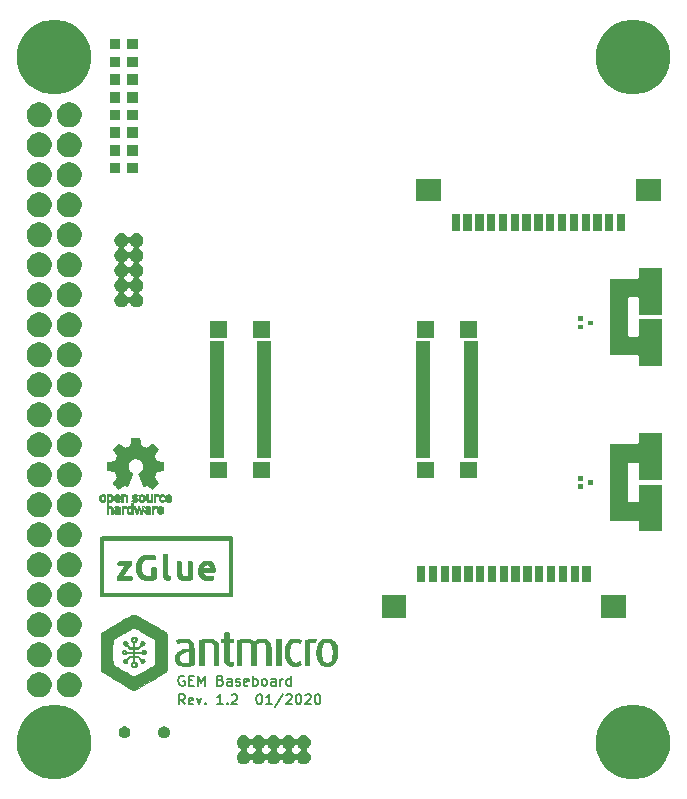
<source format=gbr>
G04 #@! TF.GenerationSoftware,KiCad,Pcbnew,5.1.5+dfsg1-2~bpo10+1*
G04 #@! TF.CreationDate,2020-02-19T22:44:21+01:00*
G04 #@! TF.ProjectId,gem-demo-board,67656d2d-6465-46d6-9f2d-626f6172642e,rev?*
G04 #@! TF.SameCoordinates,Original*
G04 #@! TF.FileFunction,Soldermask,Top*
G04 #@! TF.FilePolarity,Negative*
%FSLAX46Y46*%
G04 Gerber Fmt 4.6, Leading zero omitted, Abs format (unit mm)*
G04 Created by KiCad (PCBNEW 5.1.5+dfsg1-2~bpo10+1) date 2020-02-19 22:44:21*
%MOMM*%
%LPD*%
G04 APERTURE LIST*
%ADD10C,0.180000*%
%ADD11C,0.010000*%
%ADD12C,0.001860*%
%ADD13C,0.100000*%
G04 APERTURE END LIST*
D10*
X42350476Y-89044523D02*
X42067142Y-88639761D01*
X41864761Y-89044523D02*
X41864761Y-88194523D01*
X42188571Y-88194523D01*
X42269523Y-88235000D01*
X42310000Y-88275476D01*
X42350476Y-88356428D01*
X42350476Y-88477857D01*
X42310000Y-88558809D01*
X42269523Y-88599285D01*
X42188571Y-88639761D01*
X41864761Y-88639761D01*
X43038571Y-89004047D02*
X42957619Y-89044523D01*
X42795714Y-89044523D01*
X42714761Y-89004047D01*
X42674285Y-88923095D01*
X42674285Y-88599285D01*
X42714761Y-88518333D01*
X42795714Y-88477857D01*
X42957619Y-88477857D01*
X43038571Y-88518333D01*
X43079047Y-88599285D01*
X43079047Y-88680238D01*
X42674285Y-88761190D01*
X43362380Y-88477857D02*
X43564761Y-89044523D01*
X43767142Y-88477857D01*
X44090952Y-88963571D02*
X44131428Y-89004047D01*
X44090952Y-89044523D01*
X44050476Y-89004047D01*
X44090952Y-88963571D01*
X44090952Y-89044523D01*
X45588571Y-89044523D02*
X45102857Y-89044523D01*
X45345714Y-89044523D02*
X45345714Y-88194523D01*
X45264761Y-88315952D01*
X45183809Y-88396904D01*
X45102857Y-88437380D01*
X45952857Y-88963571D02*
X45993333Y-89004047D01*
X45952857Y-89044523D01*
X45912380Y-89004047D01*
X45952857Y-88963571D01*
X45952857Y-89044523D01*
X46317142Y-88275476D02*
X46357619Y-88235000D01*
X46438571Y-88194523D01*
X46640952Y-88194523D01*
X46721904Y-88235000D01*
X46762380Y-88275476D01*
X46802857Y-88356428D01*
X46802857Y-88437380D01*
X46762380Y-88558809D01*
X46276666Y-89044523D01*
X46802857Y-89044523D01*
X48624285Y-88194523D02*
X48705238Y-88194523D01*
X48786190Y-88235000D01*
X48826666Y-88275476D01*
X48867142Y-88356428D01*
X48907619Y-88518333D01*
X48907619Y-88720714D01*
X48867142Y-88882619D01*
X48826666Y-88963571D01*
X48786190Y-89004047D01*
X48705238Y-89044523D01*
X48624285Y-89044523D01*
X48543333Y-89004047D01*
X48502857Y-88963571D01*
X48462380Y-88882619D01*
X48421904Y-88720714D01*
X48421904Y-88518333D01*
X48462380Y-88356428D01*
X48502857Y-88275476D01*
X48543333Y-88235000D01*
X48624285Y-88194523D01*
X49717142Y-89044523D02*
X49231428Y-89044523D01*
X49474285Y-89044523D02*
X49474285Y-88194523D01*
X49393333Y-88315952D01*
X49312380Y-88396904D01*
X49231428Y-88437380D01*
X50688571Y-88154047D02*
X49960000Y-89246904D01*
X50931428Y-88275476D02*
X50971904Y-88235000D01*
X51052857Y-88194523D01*
X51255238Y-88194523D01*
X51336190Y-88235000D01*
X51376666Y-88275476D01*
X51417142Y-88356428D01*
X51417142Y-88437380D01*
X51376666Y-88558809D01*
X50890952Y-89044523D01*
X51417142Y-89044523D01*
X51943333Y-88194523D02*
X52024285Y-88194523D01*
X52105238Y-88235000D01*
X52145714Y-88275476D01*
X52186190Y-88356428D01*
X52226666Y-88518333D01*
X52226666Y-88720714D01*
X52186190Y-88882619D01*
X52145714Y-88963571D01*
X52105238Y-89004047D01*
X52024285Y-89044523D01*
X51943333Y-89044523D01*
X51862380Y-89004047D01*
X51821904Y-88963571D01*
X51781428Y-88882619D01*
X51740952Y-88720714D01*
X51740952Y-88518333D01*
X51781428Y-88356428D01*
X51821904Y-88275476D01*
X51862380Y-88235000D01*
X51943333Y-88194523D01*
X52550476Y-88275476D02*
X52590952Y-88235000D01*
X52671904Y-88194523D01*
X52874285Y-88194523D01*
X52955238Y-88235000D01*
X52995714Y-88275476D01*
X53036190Y-88356428D01*
X53036190Y-88437380D01*
X52995714Y-88558809D01*
X52510000Y-89044523D01*
X53036190Y-89044523D01*
X53562380Y-88194523D02*
X53643333Y-88194523D01*
X53724285Y-88235000D01*
X53764761Y-88275476D01*
X53805238Y-88356428D01*
X53845714Y-88518333D01*
X53845714Y-88720714D01*
X53805238Y-88882619D01*
X53764761Y-88963571D01*
X53724285Y-89004047D01*
X53643333Y-89044523D01*
X53562380Y-89044523D01*
X53481428Y-89004047D01*
X53440952Y-88963571D01*
X53400476Y-88882619D01*
X53360000Y-88720714D01*
X53360000Y-88518333D01*
X53400476Y-88356428D01*
X53440952Y-88275476D01*
X53481428Y-88235000D01*
X53562380Y-88194523D01*
X42309999Y-86660000D02*
X42229047Y-86619523D01*
X42107618Y-86619523D01*
X41986190Y-86660000D01*
X41905237Y-86740952D01*
X41864761Y-86821904D01*
X41824285Y-86983809D01*
X41824285Y-87105238D01*
X41864761Y-87267142D01*
X41905237Y-87348095D01*
X41986190Y-87429047D01*
X42107618Y-87469523D01*
X42188571Y-87469523D01*
X42309999Y-87429047D01*
X42350476Y-87388571D01*
X42350476Y-87105238D01*
X42188571Y-87105238D01*
X42714761Y-87024285D02*
X42998095Y-87024285D01*
X43119523Y-87469523D02*
X42714761Y-87469523D01*
X42714761Y-86619523D01*
X43119523Y-86619523D01*
X43483809Y-87469523D02*
X43483809Y-86619523D01*
X43767142Y-87226666D01*
X44050476Y-86619523D01*
X44050476Y-87469523D01*
X45386190Y-87024285D02*
X45507618Y-87064761D01*
X45548095Y-87105238D01*
X45588571Y-87186190D01*
X45588571Y-87307619D01*
X45548095Y-87388571D01*
X45507618Y-87429047D01*
X45426666Y-87469523D01*
X45102856Y-87469523D01*
X45102856Y-86619523D01*
X45386190Y-86619523D01*
X45467142Y-86660000D01*
X45507618Y-86700476D01*
X45548095Y-86781428D01*
X45548095Y-86862380D01*
X45507618Y-86943333D01*
X45467142Y-86983809D01*
X45386190Y-87024285D01*
X45102856Y-87024285D01*
X46317142Y-87469523D02*
X46317142Y-87024285D01*
X46276666Y-86943333D01*
X46195714Y-86902857D01*
X46033809Y-86902857D01*
X45952856Y-86943333D01*
X46317142Y-87429047D02*
X46236190Y-87469523D01*
X46033809Y-87469523D01*
X45952856Y-87429047D01*
X45912380Y-87348095D01*
X45912380Y-87267142D01*
X45952856Y-87186190D01*
X46033809Y-87145714D01*
X46236190Y-87145714D01*
X46317142Y-87105238D01*
X46681428Y-87429047D02*
X46762380Y-87469523D01*
X46924285Y-87469523D01*
X47005237Y-87429047D01*
X47045714Y-87348095D01*
X47045714Y-87307619D01*
X47005237Y-87226666D01*
X46924285Y-87186190D01*
X46802856Y-87186190D01*
X46721904Y-87145714D01*
X46681428Y-87064761D01*
X46681428Y-87024285D01*
X46721904Y-86943333D01*
X46802856Y-86902857D01*
X46924285Y-86902857D01*
X47005237Y-86943333D01*
X47733809Y-87429047D02*
X47652856Y-87469523D01*
X47490952Y-87469523D01*
X47409999Y-87429047D01*
X47369523Y-87348095D01*
X47369523Y-87024285D01*
X47409999Y-86943333D01*
X47490952Y-86902857D01*
X47652856Y-86902857D01*
X47733809Y-86943333D01*
X47774285Y-87024285D01*
X47774285Y-87105238D01*
X47369523Y-87186190D01*
X48138571Y-87469523D02*
X48138571Y-86619523D01*
X48138571Y-86943333D02*
X48219523Y-86902857D01*
X48381428Y-86902857D01*
X48462380Y-86943333D01*
X48502856Y-86983809D01*
X48543333Y-87064761D01*
X48543333Y-87307619D01*
X48502856Y-87388571D01*
X48462380Y-87429047D01*
X48381428Y-87469523D01*
X48219523Y-87469523D01*
X48138571Y-87429047D01*
X49029047Y-87469523D02*
X48948095Y-87429047D01*
X48907618Y-87388571D01*
X48867142Y-87307619D01*
X48867142Y-87064761D01*
X48907618Y-86983809D01*
X48948095Y-86943333D01*
X49029047Y-86902857D01*
X49150476Y-86902857D01*
X49231428Y-86943333D01*
X49271904Y-86983809D01*
X49312380Y-87064761D01*
X49312380Y-87307619D01*
X49271904Y-87388571D01*
X49231428Y-87429047D01*
X49150476Y-87469523D01*
X49029047Y-87469523D01*
X50040952Y-87469523D02*
X50040952Y-87024285D01*
X50000476Y-86943333D01*
X49919523Y-86902857D01*
X49757618Y-86902857D01*
X49676666Y-86943333D01*
X50040952Y-87429047D02*
X49959999Y-87469523D01*
X49757618Y-87469523D01*
X49676666Y-87429047D01*
X49636190Y-87348095D01*
X49636190Y-87267142D01*
X49676666Y-87186190D01*
X49757618Y-87145714D01*
X49959999Y-87145714D01*
X50040952Y-87105238D01*
X50445714Y-87469523D02*
X50445714Y-86902857D01*
X50445714Y-87064761D02*
X50486190Y-86983809D01*
X50526666Y-86943333D01*
X50607618Y-86902857D01*
X50688571Y-86902857D01*
X51336190Y-87469523D02*
X51336190Y-86619523D01*
X51336190Y-87429047D02*
X51255237Y-87469523D01*
X51093333Y-87469523D01*
X51012380Y-87429047D01*
X50971904Y-87388571D01*
X50931428Y-87307619D01*
X50931428Y-87064761D01*
X50971904Y-86983809D01*
X51012380Y-86943333D01*
X51093333Y-86902857D01*
X51255237Y-86902857D01*
X51336190Y-86943333D01*
D11*
G36*
X42162701Y-74830637D02*
G01*
X42165798Y-74831951D01*
X42165730Y-74832699D01*
X42168161Y-74832873D01*
X42175671Y-74833039D01*
X42188261Y-74833200D01*
X42205929Y-74833355D01*
X42228675Y-74833504D01*
X42256499Y-74833646D01*
X42289400Y-74833783D01*
X42327377Y-74833913D01*
X42370431Y-74834037D01*
X42418560Y-74834155D01*
X42471765Y-74834267D01*
X42530044Y-74834373D01*
X42593397Y-74834473D01*
X42661824Y-74834567D01*
X42735324Y-74834654D01*
X42813897Y-74834736D01*
X42897542Y-74834811D01*
X42986259Y-74834880D01*
X43080047Y-74834944D01*
X43178906Y-74835001D01*
X43282835Y-74835052D01*
X43391834Y-74835097D01*
X43505902Y-74835135D01*
X43625040Y-74835168D01*
X43749245Y-74835194D01*
X43878518Y-74835215D01*
X44012859Y-74835229D01*
X44152267Y-74835237D01*
X44273272Y-74835240D01*
X44403182Y-74835241D01*
X44528093Y-74835246D01*
X44648088Y-74835253D01*
X44763248Y-74835265D01*
X44873655Y-74835279D01*
X44979390Y-74835297D01*
X45080534Y-74835319D01*
X45177170Y-74835345D01*
X45269380Y-74835374D01*
X45357244Y-74835408D01*
X45440844Y-74835446D01*
X45520263Y-74835488D01*
X45595581Y-74835534D01*
X45666881Y-74835585D01*
X45734243Y-74835641D01*
X45797750Y-74835701D01*
X45857484Y-74835766D01*
X45913526Y-74835836D01*
X45965957Y-74835911D01*
X46014859Y-74835992D01*
X46060314Y-74836078D01*
X46102404Y-74836169D01*
X46141210Y-74836266D01*
X46176814Y-74836368D01*
X46209297Y-74836477D01*
X46238741Y-74836591D01*
X46265228Y-74836711D01*
X46288839Y-74836837D01*
X46309656Y-74836970D01*
X46327761Y-74837109D01*
X46343236Y-74837255D01*
X46356161Y-74837407D01*
X46366619Y-74837566D01*
X46374691Y-74837732D01*
X46380459Y-74837905D01*
X46384004Y-74838085D01*
X46385409Y-74838272D01*
X46385432Y-74838288D01*
X46385602Y-74840978D01*
X46385768Y-74848618D01*
X46385930Y-74861074D01*
X46386087Y-74878214D01*
X46386240Y-74899908D01*
X46386388Y-74926023D01*
X46386532Y-74956428D01*
X46386672Y-74990991D01*
X46386806Y-75029581D01*
X46386937Y-75072064D01*
X46387063Y-75118311D01*
X46387184Y-75168189D01*
X46387301Y-75221566D01*
X46387413Y-75278311D01*
X46387521Y-75338292D01*
X46387625Y-75401377D01*
X46387724Y-75467435D01*
X46387818Y-75536334D01*
X46387908Y-75607942D01*
X46387994Y-75682127D01*
X46388075Y-75758758D01*
X46388151Y-75837703D01*
X46388223Y-75918830D01*
X46388291Y-76002008D01*
X46388354Y-76087104D01*
X46388412Y-76173988D01*
X46388467Y-76262527D01*
X46388516Y-76352590D01*
X46388561Y-76444045D01*
X46388602Y-76536760D01*
X46388638Y-76630604D01*
X46388670Y-76725444D01*
X46388697Y-76821150D01*
X46388720Y-76917589D01*
X46388738Y-77014630D01*
X46388752Y-77112141D01*
X46388761Y-77209990D01*
X46388766Y-77308046D01*
X46388766Y-77406176D01*
X46388762Y-77504250D01*
X46388753Y-77602135D01*
X46388740Y-77699700D01*
X46388723Y-77796812D01*
X46388700Y-77893341D01*
X46388674Y-77989155D01*
X46388643Y-78084122D01*
X46388607Y-78178109D01*
X46388567Y-78270986D01*
X46388523Y-78362621D01*
X46388474Y-78452882D01*
X46388420Y-78541637D01*
X46388362Y-78628754D01*
X46388300Y-78714103D01*
X46388233Y-78797550D01*
X46388161Y-78878965D01*
X46388085Y-78958216D01*
X46388005Y-79035170D01*
X46387920Y-79109697D01*
X46387831Y-79181665D01*
X46387737Y-79250941D01*
X46387638Y-79317394D01*
X46387536Y-79380893D01*
X46387428Y-79441306D01*
X46387317Y-79498500D01*
X46387200Y-79552345D01*
X46387079Y-79602709D01*
X46386954Y-79649459D01*
X46386824Y-79692464D01*
X46386690Y-79731593D01*
X46386552Y-79766714D01*
X46386408Y-79797694D01*
X46386261Y-79824403D01*
X46386109Y-79846708D01*
X46385952Y-79864478D01*
X46385791Y-79877581D01*
X46385625Y-79885886D01*
X46385455Y-79889261D01*
X46385432Y-79889331D01*
X46384286Y-79889447D01*
X46381052Y-79889560D01*
X46375679Y-79889671D01*
X46368115Y-79889778D01*
X46358313Y-79889883D01*
X46346220Y-79889985D01*
X46331787Y-79890084D01*
X46314964Y-79890181D01*
X46295701Y-79890275D01*
X46273947Y-79890367D01*
X46249653Y-79890456D01*
X46222767Y-79890542D01*
X46193241Y-79890626D01*
X46161023Y-79890707D01*
X46126064Y-79890786D01*
X46088313Y-79890862D01*
X46047721Y-79890936D01*
X46004236Y-79891008D01*
X45957809Y-79891077D01*
X45908391Y-79891144D01*
X45855929Y-79891208D01*
X45800375Y-79891271D01*
X45741678Y-79891331D01*
X45679788Y-79891388D01*
X45614655Y-79891444D01*
X45546229Y-79891497D01*
X45474459Y-79891548D01*
X45399296Y-79891597D01*
X45320688Y-79891644D01*
X45238587Y-79891689D01*
X45152941Y-79891732D01*
X45063701Y-79891772D01*
X44970817Y-79891811D01*
X44874237Y-79891847D01*
X44773913Y-79891882D01*
X44669794Y-79891915D01*
X44561829Y-79891946D01*
X44449969Y-79891974D01*
X44334164Y-79892002D01*
X44214362Y-79892027D01*
X44090515Y-79892050D01*
X43962572Y-79892072D01*
X43830482Y-79892092D01*
X43694196Y-79892110D01*
X43553663Y-79892126D01*
X43408833Y-79892141D01*
X43259657Y-79892154D01*
X43106083Y-79892165D01*
X42948062Y-79892175D01*
X42785543Y-79892183D01*
X42618476Y-79892190D01*
X42446812Y-79892195D01*
X42270500Y-79892198D01*
X42089489Y-79892201D01*
X41903730Y-79892201D01*
X41713173Y-79892200D01*
X41517767Y-79892198D01*
X41317462Y-79892195D01*
X41112207Y-79892190D01*
X40901954Y-79892183D01*
X40771397Y-79892179D01*
X40602428Y-79892172D01*
X40434659Y-79892165D01*
X40268160Y-79892156D01*
X40103005Y-79892146D01*
X39939265Y-79892135D01*
X39777014Y-79892123D01*
X39616323Y-79892110D01*
X39457265Y-79892096D01*
X39299913Y-79892081D01*
X39144338Y-79892066D01*
X38990614Y-79892049D01*
X38838812Y-79892031D01*
X38689005Y-79892013D01*
X38541266Y-79891993D01*
X38395667Y-79891973D01*
X38252280Y-79891952D01*
X38111177Y-79891930D01*
X37972432Y-79891907D01*
X37836116Y-79891884D01*
X37702302Y-79891859D01*
X37571062Y-79891834D01*
X37442469Y-79891809D01*
X37316595Y-79891782D01*
X37193513Y-79891755D01*
X37073294Y-79891727D01*
X36956012Y-79891699D01*
X36841738Y-79891670D01*
X36730546Y-79891640D01*
X36622507Y-79891610D01*
X36517694Y-79891579D01*
X36416179Y-79891548D01*
X36318036Y-79891516D01*
X36223335Y-79891484D01*
X36132150Y-79891451D01*
X36044553Y-79891418D01*
X35960616Y-79891384D01*
X35880412Y-79891350D01*
X35804013Y-79891315D01*
X35731492Y-79891280D01*
X35662921Y-79891245D01*
X35598372Y-79891209D01*
X35537918Y-79891173D01*
X35481632Y-79891136D01*
X35429585Y-79891100D01*
X35381850Y-79891063D01*
X35338499Y-79891026D01*
X35299605Y-79890988D01*
X35265241Y-79890950D01*
X35235478Y-79890913D01*
X35210390Y-79890875D01*
X35190047Y-79890836D01*
X35174524Y-79890798D01*
X35163892Y-79890759D01*
X35158224Y-79890721D01*
X35157235Y-79890697D01*
X35157059Y-79888108D01*
X35156889Y-79880570D01*
X35156723Y-79868215D01*
X35156561Y-79851175D01*
X35156404Y-79829581D01*
X35156251Y-79803566D01*
X35156103Y-79773259D01*
X35155959Y-79738794D01*
X35155820Y-79700302D01*
X35155685Y-79657914D01*
X35155555Y-79611763D01*
X35155430Y-79561978D01*
X35155308Y-79508693D01*
X35155192Y-79452039D01*
X35155079Y-79392146D01*
X35154972Y-79329148D01*
X35154869Y-79263175D01*
X35154770Y-79194360D01*
X35154676Y-79122833D01*
X35154586Y-79048726D01*
X35154501Y-78972172D01*
X35154421Y-78893300D01*
X35154345Y-78812244D01*
X35154273Y-78729135D01*
X35154207Y-78644104D01*
X35154144Y-78557282D01*
X35154086Y-78468802D01*
X35154033Y-78378795D01*
X35153985Y-78287393D01*
X35153940Y-78194727D01*
X35153901Y-78100929D01*
X35153866Y-78006131D01*
X35153836Y-77910463D01*
X35153810Y-77814058D01*
X35153788Y-77717047D01*
X35153772Y-77619562D01*
X35153760Y-77521735D01*
X35153752Y-77423696D01*
X35153749Y-77325578D01*
X35153751Y-77227512D01*
X35153757Y-77129630D01*
X35153768Y-77032064D01*
X35153784Y-76934944D01*
X35153804Y-76838403D01*
X35153829Y-76742572D01*
X35153858Y-76647583D01*
X35153892Y-76553567D01*
X35153930Y-76460656D01*
X35153974Y-76368982D01*
X35154022Y-76278675D01*
X35154074Y-76189869D01*
X35154131Y-76102694D01*
X35154193Y-76017281D01*
X35154259Y-75933764D01*
X35154330Y-75852272D01*
X35154406Y-75772938D01*
X35154486Y-75695893D01*
X35154571Y-75621270D01*
X35154661Y-75549198D01*
X35154755Y-75479811D01*
X35154854Y-75413240D01*
X35154958Y-75349615D01*
X35155066Y-75289070D01*
X35155179Y-75231735D01*
X35155297Y-75177742D01*
X35155406Y-75132420D01*
X35448700Y-75132420D01*
X35448700Y-79595200D01*
X46090457Y-79595200D01*
X46092147Y-79044655D01*
X46092244Y-79010585D01*
X46092339Y-78971631D01*
X46092432Y-78927991D01*
X46092524Y-78879861D01*
X46092614Y-78827436D01*
X46092702Y-78770915D01*
X46092788Y-78710493D01*
X46092871Y-78646366D01*
X46092952Y-78578732D01*
X46093031Y-78507787D01*
X46093107Y-78433728D01*
X46093180Y-78356751D01*
X46093250Y-78277052D01*
X46093317Y-78194829D01*
X46093380Y-78110277D01*
X46093440Y-78023594D01*
X46093497Y-77934976D01*
X46093549Y-77844619D01*
X46093598Y-77752720D01*
X46093643Y-77659475D01*
X46093683Y-77565082D01*
X46093720Y-77469736D01*
X46093751Y-77373635D01*
X46093778Y-77276974D01*
X46093801Y-77179951D01*
X46093818Y-77082761D01*
X46093830Y-76985602D01*
X46093837Y-76888670D01*
X46093839Y-76813265D01*
X46093840Y-75132420D01*
X35448700Y-75132420D01*
X35155406Y-75132420D01*
X35155419Y-75127223D01*
X35155546Y-75080309D01*
X35155678Y-75037132D01*
X35155814Y-74997823D01*
X35155955Y-74962514D01*
X35156101Y-74931337D01*
X35156252Y-74904424D01*
X35156407Y-74881904D01*
X35156567Y-74863912D01*
X35156731Y-74850577D01*
X35156901Y-74842032D01*
X35157075Y-74838408D01*
X35157107Y-74838288D01*
X35158289Y-74838141D01*
X35161578Y-74837999D01*
X35167039Y-74837861D01*
X35174734Y-74837728D01*
X35184728Y-74837599D01*
X35197084Y-74837473D01*
X35211865Y-74837352D01*
X35229135Y-74837235D01*
X35248958Y-74837123D01*
X35271397Y-74837014D01*
X35296515Y-74836908D01*
X35324377Y-74836807D01*
X35355045Y-74836709D01*
X35388583Y-74836616D01*
X35425055Y-74836525D01*
X35464524Y-74836439D01*
X35507054Y-74836356D01*
X35552708Y-74836276D01*
X35601550Y-74836200D01*
X35653644Y-74836128D01*
X35709052Y-74836058D01*
X35767838Y-74835992D01*
X35830067Y-74835929D01*
X35895801Y-74835869D01*
X35965103Y-74835813D01*
X36038039Y-74835759D01*
X36114670Y-74835709D01*
X36195061Y-74835661D01*
X36279275Y-74835616D01*
X36367375Y-74835574D01*
X36459426Y-74835535D01*
X36555490Y-74835499D01*
X36655632Y-74835465D01*
X36759914Y-74835434D01*
X36868400Y-74835405D01*
X36981155Y-74835379D01*
X37098240Y-74835355D01*
X37219720Y-74835334D01*
X37345659Y-74835315D01*
X37476120Y-74835298D01*
X37611166Y-74835284D01*
X37750860Y-74835271D01*
X37895268Y-74835261D01*
X38044451Y-74835253D01*
X38198474Y-74835247D01*
X38357400Y-74835242D01*
X38521292Y-74835240D01*
X38653567Y-74835240D01*
X38839281Y-74835238D01*
X39019922Y-74835232D01*
X39195492Y-74835223D01*
X39365989Y-74835210D01*
X39531414Y-74835193D01*
X39691766Y-74835173D01*
X39847046Y-74835149D01*
X39997252Y-74835121D01*
X40142385Y-74835090D01*
X40282444Y-74835055D01*
X40417429Y-74835016D01*
X40547341Y-74834974D01*
X40672178Y-74834928D01*
X40791940Y-74834878D01*
X40906628Y-74834824D01*
X41016241Y-74834767D01*
X41120779Y-74834706D01*
X41220241Y-74834642D01*
X41314627Y-74834573D01*
X41403938Y-74834501D01*
X41488173Y-74834426D01*
X41567331Y-74834346D01*
X41641413Y-74834263D01*
X41710418Y-74834177D01*
X41774346Y-74834086D01*
X41833196Y-74833992D01*
X41886969Y-74833894D01*
X41935665Y-74833793D01*
X41979283Y-74833688D01*
X42017822Y-74833579D01*
X42051283Y-74833466D01*
X42079665Y-74833350D01*
X42102969Y-74833230D01*
X42121194Y-74833107D01*
X42134339Y-74832979D01*
X42142405Y-74832848D01*
X42145391Y-74832714D01*
X42145410Y-74832700D01*
X42146621Y-74831091D01*
X42152164Y-74830245D01*
X42155570Y-74830160D01*
X42162701Y-74830637D01*
G37*
X42162701Y-74830637D02*
X42165798Y-74831951D01*
X42165730Y-74832699D01*
X42168161Y-74832873D01*
X42175671Y-74833039D01*
X42188261Y-74833200D01*
X42205929Y-74833355D01*
X42228675Y-74833504D01*
X42256499Y-74833646D01*
X42289400Y-74833783D01*
X42327377Y-74833913D01*
X42370431Y-74834037D01*
X42418560Y-74834155D01*
X42471765Y-74834267D01*
X42530044Y-74834373D01*
X42593397Y-74834473D01*
X42661824Y-74834567D01*
X42735324Y-74834654D01*
X42813897Y-74834736D01*
X42897542Y-74834811D01*
X42986259Y-74834880D01*
X43080047Y-74834944D01*
X43178906Y-74835001D01*
X43282835Y-74835052D01*
X43391834Y-74835097D01*
X43505902Y-74835135D01*
X43625040Y-74835168D01*
X43749245Y-74835194D01*
X43878518Y-74835215D01*
X44012859Y-74835229D01*
X44152267Y-74835237D01*
X44273272Y-74835240D01*
X44403182Y-74835241D01*
X44528093Y-74835246D01*
X44648088Y-74835253D01*
X44763248Y-74835265D01*
X44873655Y-74835279D01*
X44979390Y-74835297D01*
X45080534Y-74835319D01*
X45177170Y-74835345D01*
X45269380Y-74835374D01*
X45357244Y-74835408D01*
X45440844Y-74835446D01*
X45520263Y-74835488D01*
X45595581Y-74835534D01*
X45666881Y-74835585D01*
X45734243Y-74835641D01*
X45797750Y-74835701D01*
X45857484Y-74835766D01*
X45913526Y-74835836D01*
X45965957Y-74835911D01*
X46014859Y-74835992D01*
X46060314Y-74836078D01*
X46102404Y-74836169D01*
X46141210Y-74836266D01*
X46176814Y-74836368D01*
X46209297Y-74836477D01*
X46238741Y-74836591D01*
X46265228Y-74836711D01*
X46288839Y-74836837D01*
X46309656Y-74836970D01*
X46327761Y-74837109D01*
X46343236Y-74837255D01*
X46356161Y-74837407D01*
X46366619Y-74837566D01*
X46374691Y-74837732D01*
X46380459Y-74837905D01*
X46384004Y-74838085D01*
X46385409Y-74838272D01*
X46385432Y-74838288D01*
X46385602Y-74840978D01*
X46385768Y-74848618D01*
X46385930Y-74861074D01*
X46386087Y-74878214D01*
X46386240Y-74899908D01*
X46386388Y-74926023D01*
X46386532Y-74956428D01*
X46386672Y-74990991D01*
X46386806Y-75029581D01*
X46386937Y-75072064D01*
X46387063Y-75118311D01*
X46387184Y-75168189D01*
X46387301Y-75221566D01*
X46387413Y-75278311D01*
X46387521Y-75338292D01*
X46387625Y-75401377D01*
X46387724Y-75467435D01*
X46387818Y-75536334D01*
X46387908Y-75607942D01*
X46387994Y-75682127D01*
X46388075Y-75758758D01*
X46388151Y-75837703D01*
X46388223Y-75918830D01*
X46388291Y-76002008D01*
X46388354Y-76087104D01*
X46388412Y-76173988D01*
X46388467Y-76262527D01*
X46388516Y-76352590D01*
X46388561Y-76444045D01*
X46388602Y-76536760D01*
X46388638Y-76630604D01*
X46388670Y-76725444D01*
X46388697Y-76821150D01*
X46388720Y-76917589D01*
X46388738Y-77014630D01*
X46388752Y-77112141D01*
X46388761Y-77209990D01*
X46388766Y-77308046D01*
X46388766Y-77406176D01*
X46388762Y-77504250D01*
X46388753Y-77602135D01*
X46388740Y-77699700D01*
X46388723Y-77796812D01*
X46388700Y-77893341D01*
X46388674Y-77989155D01*
X46388643Y-78084122D01*
X46388607Y-78178109D01*
X46388567Y-78270986D01*
X46388523Y-78362621D01*
X46388474Y-78452882D01*
X46388420Y-78541637D01*
X46388362Y-78628754D01*
X46388300Y-78714103D01*
X46388233Y-78797550D01*
X46388161Y-78878965D01*
X46388085Y-78958216D01*
X46388005Y-79035170D01*
X46387920Y-79109697D01*
X46387831Y-79181665D01*
X46387737Y-79250941D01*
X46387638Y-79317394D01*
X46387536Y-79380893D01*
X46387428Y-79441306D01*
X46387317Y-79498500D01*
X46387200Y-79552345D01*
X46387079Y-79602709D01*
X46386954Y-79649459D01*
X46386824Y-79692464D01*
X46386690Y-79731593D01*
X46386552Y-79766714D01*
X46386408Y-79797694D01*
X46386261Y-79824403D01*
X46386109Y-79846708D01*
X46385952Y-79864478D01*
X46385791Y-79877581D01*
X46385625Y-79885886D01*
X46385455Y-79889261D01*
X46385432Y-79889331D01*
X46384286Y-79889447D01*
X46381052Y-79889560D01*
X46375679Y-79889671D01*
X46368115Y-79889778D01*
X46358313Y-79889883D01*
X46346220Y-79889985D01*
X46331787Y-79890084D01*
X46314964Y-79890181D01*
X46295701Y-79890275D01*
X46273947Y-79890367D01*
X46249653Y-79890456D01*
X46222767Y-79890542D01*
X46193241Y-79890626D01*
X46161023Y-79890707D01*
X46126064Y-79890786D01*
X46088313Y-79890862D01*
X46047721Y-79890936D01*
X46004236Y-79891008D01*
X45957809Y-79891077D01*
X45908391Y-79891144D01*
X45855929Y-79891208D01*
X45800375Y-79891271D01*
X45741678Y-79891331D01*
X45679788Y-79891388D01*
X45614655Y-79891444D01*
X45546229Y-79891497D01*
X45474459Y-79891548D01*
X45399296Y-79891597D01*
X45320688Y-79891644D01*
X45238587Y-79891689D01*
X45152941Y-79891732D01*
X45063701Y-79891772D01*
X44970817Y-79891811D01*
X44874237Y-79891847D01*
X44773913Y-79891882D01*
X44669794Y-79891915D01*
X44561829Y-79891946D01*
X44449969Y-79891974D01*
X44334164Y-79892002D01*
X44214362Y-79892027D01*
X44090515Y-79892050D01*
X43962572Y-79892072D01*
X43830482Y-79892092D01*
X43694196Y-79892110D01*
X43553663Y-79892126D01*
X43408833Y-79892141D01*
X43259657Y-79892154D01*
X43106083Y-79892165D01*
X42948062Y-79892175D01*
X42785543Y-79892183D01*
X42618476Y-79892190D01*
X42446812Y-79892195D01*
X42270500Y-79892198D01*
X42089489Y-79892201D01*
X41903730Y-79892201D01*
X41713173Y-79892200D01*
X41517767Y-79892198D01*
X41317462Y-79892195D01*
X41112207Y-79892190D01*
X40901954Y-79892183D01*
X40771397Y-79892179D01*
X40602428Y-79892172D01*
X40434659Y-79892165D01*
X40268160Y-79892156D01*
X40103005Y-79892146D01*
X39939265Y-79892135D01*
X39777014Y-79892123D01*
X39616323Y-79892110D01*
X39457265Y-79892096D01*
X39299913Y-79892081D01*
X39144338Y-79892066D01*
X38990614Y-79892049D01*
X38838812Y-79892031D01*
X38689005Y-79892013D01*
X38541266Y-79891993D01*
X38395667Y-79891973D01*
X38252280Y-79891952D01*
X38111177Y-79891930D01*
X37972432Y-79891907D01*
X37836116Y-79891884D01*
X37702302Y-79891859D01*
X37571062Y-79891834D01*
X37442469Y-79891809D01*
X37316595Y-79891782D01*
X37193513Y-79891755D01*
X37073294Y-79891727D01*
X36956012Y-79891699D01*
X36841738Y-79891670D01*
X36730546Y-79891640D01*
X36622507Y-79891610D01*
X36517694Y-79891579D01*
X36416179Y-79891548D01*
X36318036Y-79891516D01*
X36223335Y-79891484D01*
X36132150Y-79891451D01*
X36044553Y-79891418D01*
X35960616Y-79891384D01*
X35880412Y-79891350D01*
X35804013Y-79891315D01*
X35731492Y-79891280D01*
X35662921Y-79891245D01*
X35598372Y-79891209D01*
X35537918Y-79891173D01*
X35481632Y-79891136D01*
X35429585Y-79891100D01*
X35381850Y-79891063D01*
X35338499Y-79891026D01*
X35299605Y-79890988D01*
X35265241Y-79890950D01*
X35235478Y-79890913D01*
X35210390Y-79890875D01*
X35190047Y-79890836D01*
X35174524Y-79890798D01*
X35163892Y-79890759D01*
X35158224Y-79890721D01*
X35157235Y-79890697D01*
X35157059Y-79888108D01*
X35156889Y-79880570D01*
X35156723Y-79868215D01*
X35156561Y-79851175D01*
X35156404Y-79829581D01*
X35156251Y-79803566D01*
X35156103Y-79773259D01*
X35155959Y-79738794D01*
X35155820Y-79700302D01*
X35155685Y-79657914D01*
X35155555Y-79611763D01*
X35155430Y-79561978D01*
X35155308Y-79508693D01*
X35155192Y-79452039D01*
X35155079Y-79392146D01*
X35154972Y-79329148D01*
X35154869Y-79263175D01*
X35154770Y-79194360D01*
X35154676Y-79122833D01*
X35154586Y-79048726D01*
X35154501Y-78972172D01*
X35154421Y-78893300D01*
X35154345Y-78812244D01*
X35154273Y-78729135D01*
X35154207Y-78644104D01*
X35154144Y-78557282D01*
X35154086Y-78468802D01*
X35154033Y-78378795D01*
X35153985Y-78287393D01*
X35153940Y-78194727D01*
X35153901Y-78100929D01*
X35153866Y-78006131D01*
X35153836Y-77910463D01*
X35153810Y-77814058D01*
X35153788Y-77717047D01*
X35153772Y-77619562D01*
X35153760Y-77521735D01*
X35153752Y-77423696D01*
X35153749Y-77325578D01*
X35153751Y-77227512D01*
X35153757Y-77129630D01*
X35153768Y-77032064D01*
X35153784Y-76934944D01*
X35153804Y-76838403D01*
X35153829Y-76742572D01*
X35153858Y-76647583D01*
X35153892Y-76553567D01*
X35153930Y-76460656D01*
X35153974Y-76368982D01*
X35154022Y-76278675D01*
X35154074Y-76189869D01*
X35154131Y-76102694D01*
X35154193Y-76017281D01*
X35154259Y-75933764D01*
X35154330Y-75852272D01*
X35154406Y-75772938D01*
X35154486Y-75695893D01*
X35154571Y-75621270D01*
X35154661Y-75549198D01*
X35154755Y-75479811D01*
X35154854Y-75413240D01*
X35154958Y-75349615D01*
X35155066Y-75289070D01*
X35155179Y-75231735D01*
X35155297Y-75177742D01*
X35155406Y-75132420D01*
X35448700Y-75132420D01*
X35448700Y-79595200D01*
X46090457Y-79595200D01*
X46092147Y-79044655D01*
X46092244Y-79010585D01*
X46092339Y-78971631D01*
X46092432Y-78927991D01*
X46092524Y-78879861D01*
X46092614Y-78827436D01*
X46092702Y-78770915D01*
X46092788Y-78710493D01*
X46092871Y-78646366D01*
X46092952Y-78578732D01*
X46093031Y-78507787D01*
X46093107Y-78433728D01*
X46093180Y-78356751D01*
X46093250Y-78277052D01*
X46093317Y-78194829D01*
X46093380Y-78110277D01*
X46093440Y-78023594D01*
X46093497Y-77934976D01*
X46093549Y-77844619D01*
X46093598Y-77752720D01*
X46093643Y-77659475D01*
X46093683Y-77565082D01*
X46093720Y-77469736D01*
X46093751Y-77373635D01*
X46093778Y-77276974D01*
X46093801Y-77179951D01*
X46093818Y-77082761D01*
X46093830Y-76985602D01*
X46093837Y-76888670D01*
X46093839Y-76813265D01*
X46093840Y-75132420D01*
X35448700Y-75132420D01*
X35155406Y-75132420D01*
X35155419Y-75127223D01*
X35155546Y-75080309D01*
X35155678Y-75037132D01*
X35155814Y-74997823D01*
X35155955Y-74962514D01*
X35156101Y-74931337D01*
X35156252Y-74904424D01*
X35156407Y-74881904D01*
X35156567Y-74863912D01*
X35156731Y-74850577D01*
X35156901Y-74842032D01*
X35157075Y-74838408D01*
X35157107Y-74838288D01*
X35158289Y-74838141D01*
X35161578Y-74837999D01*
X35167039Y-74837861D01*
X35174734Y-74837728D01*
X35184728Y-74837599D01*
X35197084Y-74837473D01*
X35211865Y-74837352D01*
X35229135Y-74837235D01*
X35248958Y-74837123D01*
X35271397Y-74837014D01*
X35296515Y-74836908D01*
X35324377Y-74836807D01*
X35355045Y-74836709D01*
X35388583Y-74836616D01*
X35425055Y-74836525D01*
X35464524Y-74836439D01*
X35507054Y-74836356D01*
X35552708Y-74836276D01*
X35601550Y-74836200D01*
X35653644Y-74836128D01*
X35709052Y-74836058D01*
X35767838Y-74835992D01*
X35830067Y-74835929D01*
X35895801Y-74835869D01*
X35965103Y-74835813D01*
X36038039Y-74835759D01*
X36114670Y-74835709D01*
X36195061Y-74835661D01*
X36279275Y-74835616D01*
X36367375Y-74835574D01*
X36459426Y-74835535D01*
X36555490Y-74835499D01*
X36655632Y-74835465D01*
X36759914Y-74835434D01*
X36868400Y-74835405D01*
X36981155Y-74835379D01*
X37098240Y-74835355D01*
X37219720Y-74835334D01*
X37345659Y-74835315D01*
X37476120Y-74835298D01*
X37611166Y-74835284D01*
X37750860Y-74835271D01*
X37895268Y-74835261D01*
X38044451Y-74835253D01*
X38198474Y-74835247D01*
X38357400Y-74835242D01*
X38521292Y-74835240D01*
X38653567Y-74835240D01*
X38839281Y-74835238D01*
X39019922Y-74835232D01*
X39195492Y-74835223D01*
X39365989Y-74835210D01*
X39531414Y-74835193D01*
X39691766Y-74835173D01*
X39847046Y-74835149D01*
X39997252Y-74835121D01*
X40142385Y-74835090D01*
X40282444Y-74835055D01*
X40417429Y-74835016D01*
X40547341Y-74834974D01*
X40672178Y-74834928D01*
X40791940Y-74834878D01*
X40906628Y-74834824D01*
X41016241Y-74834767D01*
X41120779Y-74834706D01*
X41220241Y-74834642D01*
X41314627Y-74834573D01*
X41403938Y-74834501D01*
X41488173Y-74834426D01*
X41567331Y-74834346D01*
X41641413Y-74834263D01*
X41710418Y-74834177D01*
X41774346Y-74834086D01*
X41833196Y-74833992D01*
X41886969Y-74833894D01*
X41935665Y-74833793D01*
X41979283Y-74833688D01*
X42017822Y-74833579D01*
X42051283Y-74833466D01*
X42079665Y-74833350D01*
X42102969Y-74833230D01*
X42121194Y-74833107D01*
X42134339Y-74832979D01*
X42142405Y-74832848D01*
X42145391Y-74832714D01*
X42145410Y-74832700D01*
X42146621Y-74831091D01*
X42152164Y-74830245D01*
X42155570Y-74830160D01*
X42162701Y-74830637D01*
G36*
X39281644Y-76365159D02*
G01*
X39357677Y-76369438D01*
X39434913Y-76377957D01*
X39513175Y-76390739D01*
X39592288Y-76407807D01*
X39641153Y-76420405D01*
X39659191Y-76425522D01*
X39678932Y-76431429D01*
X39699573Y-76437859D01*
X39720313Y-76444543D01*
X39740349Y-76451214D01*
X39758881Y-76457603D01*
X39775105Y-76463443D01*
X39788221Y-76468466D01*
X39797426Y-76472405D01*
X39798786Y-76473068D01*
X39813222Y-76481808D01*
X39827114Y-76492808D01*
X39838992Y-76504769D01*
X39846910Y-76515563D01*
X39852186Y-76528392D01*
X39855288Y-76544304D01*
X39856041Y-76561712D01*
X39854269Y-76579029D01*
X39854042Y-76580220D01*
X39852632Y-76587202D01*
X39851267Y-76593287D01*
X39849691Y-76599203D01*
X39847650Y-76605677D01*
X39844889Y-76613437D01*
X39841151Y-76623210D01*
X39836183Y-76635723D01*
X39829728Y-76651704D01*
X39824203Y-76665310D01*
X39817166Y-76682561D01*
X39811627Y-76695828D01*
X39807192Y-76705838D01*
X39803465Y-76713319D01*
X39800049Y-76718999D01*
X39796548Y-76723606D01*
X39792567Y-76727869D01*
X39787710Y-76732515D01*
X39787599Y-76732620D01*
X39766440Y-76749556D01*
X39742752Y-76763505D01*
X39717889Y-76773765D01*
X39698822Y-76778704D01*
X39689419Y-76779821D01*
X39677139Y-76780396D01*
X39664165Y-76780346D01*
X39659923Y-76780170D01*
X39646757Y-76779177D01*
X39636623Y-76777531D01*
X39627477Y-76774774D01*
X39618013Y-76770788D01*
X39595386Y-76760878D01*
X39571538Y-76751211D01*
X39547975Y-76742360D01*
X39526205Y-76734895D01*
X39511430Y-76730400D01*
X39499188Y-76726991D01*
X39488286Y-76724102D01*
X39478170Y-76721685D01*
X39468288Y-76719693D01*
X39458087Y-76718078D01*
X39447013Y-76716791D01*
X39434513Y-76715785D01*
X39420035Y-76715011D01*
X39403025Y-76714421D01*
X39382930Y-76713968D01*
X39359197Y-76713603D01*
X39331273Y-76713278D01*
X39312040Y-76713080D01*
X39183770Y-76711788D01*
X39141860Y-76719472D01*
X39083655Y-76732128D01*
X39029291Y-76748074D01*
X38978696Y-76767360D01*
X38931797Y-76790037D01*
X38888522Y-76816154D01*
X38848798Y-76845762D01*
X38812553Y-76878912D01*
X38779716Y-76915653D01*
X38750213Y-76956036D01*
X38723973Y-77000111D01*
X38715840Y-77015830D01*
X38695168Y-77062026D01*
X38677234Y-77111975D01*
X38662063Y-77165132D01*
X38649683Y-77220952D01*
X38640120Y-77278891D01*
X38633403Y-77338403D01*
X38629557Y-77398946D01*
X38628610Y-77459973D01*
X38630588Y-77520942D01*
X38635519Y-77581306D01*
X38643429Y-77640521D01*
X38654346Y-77698044D01*
X38668296Y-77753329D01*
X38677796Y-77784180D01*
X38696752Y-77835461D01*
X38718517Y-77882751D01*
X38743328Y-77926438D01*
X38771418Y-77966911D01*
X38803023Y-78004558D01*
X38824769Y-78026926D01*
X38865698Y-78063500D01*
X38908806Y-78095557D01*
X38954314Y-78123221D01*
X39002439Y-78146615D01*
X39053399Y-78165862D01*
X39092054Y-78177242D01*
X39117730Y-78183973D01*
X39265050Y-78184933D01*
X39299701Y-78185124D01*
X39329551Y-78185212D01*
X39354877Y-78185192D01*
X39375956Y-78185062D01*
X39393065Y-78184817D01*
X39406481Y-78184454D01*
X39416482Y-78183970D01*
X39423345Y-78183360D01*
X39426340Y-78182877D01*
X39448396Y-78175927D01*
X39467823Y-78165393D01*
X39484105Y-78151725D01*
X39496731Y-78135374D01*
X39505185Y-78116790D01*
X39506373Y-78112684D01*
X39507010Y-78109522D01*
X39507619Y-78104854D01*
X39508209Y-78098415D01*
X39508789Y-78089940D01*
X39509367Y-78079167D01*
X39509954Y-78065829D01*
X39510557Y-78049663D01*
X39511186Y-78030405D01*
X39511849Y-78007790D01*
X39512556Y-77981554D01*
X39513315Y-77951432D01*
X39514134Y-77917160D01*
X39515024Y-77878474D01*
X39515993Y-77835110D01*
X39516526Y-77810850D01*
X39517477Y-77768315D01*
X39518419Y-77728144D01*
X39519343Y-77690592D01*
X39520243Y-77655912D01*
X39521109Y-77624360D01*
X39521935Y-77596191D01*
X39522713Y-77571657D01*
X39523435Y-77551015D01*
X39524094Y-77534518D01*
X39524682Y-77522421D01*
X39525192Y-77514978D01*
X39525485Y-77512723D01*
X39532536Y-77492418D01*
X39543393Y-77474848D01*
X39558450Y-77459492D01*
X39574366Y-77448086D01*
X39582418Y-77443162D01*
X39589635Y-77439120D01*
X39596610Y-77435880D01*
X39603936Y-77433361D01*
X39612205Y-77431484D01*
X39622009Y-77430168D01*
X39633943Y-77429333D01*
X39648598Y-77428900D01*
X39666567Y-77428789D01*
X39688443Y-77428918D01*
X39714192Y-77429202D01*
X39738972Y-77429526D01*
X39759229Y-77429867D01*
X39775521Y-77430254D01*
X39788407Y-77430718D01*
X39798445Y-77431287D01*
X39806191Y-77431992D01*
X39812204Y-77432861D01*
X39817042Y-77433924D01*
X39820040Y-77434803D01*
X39840168Y-77442690D01*
X39856512Y-77452480D01*
X39870263Y-77465047D01*
X39881887Y-77480170D01*
X39883809Y-77482988D01*
X39885551Y-77485571D01*
X39887121Y-77488169D01*
X39888532Y-77491036D01*
X39889794Y-77494423D01*
X39890917Y-77498582D01*
X39891911Y-77503767D01*
X39892789Y-77510228D01*
X39893559Y-77518218D01*
X39894232Y-77527989D01*
X39894820Y-77539793D01*
X39895332Y-77553883D01*
X39895780Y-77570510D01*
X39896174Y-77589927D01*
X39896523Y-77612386D01*
X39896840Y-77638139D01*
X39897135Y-77667438D01*
X39897418Y-77700535D01*
X39897699Y-77737683D01*
X39897990Y-77779133D01*
X39898300Y-77825138D01*
X39898641Y-77875950D01*
X39898671Y-77880368D01*
X39899019Y-77932812D01*
X39899319Y-77980444D01*
X39899567Y-78023536D01*
X39899761Y-78062355D01*
X39899896Y-78097170D01*
X39899971Y-78128252D01*
X39899981Y-78155868D01*
X39899924Y-78180289D01*
X39899796Y-78201782D01*
X39899595Y-78220618D01*
X39899316Y-78237066D01*
X39898958Y-78251394D01*
X39898517Y-78263872D01*
X39897989Y-78274769D01*
X39897371Y-78284353D01*
X39896661Y-78292895D01*
X39895856Y-78300663D01*
X39894951Y-78307926D01*
X39893944Y-78314954D01*
X39893540Y-78317580D01*
X39887564Y-78346749D01*
X39879185Y-78371820D01*
X39867998Y-78393362D01*
X39853602Y-78411947D01*
X39835594Y-78428145D01*
X39813570Y-78442527D01*
X39800411Y-78449470D01*
X39772064Y-78461820D01*
X39738872Y-78473298D01*
X39701003Y-78483870D01*
X39658624Y-78493502D01*
X39611900Y-78502160D01*
X39560999Y-78509809D01*
X39506087Y-78516416D01*
X39447331Y-78521946D01*
X39445390Y-78522105D01*
X39424098Y-78523555D01*
X39399197Y-78524775D01*
X39371578Y-78525758D01*
X39342132Y-78526496D01*
X39311747Y-78526982D01*
X39281314Y-78527208D01*
X39251724Y-78527166D01*
X39223866Y-78526849D01*
X39198631Y-78526249D01*
X39176909Y-78525360D01*
X39163450Y-78524497D01*
X39085104Y-78516488D01*
X39010420Y-78505008D01*
X38939318Y-78490019D01*
X38871715Y-78471482D01*
X38807529Y-78449359D01*
X38746679Y-78423613D01*
X38689083Y-78394204D01*
X38634660Y-78361096D01*
X38583327Y-78324250D01*
X38535004Y-78283627D01*
X38489608Y-78239191D01*
X38447058Y-78190902D01*
X38446386Y-78190082D01*
X38408464Y-78139795D01*
X38373803Y-78085859D01*
X38342462Y-78028568D01*
X38314497Y-77968214D01*
X38289967Y-77905090D01*
X38268928Y-77839490D01*
X38251438Y-77771706D01*
X38237554Y-77702031D01*
X38227335Y-77630758D01*
X38220836Y-77558180D01*
X38218115Y-77484590D01*
X38219231Y-77410281D01*
X38224240Y-77335547D01*
X38233199Y-77260679D01*
X38246167Y-77185972D01*
X38247976Y-77177120D01*
X38264734Y-77106789D01*
X38285374Y-77038097D01*
X38309702Y-76971503D01*
X38337524Y-76907465D01*
X38368645Y-76846442D01*
X38402870Y-76788891D01*
X38428941Y-76750400D01*
X38466933Y-76701256D01*
X38509087Y-76654043D01*
X38554613Y-76609562D01*
X38602721Y-76568612D01*
X38626263Y-76550619D01*
X38680570Y-76513738D01*
X38737843Y-76480871D01*
X38797906Y-76452040D01*
X38860582Y-76427269D01*
X38925694Y-76406581D01*
X38993068Y-76389996D01*
X39062526Y-76377540D01*
X39133893Y-76369233D01*
X39206991Y-76365099D01*
X39281644Y-76365159D01*
G37*
X39281644Y-76365159D02*
X39357677Y-76369438D01*
X39434913Y-76377957D01*
X39513175Y-76390739D01*
X39592288Y-76407807D01*
X39641153Y-76420405D01*
X39659191Y-76425522D01*
X39678932Y-76431429D01*
X39699573Y-76437859D01*
X39720313Y-76444543D01*
X39740349Y-76451214D01*
X39758881Y-76457603D01*
X39775105Y-76463443D01*
X39788221Y-76468466D01*
X39797426Y-76472405D01*
X39798786Y-76473068D01*
X39813222Y-76481808D01*
X39827114Y-76492808D01*
X39838992Y-76504769D01*
X39846910Y-76515563D01*
X39852186Y-76528392D01*
X39855288Y-76544304D01*
X39856041Y-76561712D01*
X39854269Y-76579029D01*
X39854042Y-76580220D01*
X39852632Y-76587202D01*
X39851267Y-76593287D01*
X39849691Y-76599203D01*
X39847650Y-76605677D01*
X39844889Y-76613437D01*
X39841151Y-76623210D01*
X39836183Y-76635723D01*
X39829728Y-76651704D01*
X39824203Y-76665310D01*
X39817166Y-76682561D01*
X39811627Y-76695828D01*
X39807192Y-76705838D01*
X39803465Y-76713319D01*
X39800049Y-76718999D01*
X39796548Y-76723606D01*
X39792567Y-76727869D01*
X39787710Y-76732515D01*
X39787599Y-76732620D01*
X39766440Y-76749556D01*
X39742752Y-76763505D01*
X39717889Y-76773765D01*
X39698822Y-76778704D01*
X39689419Y-76779821D01*
X39677139Y-76780396D01*
X39664165Y-76780346D01*
X39659923Y-76780170D01*
X39646757Y-76779177D01*
X39636623Y-76777531D01*
X39627477Y-76774774D01*
X39618013Y-76770788D01*
X39595386Y-76760878D01*
X39571538Y-76751211D01*
X39547975Y-76742360D01*
X39526205Y-76734895D01*
X39511430Y-76730400D01*
X39499188Y-76726991D01*
X39488286Y-76724102D01*
X39478170Y-76721685D01*
X39468288Y-76719693D01*
X39458087Y-76718078D01*
X39447013Y-76716791D01*
X39434513Y-76715785D01*
X39420035Y-76715011D01*
X39403025Y-76714421D01*
X39382930Y-76713968D01*
X39359197Y-76713603D01*
X39331273Y-76713278D01*
X39312040Y-76713080D01*
X39183770Y-76711788D01*
X39141860Y-76719472D01*
X39083655Y-76732128D01*
X39029291Y-76748074D01*
X38978696Y-76767360D01*
X38931797Y-76790037D01*
X38888522Y-76816154D01*
X38848798Y-76845762D01*
X38812553Y-76878912D01*
X38779716Y-76915653D01*
X38750213Y-76956036D01*
X38723973Y-77000111D01*
X38715840Y-77015830D01*
X38695168Y-77062026D01*
X38677234Y-77111975D01*
X38662063Y-77165132D01*
X38649683Y-77220952D01*
X38640120Y-77278891D01*
X38633403Y-77338403D01*
X38629557Y-77398946D01*
X38628610Y-77459973D01*
X38630588Y-77520942D01*
X38635519Y-77581306D01*
X38643429Y-77640521D01*
X38654346Y-77698044D01*
X38668296Y-77753329D01*
X38677796Y-77784180D01*
X38696752Y-77835461D01*
X38718517Y-77882751D01*
X38743328Y-77926438D01*
X38771418Y-77966911D01*
X38803023Y-78004558D01*
X38824769Y-78026926D01*
X38865698Y-78063500D01*
X38908806Y-78095557D01*
X38954314Y-78123221D01*
X39002439Y-78146615D01*
X39053399Y-78165862D01*
X39092054Y-78177242D01*
X39117730Y-78183973D01*
X39265050Y-78184933D01*
X39299701Y-78185124D01*
X39329551Y-78185212D01*
X39354877Y-78185192D01*
X39375956Y-78185062D01*
X39393065Y-78184817D01*
X39406481Y-78184454D01*
X39416482Y-78183970D01*
X39423345Y-78183360D01*
X39426340Y-78182877D01*
X39448396Y-78175927D01*
X39467823Y-78165393D01*
X39484105Y-78151725D01*
X39496731Y-78135374D01*
X39505185Y-78116790D01*
X39506373Y-78112684D01*
X39507010Y-78109522D01*
X39507619Y-78104854D01*
X39508209Y-78098415D01*
X39508789Y-78089940D01*
X39509367Y-78079167D01*
X39509954Y-78065829D01*
X39510557Y-78049663D01*
X39511186Y-78030405D01*
X39511849Y-78007790D01*
X39512556Y-77981554D01*
X39513315Y-77951432D01*
X39514134Y-77917160D01*
X39515024Y-77878474D01*
X39515993Y-77835110D01*
X39516526Y-77810850D01*
X39517477Y-77768315D01*
X39518419Y-77728144D01*
X39519343Y-77690592D01*
X39520243Y-77655912D01*
X39521109Y-77624360D01*
X39521935Y-77596191D01*
X39522713Y-77571657D01*
X39523435Y-77551015D01*
X39524094Y-77534518D01*
X39524682Y-77522421D01*
X39525192Y-77514978D01*
X39525485Y-77512723D01*
X39532536Y-77492418D01*
X39543393Y-77474848D01*
X39558450Y-77459492D01*
X39574366Y-77448086D01*
X39582418Y-77443162D01*
X39589635Y-77439120D01*
X39596610Y-77435880D01*
X39603936Y-77433361D01*
X39612205Y-77431484D01*
X39622009Y-77430168D01*
X39633943Y-77429333D01*
X39648598Y-77428900D01*
X39666567Y-77428789D01*
X39688443Y-77428918D01*
X39714192Y-77429202D01*
X39738972Y-77429526D01*
X39759229Y-77429867D01*
X39775521Y-77430254D01*
X39788407Y-77430718D01*
X39798445Y-77431287D01*
X39806191Y-77431992D01*
X39812204Y-77432861D01*
X39817042Y-77433924D01*
X39820040Y-77434803D01*
X39840168Y-77442690D01*
X39856512Y-77452480D01*
X39870263Y-77465047D01*
X39881887Y-77480170D01*
X39883809Y-77482988D01*
X39885551Y-77485571D01*
X39887121Y-77488169D01*
X39888532Y-77491036D01*
X39889794Y-77494423D01*
X39890917Y-77498582D01*
X39891911Y-77503767D01*
X39892789Y-77510228D01*
X39893559Y-77518218D01*
X39894232Y-77527989D01*
X39894820Y-77539793D01*
X39895332Y-77553883D01*
X39895780Y-77570510D01*
X39896174Y-77589927D01*
X39896523Y-77612386D01*
X39896840Y-77638139D01*
X39897135Y-77667438D01*
X39897418Y-77700535D01*
X39897699Y-77737683D01*
X39897990Y-77779133D01*
X39898300Y-77825138D01*
X39898641Y-77875950D01*
X39898671Y-77880368D01*
X39899019Y-77932812D01*
X39899319Y-77980444D01*
X39899567Y-78023536D01*
X39899761Y-78062355D01*
X39899896Y-78097170D01*
X39899971Y-78128252D01*
X39899981Y-78155868D01*
X39899924Y-78180289D01*
X39899796Y-78201782D01*
X39899595Y-78220618D01*
X39899316Y-78237066D01*
X39898958Y-78251394D01*
X39898517Y-78263872D01*
X39897989Y-78274769D01*
X39897371Y-78284353D01*
X39896661Y-78292895D01*
X39895856Y-78300663D01*
X39894951Y-78307926D01*
X39893944Y-78314954D01*
X39893540Y-78317580D01*
X39887564Y-78346749D01*
X39879185Y-78371820D01*
X39867998Y-78393362D01*
X39853602Y-78411947D01*
X39835594Y-78428145D01*
X39813570Y-78442527D01*
X39800411Y-78449470D01*
X39772064Y-78461820D01*
X39738872Y-78473298D01*
X39701003Y-78483870D01*
X39658624Y-78493502D01*
X39611900Y-78502160D01*
X39560999Y-78509809D01*
X39506087Y-78516416D01*
X39447331Y-78521946D01*
X39445390Y-78522105D01*
X39424098Y-78523555D01*
X39399197Y-78524775D01*
X39371578Y-78525758D01*
X39342132Y-78526496D01*
X39311747Y-78526982D01*
X39281314Y-78527208D01*
X39251724Y-78527166D01*
X39223866Y-78526849D01*
X39198631Y-78526249D01*
X39176909Y-78525360D01*
X39163450Y-78524497D01*
X39085104Y-78516488D01*
X39010420Y-78505008D01*
X38939318Y-78490019D01*
X38871715Y-78471482D01*
X38807529Y-78449359D01*
X38746679Y-78423613D01*
X38689083Y-78394204D01*
X38634660Y-78361096D01*
X38583327Y-78324250D01*
X38535004Y-78283627D01*
X38489608Y-78239191D01*
X38447058Y-78190902D01*
X38446386Y-78190082D01*
X38408464Y-78139795D01*
X38373803Y-78085859D01*
X38342462Y-78028568D01*
X38314497Y-77968214D01*
X38289967Y-77905090D01*
X38268928Y-77839490D01*
X38251438Y-77771706D01*
X38237554Y-77702031D01*
X38227335Y-77630758D01*
X38220836Y-77558180D01*
X38218115Y-77484590D01*
X38219231Y-77410281D01*
X38224240Y-77335547D01*
X38233199Y-77260679D01*
X38246167Y-77185972D01*
X38247976Y-77177120D01*
X38264734Y-77106789D01*
X38285374Y-77038097D01*
X38309702Y-76971503D01*
X38337524Y-76907465D01*
X38368645Y-76846442D01*
X38402870Y-76788891D01*
X38428941Y-76750400D01*
X38466933Y-76701256D01*
X38509087Y-76654043D01*
X38554613Y-76609562D01*
X38602721Y-76568612D01*
X38626263Y-76550619D01*
X38680570Y-76513738D01*
X38737843Y-76480871D01*
X38797906Y-76452040D01*
X38860582Y-76427269D01*
X38925694Y-76406581D01*
X38993068Y-76389996D01*
X39062526Y-76377540D01*
X39133893Y-76369233D01*
X39206991Y-76365099D01*
X39281644Y-76365159D01*
G36*
X44286258Y-76882090D02*
G01*
X44324730Y-76884999D01*
X44360703Y-76888969D01*
X44392777Y-76893891D01*
X44422087Y-76900044D01*
X44449769Y-76907707D01*
X44476958Y-76917160D01*
X44504790Y-76928681D01*
X44507610Y-76929939D01*
X44552318Y-76952322D01*
X44593434Y-76977855D01*
X44631694Y-77007032D01*
X44658402Y-77031070D01*
X44692845Y-77067553D01*
X44724698Y-77108147D01*
X44753864Y-77152537D01*
X44780245Y-77200407D01*
X44803745Y-77251439D01*
X44824264Y-77305320D01*
X44841706Y-77361733D01*
X44855973Y-77420362D01*
X44866968Y-77480891D01*
X44874592Y-77543005D01*
X44878748Y-77606387D01*
X44879339Y-77670722D01*
X44876267Y-77735695D01*
X44876250Y-77735920D01*
X44874903Y-77752415D01*
X44873608Y-77764858D01*
X44872187Y-77774268D01*
X44870463Y-77781667D01*
X44868258Y-77788078D01*
X44866448Y-77792274D01*
X44861486Y-77801618D01*
X44856131Y-77807794D01*
X44848841Y-77812582D01*
X44848819Y-77812594D01*
X44837810Y-77818470D01*
X43907232Y-77821010D01*
X43899213Y-77828630D01*
X43890323Y-77838896D01*
X43884380Y-77850522D01*
X43880886Y-77864764D01*
X43879561Y-77878118D01*
X43880444Y-77904688D01*
X43885863Y-77932466D01*
X43895557Y-77960991D01*
X43909264Y-77989800D01*
X43926723Y-78018431D01*
X43947672Y-78046421D01*
X43971851Y-78073308D01*
X43998997Y-78098629D01*
X44008722Y-78106691D01*
X44036274Y-78127531D01*
X44063384Y-78145156D01*
X44090712Y-78159768D01*
X44118916Y-78171573D01*
X44148656Y-78180775D01*
X44180592Y-78187578D01*
X44215382Y-78192186D01*
X44253686Y-78194803D01*
X44295765Y-78195635D01*
X44321541Y-78195469D01*
X44348326Y-78194972D01*
X44375544Y-78194179D01*
X44402619Y-78193126D01*
X44428974Y-78191849D01*
X44454032Y-78190381D01*
X44477217Y-78188760D01*
X44497952Y-78187021D01*
X44515661Y-78185199D01*
X44529767Y-78183330D01*
X44539693Y-78181449D01*
X44543220Y-78180400D01*
X44551076Y-78178172D01*
X44562490Y-78175872D01*
X44575949Y-78173717D01*
X44589940Y-78171927D01*
X44602949Y-78170721D01*
X44613020Y-78170314D01*
X44639585Y-78172571D01*
X44664969Y-78179019D01*
X44688357Y-78189335D01*
X44708933Y-78203199D01*
X44718427Y-78211882D01*
X44730483Y-78225921D01*
X44740278Y-78241491D01*
X44748360Y-78259671D01*
X44755274Y-78281541D01*
X44756998Y-78288165D01*
X44759379Y-78298248D01*
X44761113Y-78307403D01*
X44762309Y-78316799D01*
X44763076Y-78327607D01*
X44763523Y-78340998D01*
X44763761Y-78358143D01*
X44763782Y-78360760D01*
X44764150Y-78407750D01*
X44756530Y-78422989D01*
X44748579Y-78435750D01*
X44739402Y-78445343D01*
X44738592Y-78445970D01*
X44728601Y-78451928D01*
X44714148Y-78458364D01*
X44695812Y-78465142D01*
X44674173Y-78472130D01*
X44649811Y-78479195D01*
X44623307Y-78486203D01*
X44595241Y-78493020D01*
X44566193Y-78499513D01*
X44536742Y-78505549D01*
X44507471Y-78510995D01*
X44478957Y-78515716D01*
X44451783Y-78519579D01*
X44426527Y-78522452D01*
X44403770Y-78524200D01*
X44397120Y-78524500D01*
X44369292Y-78525469D01*
X44345810Y-78526200D01*
X44325945Y-78526696D01*
X44308968Y-78526964D01*
X44294152Y-78527010D01*
X44280767Y-78526838D01*
X44268085Y-78526456D01*
X44255377Y-78525867D01*
X44251070Y-78525629D01*
X44179164Y-78519491D01*
X44110314Y-78509453D01*
X44044565Y-78495530D01*
X43981958Y-78477738D01*
X43922538Y-78456093D01*
X43866348Y-78430610D01*
X43813431Y-78401304D01*
X43763830Y-78368191D01*
X43726560Y-78338964D01*
X43685192Y-78300904D01*
X43647655Y-78259530D01*
X43613944Y-78214837D01*
X43584056Y-78166816D01*
X43557986Y-78115460D01*
X43535732Y-78060763D01*
X43517288Y-78002716D01*
X43502653Y-77941313D01*
X43491868Y-77876890D01*
X43485707Y-77816344D01*
X43483088Y-77753455D01*
X43483916Y-77689056D01*
X43488098Y-77623979D01*
X43495541Y-77559058D01*
X43506152Y-77495125D01*
X43507112Y-77490766D01*
X43882466Y-77490766D01*
X43883860Y-77505353D01*
X43888490Y-77516941D01*
X43896593Y-77526161D01*
X43906572Y-77532704D01*
X43908174Y-77533479D01*
X43910076Y-77534166D01*
X43912571Y-77534773D01*
X43915955Y-77535304D01*
X43920520Y-77535764D01*
X43926562Y-77536158D01*
X43934374Y-77536493D01*
X43944252Y-77536772D01*
X43956487Y-77537002D01*
X43971376Y-77537188D01*
X43989212Y-77537334D01*
X44010289Y-77537446D01*
X44034902Y-77537530D01*
X44063344Y-77537590D01*
X44095911Y-77537632D01*
X44132895Y-77537661D01*
X44174591Y-77537682D01*
X44185810Y-77537687D01*
X44232750Y-77537690D01*
X44274800Y-77537655D01*
X44312147Y-77537580D01*
X44344981Y-77537465D01*
X44373490Y-77537306D01*
X44397863Y-77537102D01*
X44418289Y-77536851D01*
X44434957Y-77536551D01*
X44448056Y-77536200D01*
X44457774Y-77535796D01*
X44464301Y-77535338D01*
X44467750Y-77534842D01*
X44479783Y-77530948D01*
X44488254Y-77525648D01*
X44494673Y-77517860D01*
X44496946Y-77513917D01*
X44500487Y-77503415D01*
X44502279Y-77489167D01*
X44502340Y-77472184D01*
X44500693Y-77453482D01*
X44497356Y-77434074D01*
X44495152Y-77424770D01*
X44483620Y-77388207D01*
X44468644Y-77353481D01*
X44450600Y-77321181D01*
X44429864Y-77291899D01*
X44406811Y-77266223D01*
X44381817Y-77244746D01*
X44379340Y-77242934D01*
X44352476Y-77226586D01*
X44322575Y-77213753D01*
X44290243Y-77204415D01*
X44256091Y-77198551D01*
X44220726Y-77196140D01*
X44184758Y-77197161D01*
X44148795Y-77201593D01*
X44113446Y-77209417D01*
X44079320Y-77220610D01*
X44047026Y-77235152D01*
X44017171Y-77253023D01*
X44013761Y-77255404D01*
X43988527Y-77276111D01*
X43964839Y-77300985D01*
X43943174Y-77329227D01*
X43924008Y-77360039D01*
X43907820Y-77392622D01*
X43895085Y-77426177D01*
X43886282Y-77459904D01*
X43884074Y-77472549D01*
X43882466Y-77490766D01*
X43507112Y-77490766D01*
X43519836Y-77433016D01*
X43536501Y-77373562D01*
X43553911Y-77323170D01*
X43577028Y-77269175D01*
X43604282Y-77217716D01*
X43635460Y-77169058D01*
X43670347Y-77123466D01*
X43708730Y-77081208D01*
X43750395Y-77042548D01*
X43795128Y-77007754D01*
X43821810Y-76989821D01*
X43871142Y-76961448D01*
X43923234Y-76937279D01*
X43977953Y-76917340D01*
X44035164Y-76901661D01*
X44094734Y-76890268D01*
X44156528Y-76883190D01*
X44220414Y-76880455D01*
X44286258Y-76882090D01*
G37*
X44286258Y-76882090D02*
X44324730Y-76884999D01*
X44360703Y-76888969D01*
X44392777Y-76893891D01*
X44422087Y-76900044D01*
X44449769Y-76907707D01*
X44476958Y-76917160D01*
X44504790Y-76928681D01*
X44507610Y-76929939D01*
X44552318Y-76952322D01*
X44593434Y-76977855D01*
X44631694Y-77007032D01*
X44658402Y-77031070D01*
X44692845Y-77067553D01*
X44724698Y-77108147D01*
X44753864Y-77152537D01*
X44780245Y-77200407D01*
X44803745Y-77251439D01*
X44824264Y-77305320D01*
X44841706Y-77361733D01*
X44855973Y-77420362D01*
X44866968Y-77480891D01*
X44874592Y-77543005D01*
X44878748Y-77606387D01*
X44879339Y-77670722D01*
X44876267Y-77735695D01*
X44876250Y-77735920D01*
X44874903Y-77752415D01*
X44873608Y-77764858D01*
X44872187Y-77774268D01*
X44870463Y-77781667D01*
X44868258Y-77788078D01*
X44866448Y-77792274D01*
X44861486Y-77801618D01*
X44856131Y-77807794D01*
X44848841Y-77812582D01*
X44848819Y-77812594D01*
X44837810Y-77818470D01*
X43907232Y-77821010D01*
X43899213Y-77828630D01*
X43890323Y-77838896D01*
X43884380Y-77850522D01*
X43880886Y-77864764D01*
X43879561Y-77878118D01*
X43880444Y-77904688D01*
X43885863Y-77932466D01*
X43895557Y-77960991D01*
X43909264Y-77989800D01*
X43926723Y-78018431D01*
X43947672Y-78046421D01*
X43971851Y-78073308D01*
X43998997Y-78098629D01*
X44008722Y-78106691D01*
X44036274Y-78127531D01*
X44063384Y-78145156D01*
X44090712Y-78159768D01*
X44118916Y-78171573D01*
X44148656Y-78180775D01*
X44180592Y-78187578D01*
X44215382Y-78192186D01*
X44253686Y-78194803D01*
X44295765Y-78195635D01*
X44321541Y-78195469D01*
X44348326Y-78194972D01*
X44375544Y-78194179D01*
X44402619Y-78193126D01*
X44428974Y-78191849D01*
X44454032Y-78190381D01*
X44477217Y-78188760D01*
X44497952Y-78187021D01*
X44515661Y-78185199D01*
X44529767Y-78183330D01*
X44539693Y-78181449D01*
X44543220Y-78180400D01*
X44551076Y-78178172D01*
X44562490Y-78175872D01*
X44575949Y-78173717D01*
X44589940Y-78171927D01*
X44602949Y-78170721D01*
X44613020Y-78170314D01*
X44639585Y-78172571D01*
X44664969Y-78179019D01*
X44688357Y-78189335D01*
X44708933Y-78203199D01*
X44718427Y-78211882D01*
X44730483Y-78225921D01*
X44740278Y-78241491D01*
X44748360Y-78259671D01*
X44755274Y-78281541D01*
X44756998Y-78288165D01*
X44759379Y-78298248D01*
X44761113Y-78307403D01*
X44762309Y-78316799D01*
X44763076Y-78327607D01*
X44763523Y-78340998D01*
X44763761Y-78358143D01*
X44763782Y-78360760D01*
X44764150Y-78407750D01*
X44756530Y-78422989D01*
X44748579Y-78435750D01*
X44739402Y-78445343D01*
X44738592Y-78445970D01*
X44728601Y-78451928D01*
X44714148Y-78458364D01*
X44695812Y-78465142D01*
X44674173Y-78472130D01*
X44649811Y-78479195D01*
X44623307Y-78486203D01*
X44595241Y-78493020D01*
X44566193Y-78499513D01*
X44536742Y-78505549D01*
X44507471Y-78510995D01*
X44478957Y-78515716D01*
X44451783Y-78519579D01*
X44426527Y-78522452D01*
X44403770Y-78524200D01*
X44397120Y-78524500D01*
X44369292Y-78525469D01*
X44345810Y-78526200D01*
X44325945Y-78526696D01*
X44308968Y-78526964D01*
X44294152Y-78527010D01*
X44280767Y-78526838D01*
X44268085Y-78526456D01*
X44255377Y-78525867D01*
X44251070Y-78525629D01*
X44179164Y-78519491D01*
X44110314Y-78509453D01*
X44044565Y-78495530D01*
X43981958Y-78477738D01*
X43922538Y-78456093D01*
X43866348Y-78430610D01*
X43813431Y-78401304D01*
X43763830Y-78368191D01*
X43726560Y-78338964D01*
X43685192Y-78300904D01*
X43647655Y-78259530D01*
X43613944Y-78214837D01*
X43584056Y-78166816D01*
X43557986Y-78115460D01*
X43535732Y-78060763D01*
X43517288Y-78002716D01*
X43502653Y-77941313D01*
X43491868Y-77876890D01*
X43485707Y-77816344D01*
X43483088Y-77753455D01*
X43483916Y-77689056D01*
X43488098Y-77623979D01*
X43495541Y-77559058D01*
X43506152Y-77495125D01*
X43507112Y-77490766D01*
X43882466Y-77490766D01*
X43883860Y-77505353D01*
X43888490Y-77516941D01*
X43896593Y-77526161D01*
X43906572Y-77532704D01*
X43908174Y-77533479D01*
X43910076Y-77534166D01*
X43912571Y-77534773D01*
X43915955Y-77535304D01*
X43920520Y-77535764D01*
X43926562Y-77536158D01*
X43934374Y-77536493D01*
X43944252Y-77536772D01*
X43956487Y-77537002D01*
X43971376Y-77537188D01*
X43989212Y-77537334D01*
X44010289Y-77537446D01*
X44034902Y-77537530D01*
X44063344Y-77537590D01*
X44095911Y-77537632D01*
X44132895Y-77537661D01*
X44174591Y-77537682D01*
X44185810Y-77537687D01*
X44232750Y-77537690D01*
X44274800Y-77537655D01*
X44312147Y-77537580D01*
X44344981Y-77537465D01*
X44373490Y-77537306D01*
X44397863Y-77537102D01*
X44418289Y-77536851D01*
X44434957Y-77536551D01*
X44448056Y-77536200D01*
X44457774Y-77535796D01*
X44464301Y-77535338D01*
X44467750Y-77534842D01*
X44479783Y-77530948D01*
X44488254Y-77525648D01*
X44494673Y-77517860D01*
X44496946Y-77513917D01*
X44500487Y-77503415D01*
X44502279Y-77489167D01*
X44502340Y-77472184D01*
X44500693Y-77453482D01*
X44497356Y-77434074D01*
X44495152Y-77424770D01*
X44483620Y-77388207D01*
X44468644Y-77353481D01*
X44450600Y-77321181D01*
X44429864Y-77291899D01*
X44406811Y-77266223D01*
X44381817Y-77244746D01*
X44379340Y-77242934D01*
X44352476Y-77226586D01*
X44322575Y-77213753D01*
X44290243Y-77204415D01*
X44256091Y-77198551D01*
X44220726Y-77196140D01*
X44184758Y-77197161D01*
X44148795Y-77201593D01*
X44113446Y-77209417D01*
X44079320Y-77220610D01*
X44047026Y-77235152D01*
X44017171Y-77253023D01*
X44013761Y-77255404D01*
X43988527Y-77276111D01*
X43964839Y-77300985D01*
X43943174Y-77329227D01*
X43924008Y-77360039D01*
X43907820Y-77392622D01*
X43895085Y-77426177D01*
X43886282Y-77459904D01*
X43884074Y-77472549D01*
X43882466Y-77490766D01*
X43507112Y-77490766D01*
X43519836Y-77433016D01*
X43536501Y-77373562D01*
X43553911Y-77323170D01*
X43577028Y-77269175D01*
X43604282Y-77217716D01*
X43635460Y-77169058D01*
X43670347Y-77123466D01*
X43708730Y-77081208D01*
X43750395Y-77042548D01*
X43795128Y-77007754D01*
X43821810Y-76989821D01*
X43871142Y-76961448D01*
X43923234Y-76937279D01*
X43977953Y-76917340D01*
X44035164Y-76901661D01*
X44094734Y-76890268D01*
X44156528Y-76883190D01*
X44220414Y-76880455D01*
X44286258Y-76882090D01*
G36*
X42886462Y-76933778D02*
G01*
X42903725Y-76944286D01*
X42920168Y-76958823D01*
X42934899Y-76976341D01*
X42947023Y-76995788D01*
X42955072Y-77014376D01*
X42960750Y-77031070D01*
X42961456Y-77687660D01*
X42961516Y-77751406D01*
X42961556Y-77813002D01*
X42961576Y-77872275D01*
X42961576Y-77929049D01*
X42961558Y-77983150D01*
X42961522Y-78034404D01*
X42961468Y-78082637D01*
X42961396Y-78127675D01*
X42961307Y-78169343D01*
X42961201Y-78207467D01*
X42961079Y-78241873D01*
X42960941Y-78272386D01*
X42960788Y-78298833D01*
X42960620Y-78321038D01*
X42960437Y-78338829D01*
X42960239Y-78352029D01*
X42960028Y-78360466D01*
X42959847Y-78363696D01*
X42955240Y-78385747D01*
X42946874Y-78405025D01*
X42934521Y-78421789D01*
X42917956Y-78436294D01*
X42896952Y-78448801D01*
X42877666Y-78457209D01*
X42862796Y-78462454D01*
X42843794Y-78468446D01*
X42821513Y-78474967D01*
X42796809Y-78481798D01*
X42770536Y-78488723D01*
X42743550Y-78495524D01*
X42716705Y-78501982D01*
X42690856Y-78507881D01*
X42666857Y-78513002D01*
X42645564Y-78517127D01*
X42635992Y-78518782D01*
X42629484Y-78519818D01*
X42623211Y-78520717D01*
X42616769Y-78521489D01*
X42609752Y-78522145D01*
X42601753Y-78522697D01*
X42592369Y-78523156D01*
X42581192Y-78523532D01*
X42567818Y-78523836D01*
X42551841Y-78524081D01*
X42532855Y-78524275D01*
X42510455Y-78524432D01*
X42484235Y-78524560D01*
X42453791Y-78524673D01*
X42418715Y-78524780D01*
X42414650Y-78524792D01*
X42375494Y-78524878D01*
X42341092Y-78524898D01*
X42311117Y-78524847D01*
X42285243Y-78524719D01*
X42263142Y-78524513D01*
X42244489Y-78524222D01*
X42228956Y-78523843D01*
X42216219Y-78523372D01*
X42205950Y-78522804D01*
X42197823Y-78522135D01*
X42196210Y-78521965D01*
X42138380Y-78513624D01*
X42084047Y-78501758D01*
X42033257Y-78486382D01*
X41986056Y-78467515D01*
X41942491Y-78445172D01*
X41902607Y-78419371D01*
X41892680Y-78411970D01*
X41853939Y-78379048D01*
X41818572Y-78342420D01*
X41786691Y-78302278D01*
X41758409Y-78258812D01*
X41733839Y-78212213D01*
X41713094Y-78162671D01*
X41696288Y-78110379D01*
X41684608Y-78061040D01*
X41682949Y-78052790D01*
X41681428Y-78045282D01*
X41680039Y-78038278D01*
X41678775Y-78031538D01*
X41677629Y-78024824D01*
X41676596Y-78017895D01*
X41675669Y-78010514D01*
X41674842Y-78002442D01*
X41674107Y-77993439D01*
X41673460Y-77983267D01*
X41672893Y-77971686D01*
X41672400Y-77958457D01*
X41671975Y-77943343D01*
X41671611Y-77926103D01*
X41671302Y-77906499D01*
X41671041Y-77884291D01*
X41670823Y-77859242D01*
X41670640Y-77831111D01*
X41670487Y-77799660D01*
X41670356Y-77764650D01*
X41670242Y-77725842D01*
X41670139Y-77682998D01*
X41670039Y-77635877D01*
X41669937Y-77584241D01*
X41669826Y-77527852D01*
X41669782Y-77506050D01*
X41669665Y-77444819D01*
X41669575Y-77388502D01*
X41669512Y-77336929D01*
X41669477Y-77289935D01*
X41669470Y-77247350D01*
X41669494Y-77209008D01*
X41669547Y-77174742D01*
X41669631Y-77144384D01*
X41669746Y-77117767D01*
X41669894Y-77094722D01*
X41670075Y-77075084D01*
X41670290Y-77058684D01*
X41670538Y-77045355D01*
X41670822Y-77034929D01*
X41671142Y-77027240D01*
X41671498Y-77022120D01*
X41671835Y-77019640D01*
X41679158Y-76997242D01*
X41690743Y-76977373D01*
X41706268Y-76960376D01*
X41725408Y-76946591D01*
X41747842Y-76936361D01*
X41751710Y-76935079D01*
X41756746Y-76933562D01*
X41761626Y-76932346D01*
X41766965Y-76931397D01*
X41773376Y-76930683D01*
X41781474Y-76930171D01*
X41791873Y-76929826D01*
X41805187Y-76929617D01*
X41822032Y-76929511D01*
X41843021Y-76929473D01*
X41855850Y-76929470D01*
X41879457Y-76929491D01*
X41898575Y-76929576D01*
X41913792Y-76929750D01*
X41925698Y-76930044D01*
X41934884Y-76930485D01*
X41941939Y-76931101D01*
X41947452Y-76931921D01*
X41952014Y-76932972D01*
X41956180Y-76934272D01*
X41976664Y-76943966D01*
X41994791Y-76958112D01*
X42010484Y-76976625D01*
X42023665Y-76999419D01*
X42031919Y-77019446D01*
X42032440Y-77021264D01*
X42032918Y-77023795D01*
X42033356Y-77027263D01*
X42033757Y-77031892D01*
X42034124Y-77037908D01*
X42034458Y-77045533D01*
X42034763Y-77054993D01*
X42035042Y-77066511D01*
X42035297Y-77080311D01*
X42035530Y-77096619D01*
X42035745Y-77115657D01*
X42035945Y-77137650D01*
X42036131Y-77162823D01*
X42036307Y-77191399D01*
X42036475Y-77223603D01*
X42036639Y-77259659D01*
X42036800Y-77299790D01*
X42036961Y-77344222D01*
X42037125Y-77393179D01*
X42037296Y-77446884D01*
X42037380Y-77474300D01*
X42038730Y-77917530D01*
X42046798Y-77946740D01*
X42053209Y-77968698D01*
X42060326Y-77990931D01*
X42067742Y-78012286D01*
X42075046Y-78031612D01*
X42081831Y-78047757D01*
X42085106Y-78054690D01*
X42096735Y-78076027D01*
X42109223Y-78094582D01*
X42124087Y-78112511D01*
X42130900Y-78119846D01*
X42156307Y-78143118D01*
X42184884Y-78162856D01*
X42216828Y-78179157D01*
X42252338Y-78192119D01*
X42291610Y-78201839D01*
X42301620Y-78203700D01*
X42314027Y-78205227D01*
X42330414Y-78206295D01*
X42349700Y-78206915D01*
X42370807Y-78207096D01*
X42392655Y-78206847D01*
X42414165Y-78206179D01*
X42434257Y-78205101D01*
X42451853Y-78203624D01*
X42462910Y-78202237D01*
X42491189Y-78197359D01*
X42514719Y-78192002D01*
X42533816Y-78186060D01*
X42548797Y-78179427D01*
X42559977Y-78171996D01*
X42563781Y-78168440D01*
X42568662Y-78162486D01*
X42574618Y-78154068D01*
X42579579Y-78146279D01*
X42588640Y-78131188D01*
X42588640Y-77583568D01*
X42588643Y-77520759D01*
X42588652Y-77462830D01*
X42588671Y-77409581D01*
X42588699Y-77360813D01*
X42588738Y-77316324D01*
X42588789Y-77275917D01*
X42588855Y-77239389D01*
X42588935Y-77206542D01*
X42589032Y-77177176D01*
X42589147Y-77151090D01*
X42589282Y-77128086D01*
X42589437Y-77107961D01*
X42589615Y-77090518D01*
X42589816Y-77075556D01*
X42590041Y-77062875D01*
X42590293Y-77052275D01*
X42590573Y-77043556D01*
X42590882Y-77036518D01*
X42591221Y-77030962D01*
X42591592Y-77026687D01*
X42591996Y-77023494D01*
X42592435Y-77021182D01*
X42592527Y-77020808D01*
X42600554Y-76997786D01*
X42612050Y-76978156D01*
X42627232Y-76961709D01*
X42646315Y-76948237D01*
X42669517Y-76937532D01*
X42683979Y-76932786D01*
X42689739Y-76931181D01*
X42695161Y-76929899D01*
X42700886Y-76928904D01*
X42707559Y-76928160D01*
X42715822Y-76927630D01*
X42726319Y-76927278D01*
X42739692Y-76927069D01*
X42756586Y-76926965D01*
X42777642Y-76926932D01*
X42788030Y-76926930D01*
X42871850Y-76926930D01*
X42886462Y-76933778D01*
G37*
X42886462Y-76933778D02*
X42903725Y-76944286D01*
X42920168Y-76958823D01*
X42934899Y-76976341D01*
X42947023Y-76995788D01*
X42955072Y-77014376D01*
X42960750Y-77031070D01*
X42961456Y-77687660D01*
X42961516Y-77751406D01*
X42961556Y-77813002D01*
X42961576Y-77872275D01*
X42961576Y-77929049D01*
X42961558Y-77983150D01*
X42961522Y-78034404D01*
X42961468Y-78082637D01*
X42961396Y-78127675D01*
X42961307Y-78169343D01*
X42961201Y-78207467D01*
X42961079Y-78241873D01*
X42960941Y-78272386D01*
X42960788Y-78298833D01*
X42960620Y-78321038D01*
X42960437Y-78338829D01*
X42960239Y-78352029D01*
X42960028Y-78360466D01*
X42959847Y-78363696D01*
X42955240Y-78385747D01*
X42946874Y-78405025D01*
X42934521Y-78421789D01*
X42917956Y-78436294D01*
X42896952Y-78448801D01*
X42877666Y-78457209D01*
X42862796Y-78462454D01*
X42843794Y-78468446D01*
X42821513Y-78474967D01*
X42796809Y-78481798D01*
X42770536Y-78488723D01*
X42743550Y-78495524D01*
X42716705Y-78501982D01*
X42690856Y-78507881D01*
X42666857Y-78513002D01*
X42645564Y-78517127D01*
X42635992Y-78518782D01*
X42629484Y-78519818D01*
X42623211Y-78520717D01*
X42616769Y-78521489D01*
X42609752Y-78522145D01*
X42601753Y-78522697D01*
X42592369Y-78523156D01*
X42581192Y-78523532D01*
X42567818Y-78523836D01*
X42551841Y-78524081D01*
X42532855Y-78524275D01*
X42510455Y-78524432D01*
X42484235Y-78524560D01*
X42453791Y-78524673D01*
X42418715Y-78524780D01*
X42414650Y-78524792D01*
X42375494Y-78524878D01*
X42341092Y-78524898D01*
X42311117Y-78524847D01*
X42285243Y-78524719D01*
X42263142Y-78524513D01*
X42244489Y-78524222D01*
X42228956Y-78523843D01*
X42216219Y-78523372D01*
X42205950Y-78522804D01*
X42197823Y-78522135D01*
X42196210Y-78521965D01*
X42138380Y-78513624D01*
X42084047Y-78501758D01*
X42033257Y-78486382D01*
X41986056Y-78467515D01*
X41942491Y-78445172D01*
X41902607Y-78419371D01*
X41892680Y-78411970D01*
X41853939Y-78379048D01*
X41818572Y-78342420D01*
X41786691Y-78302278D01*
X41758409Y-78258812D01*
X41733839Y-78212213D01*
X41713094Y-78162671D01*
X41696288Y-78110379D01*
X41684608Y-78061040D01*
X41682949Y-78052790D01*
X41681428Y-78045282D01*
X41680039Y-78038278D01*
X41678775Y-78031538D01*
X41677629Y-78024824D01*
X41676596Y-78017895D01*
X41675669Y-78010514D01*
X41674842Y-78002442D01*
X41674107Y-77993439D01*
X41673460Y-77983267D01*
X41672893Y-77971686D01*
X41672400Y-77958457D01*
X41671975Y-77943343D01*
X41671611Y-77926103D01*
X41671302Y-77906499D01*
X41671041Y-77884291D01*
X41670823Y-77859242D01*
X41670640Y-77831111D01*
X41670487Y-77799660D01*
X41670356Y-77764650D01*
X41670242Y-77725842D01*
X41670139Y-77682998D01*
X41670039Y-77635877D01*
X41669937Y-77584241D01*
X41669826Y-77527852D01*
X41669782Y-77506050D01*
X41669665Y-77444819D01*
X41669575Y-77388502D01*
X41669512Y-77336929D01*
X41669477Y-77289935D01*
X41669470Y-77247350D01*
X41669494Y-77209008D01*
X41669547Y-77174742D01*
X41669631Y-77144384D01*
X41669746Y-77117767D01*
X41669894Y-77094722D01*
X41670075Y-77075084D01*
X41670290Y-77058684D01*
X41670538Y-77045355D01*
X41670822Y-77034929D01*
X41671142Y-77027240D01*
X41671498Y-77022120D01*
X41671835Y-77019640D01*
X41679158Y-76997242D01*
X41690743Y-76977373D01*
X41706268Y-76960376D01*
X41725408Y-76946591D01*
X41747842Y-76936361D01*
X41751710Y-76935079D01*
X41756746Y-76933562D01*
X41761626Y-76932346D01*
X41766965Y-76931397D01*
X41773376Y-76930683D01*
X41781474Y-76930171D01*
X41791873Y-76929826D01*
X41805187Y-76929617D01*
X41822032Y-76929511D01*
X41843021Y-76929473D01*
X41855850Y-76929470D01*
X41879457Y-76929491D01*
X41898575Y-76929576D01*
X41913792Y-76929750D01*
X41925698Y-76930044D01*
X41934884Y-76930485D01*
X41941939Y-76931101D01*
X41947452Y-76931921D01*
X41952014Y-76932972D01*
X41956180Y-76934272D01*
X41976664Y-76943966D01*
X41994791Y-76958112D01*
X42010484Y-76976625D01*
X42023665Y-76999419D01*
X42031919Y-77019446D01*
X42032440Y-77021264D01*
X42032918Y-77023795D01*
X42033356Y-77027263D01*
X42033757Y-77031892D01*
X42034124Y-77037908D01*
X42034458Y-77045533D01*
X42034763Y-77054993D01*
X42035042Y-77066511D01*
X42035297Y-77080311D01*
X42035530Y-77096619D01*
X42035745Y-77115657D01*
X42035945Y-77137650D01*
X42036131Y-77162823D01*
X42036307Y-77191399D01*
X42036475Y-77223603D01*
X42036639Y-77259659D01*
X42036800Y-77299790D01*
X42036961Y-77344222D01*
X42037125Y-77393179D01*
X42037296Y-77446884D01*
X42037380Y-77474300D01*
X42038730Y-77917530D01*
X42046798Y-77946740D01*
X42053209Y-77968698D01*
X42060326Y-77990931D01*
X42067742Y-78012286D01*
X42075046Y-78031612D01*
X42081831Y-78047757D01*
X42085106Y-78054690D01*
X42096735Y-78076027D01*
X42109223Y-78094582D01*
X42124087Y-78112511D01*
X42130900Y-78119846D01*
X42156307Y-78143118D01*
X42184884Y-78162856D01*
X42216828Y-78179157D01*
X42252338Y-78192119D01*
X42291610Y-78201839D01*
X42301620Y-78203700D01*
X42314027Y-78205227D01*
X42330414Y-78206295D01*
X42349700Y-78206915D01*
X42370807Y-78207096D01*
X42392655Y-78206847D01*
X42414165Y-78206179D01*
X42434257Y-78205101D01*
X42451853Y-78203624D01*
X42462910Y-78202237D01*
X42491189Y-78197359D01*
X42514719Y-78192002D01*
X42533816Y-78186060D01*
X42548797Y-78179427D01*
X42559977Y-78171996D01*
X42563781Y-78168440D01*
X42568662Y-78162486D01*
X42574618Y-78154068D01*
X42579579Y-78146279D01*
X42588640Y-78131188D01*
X42588640Y-77583568D01*
X42588643Y-77520759D01*
X42588652Y-77462830D01*
X42588671Y-77409581D01*
X42588699Y-77360813D01*
X42588738Y-77316324D01*
X42588789Y-77275917D01*
X42588855Y-77239389D01*
X42588935Y-77206542D01*
X42589032Y-77177176D01*
X42589147Y-77151090D01*
X42589282Y-77128086D01*
X42589437Y-77107961D01*
X42589615Y-77090518D01*
X42589816Y-77075556D01*
X42590041Y-77062875D01*
X42590293Y-77052275D01*
X42590573Y-77043556D01*
X42590882Y-77036518D01*
X42591221Y-77030962D01*
X42591592Y-77026687D01*
X42591996Y-77023494D01*
X42592435Y-77021182D01*
X42592527Y-77020808D01*
X42600554Y-76997786D01*
X42612050Y-76978156D01*
X42627232Y-76961709D01*
X42646315Y-76948237D01*
X42669517Y-76937532D01*
X42683979Y-76932786D01*
X42689739Y-76931181D01*
X42695161Y-76929899D01*
X42700886Y-76928904D01*
X42707559Y-76928160D01*
X42715822Y-76927630D01*
X42726319Y-76927278D01*
X42739692Y-76927069D01*
X42756586Y-76926965D01*
X42777642Y-76926932D01*
X42788030Y-76926930D01*
X42871850Y-76926930D01*
X42886462Y-76933778D01*
G36*
X37256582Y-76875449D02*
G01*
X37692790Y-76876165D01*
X37713110Y-76881860D01*
X37741779Y-76892017D01*
X37766714Y-76905324D01*
X37787774Y-76921675D01*
X37804817Y-76940964D01*
X37816083Y-76959674D01*
X37824583Y-76979486D01*
X37830059Y-76998941D01*
X37832813Y-77019615D01*
X37833148Y-77043081D01*
X37832981Y-77047580D01*
X37829115Y-77082446D01*
X37820708Y-77117427D01*
X37812664Y-77140290D01*
X37810833Y-77143667D01*
X37806817Y-77150076D01*
X37800566Y-77159584D01*
X37792033Y-77172260D01*
X37781171Y-77188173D01*
X37767930Y-77207391D01*
X37752264Y-77229982D01*
X37734124Y-77256017D01*
X37713462Y-77285562D01*
X37690231Y-77318686D01*
X37664382Y-77355459D01*
X37635867Y-77395948D01*
X37604639Y-77440222D01*
X37570649Y-77488350D01*
X37533850Y-77540401D01*
X37494193Y-77596442D01*
X37451631Y-77656543D01*
X37449381Y-77659720D01*
X37417197Y-77705156D01*
X37385792Y-77749509D01*
X37355291Y-77792598D01*
X37325822Y-77834245D01*
X37297509Y-77874271D01*
X37270480Y-77912497D01*
X37244861Y-77948746D01*
X37220777Y-77982837D01*
X37198355Y-78014593D01*
X37177721Y-78043834D01*
X37159001Y-78070382D01*
X37142321Y-78094058D01*
X37127808Y-78114683D01*
X37115588Y-78132079D01*
X37105786Y-78146067D01*
X37098530Y-78156467D01*
X37093944Y-78163102D01*
X37092156Y-78165793D01*
X37092136Y-78165841D01*
X37094618Y-78166080D01*
X37101881Y-78166308D01*
X37113622Y-78166525D01*
X37129540Y-78166729D01*
X37149337Y-78166919D01*
X37172710Y-78167091D01*
X37199359Y-78167246D01*
X37228984Y-78167380D01*
X37261284Y-78167493D01*
X37295958Y-78167582D01*
X37332705Y-78167646D01*
X37371225Y-78167683D01*
X37411218Y-78167692D01*
X37416893Y-78167691D01*
X37741706Y-78167608D01*
X37761751Y-78173941D01*
X37789015Y-78185094D01*
X37813397Y-78200207D01*
X37834575Y-78218865D01*
X37852230Y-78240652D01*
X37866041Y-78265150D01*
X37875687Y-78291946D01*
X37880848Y-78320622D01*
X37881466Y-78329352D01*
X37880738Y-78358723D01*
X37875606Y-78385739D01*
X37865919Y-78410795D01*
X37851523Y-78434281D01*
X37832264Y-78456591D01*
X37831450Y-78457405D01*
X37812249Y-78474579D01*
X37792991Y-78487587D01*
X37772379Y-78497187D01*
X37753471Y-78503071D01*
X37751068Y-78503662D01*
X37748537Y-78504206D01*
X37745661Y-78504702D01*
X37742225Y-78505154D01*
X37738011Y-78505563D01*
X37732802Y-78505931D01*
X37726383Y-78506261D01*
X37718536Y-78506554D01*
X37709045Y-78506812D01*
X37697693Y-78507038D01*
X37684264Y-78507233D01*
X37668541Y-78507399D01*
X37650307Y-78507538D01*
X37629346Y-78507652D01*
X37605441Y-78507744D01*
X37578376Y-78507815D01*
X37547934Y-78507867D01*
X37513897Y-78507903D01*
X37476051Y-78507923D01*
X37434177Y-78507931D01*
X37388060Y-78507928D01*
X37337483Y-78507916D01*
X37282229Y-78507898D01*
X37230738Y-78507878D01*
X37169837Y-78507848D01*
X37113814Y-78507811D01*
X37062470Y-78507764D01*
X37015604Y-78507706D01*
X36973014Y-78507635D01*
X36934501Y-78507551D01*
X36899863Y-78507450D01*
X36868899Y-78507333D01*
X36841409Y-78507198D01*
X36817192Y-78507043D01*
X36796047Y-78506866D01*
X36777774Y-78506667D01*
X36762171Y-78506443D01*
X36749038Y-78506194D01*
X36738174Y-78505918D01*
X36729378Y-78505614D01*
X36722450Y-78505279D01*
X36717188Y-78504913D01*
X36713393Y-78504515D01*
X36711080Y-78504130D01*
X36685292Y-78496084D01*
X36661626Y-78483721D01*
X36640402Y-78467474D01*
X36621940Y-78447776D01*
X36606561Y-78425060D01*
X36594583Y-78399759D01*
X36586328Y-78372306D01*
X36582114Y-78343133D01*
X36581621Y-78329010D01*
X36583227Y-78303418D01*
X36588355Y-78279851D01*
X36597448Y-78256294D01*
X36597688Y-78255777D01*
X36600237Y-78251417D01*
X36605728Y-78242952D01*
X36614143Y-78230408D01*
X36625466Y-78213809D01*
X36639678Y-78193179D01*
X36656763Y-78168545D01*
X36676703Y-78139930D01*
X36699480Y-78107359D01*
X36725078Y-78070857D01*
X36753479Y-78030449D01*
X36784666Y-77986159D01*
X36818621Y-77938013D01*
X36855328Y-77886035D01*
X36894768Y-77830250D01*
X36936924Y-77770682D01*
X36963343Y-77733380D01*
X37320507Y-77229190D01*
X37032938Y-77227729D01*
X36986243Y-77227489D01*
X36944324Y-77227259D01*
X36906879Y-77227023D01*
X36873603Y-77226767D01*
X36844195Y-77226475D01*
X36818350Y-77226133D01*
X36795765Y-77225725D01*
X36776137Y-77225236D01*
X36759163Y-77224651D01*
X36744540Y-77223955D01*
X36731964Y-77223134D01*
X36721131Y-77222171D01*
X36711739Y-77221052D01*
X36703485Y-77219762D01*
X36696064Y-77218286D01*
X36689175Y-77216609D01*
X36682512Y-77214715D01*
X36675774Y-77212590D01*
X36668657Y-77210218D01*
X36666630Y-77209533D01*
X36653599Y-77204580D01*
X36640110Y-77198516D01*
X36626982Y-77191818D01*
X36615035Y-77184966D01*
X36605087Y-77178438D01*
X36597958Y-77172713D01*
X36594466Y-77168269D01*
X36594251Y-77167235D01*
X36595765Y-77164814D01*
X36600104Y-77158780D01*
X36606965Y-77149526D01*
X36616047Y-77137442D01*
X36627048Y-77122920D01*
X36639665Y-77106353D01*
X36653597Y-77088130D01*
X36668541Y-77068644D01*
X36684196Y-77048287D01*
X36700260Y-77027449D01*
X36716430Y-77006523D01*
X36732405Y-76985900D01*
X36747883Y-76965970D01*
X36762561Y-76947127D01*
X36776138Y-76929762D01*
X36788312Y-76914265D01*
X36798780Y-76901028D01*
X36807241Y-76890444D01*
X36813393Y-76882903D01*
X36815409Y-76880512D01*
X36820375Y-76874734D01*
X37256582Y-76875449D01*
G37*
X37256582Y-76875449D02*
X37692790Y-76876165D01*
X37713110Y-76881860D01*
X37741779Y-76892017D01*
X37766714Y-76905324D01*
X37787774Y-76921675D01*
X37804817Y-76940964D01*
X37816083Y-76959674D01*
X37824583Y-76979486D01*
X37830059Y-76998941D01*
X37832813Y-77019615D01*
X37833148Y-77043081D01*
X37832981Y-77047580D01*
X37829115Y-77082446D01*
X37820708Y-77117427D01*
X37812664Y-77140290D01*
X37810833Y-77143667D01*
X37806817Y-77150076D01*
X37800566Y-77159584D01*
X37792033Y-77172260D01*
X37781171Y-77188173D01*
X37767930Y-77207391D01*
X37752264Y-77229982D01*
X37734124Y-77256017D01*
X37713462Y-77285562D01*
X37690231Y-77318686D01*
X37664382Y-77355459D01*
X37635867Y-77395948D01*
X37604639Y-77440222D01*
X37570649Y-77488350D01*
X37533850Y-77540401D01*
X37494193Y-77596442D01*
X37451631Y-77656543D01*
X37449381Y-77659720D01*
X37417197Y-77705156D01*
X37385792Y-77749509D01*
X37355291Y-77792598D01*
X37325822Y-77834245D01*
X37297509Y-77874271D01*
X37270480Y-77912497D01*
X37244861Y-77948746D01*
X37220777Y-77982837D01*
X37198355Y-78014593D01*
X37177721Y-78043834D01*
X37159001Y-78070382D01*
X37142321Y-78094058D01*
X37127808Y-78114683D01*
X37115588Y-78132079D01*
X37105786Y-78146067D01*
X37098530Y-78156467D01*
X37093944Y-78163102D01*
X37092156Y-78165793D01*
X37092136Y-78165841D01*
X37094618Y-78166080D01*
X37101881Y-78166308D01*
X37113622Y-78166525D01*
X37129540Y-78166729D01*
X37149337Y-78166919D01*
X37172710Y-78167091D01*
X37199359Y-78167246D01*
X37228984Y-78167380D01*
X37261284Y-78167493D01*
X37295958Y-78167582D01*
X37332705Y-78167646D01*
X37371225Y-78167683D01*
X37411218Y-78167692D01*
X37416893Y-78167691D01*
X37741706Y-78167608D01*
X37761751Y-78173941D01*
X37789015Y-78185094D01*
X37813397Y-78200207D01*
X37834575Y-78218865D01*
X37852230Y-78240652D01*
X37866041Y-78265150D01*
X37875687Y-78291946D01*
X37880848Y-78320622D01*
X37881466Y-78329352D01*
X37880738Y-78358723D01*
X37875606Y-78385739D01*
X37865919Y-78410795D01*
X37851523Y-78434281D01*
X37832264Y-78456591D01*
X37831450Y-78457405D01*
X37812249Y-78474579D01*
X37792991Y-78487587D01*
X37772379Y-78497187D01*
X37753471Y-78503071D01*
X37751068Y-78503662D01*
X37748537Y-78504206D01*
X37745661Y-78504702D01*
X37742225Y-78505154D01*
X37738011Y-78505563D01*
X37732802Y-78505931D01*
X37726383Y-78506261D01*
X37718536Y-78506554D01*
X37709045Y-78506812D01*
X37697693Y-78507038D01*
X37684264Y-78507233D01*
X37668541Y-78507399D01*
X37650307Y-78507538D01*
X37629346Y-78507652D01*
X37605441Y-78507744D01*
X37578376Y-78507815D01*
X37547934Y-78507867D01*
X37513897Y-78507903D01*
X37476051Y-78507923D01*
X37434177Y-78507931D01*
X37388060Y-78507928D01*
X37337483Y-78507916D01*
X37282229Y-78507898D01*
X37230738Y-78507878D01*
X37169837Y-78507848D01*
X37113814Y-78507811D01*
X37062470Y-78507764D01*
X37015604Y-78507706D01*
X36973014Y-78507635D01*
X36934501Y-78507551D01*
X36899863Y-78507450D01*
X36868899Y-78507333D01*
X36841409Y-78507198D01*
X36817192Y-78507043D01*
X36796047Y-78506866D01*
X36777774Y-78506667D01*
X36762171Y-78506443D01*
X36749038Y-78506194D01*
X36738174Y-78505918D01*
X36729378Y-78505614D01*
X36722450Y-78505279D01*
X36717188Y-78504913D01*
X36713393Y-78504515D01*
X36711080Y-78504130D01*
X36685292Y-78496084D01*
X36661626Y-78483721D01*
X36640402Y-78467474D01*
X36621940Y-78447776D01*
X36606561Y-78425060D01*
X36594583Y-78399759D01*
X36586328Y-78372306D01*
X36582114Y-78343133D01*
X36581621Y-78329010D01*
X36583227Y-78303418D01*
X36588355Y-78279851D01*
X36597448Y-78256294D01*
X36597688Y-78255777D01*
X36600237Y-78251417D01*
X36605728Y-78242952D01*
X36614143Y-78230408D01*
X36625466Y-78213809D01*
X36639678Y-78193179D01*
X36656763Y-78168545D01*
X36676703Y-78139930D01*
X36699480Y-78107359D01*
X36725078Y-78070857D01*
X36753479Y-78030449D01*
X36784666Y-77986159D01*
X36818621Y-77938013D01*
X36855328Y-77886035D01*
X36894768Y-77830250D01*
X36936924Y-77770682D01*
X36963343Y-77733380D01*
X37320507Y-77229190D01*
X37032938Y-77227729D01*
X36986243Y-77227489D01*
X36944324Y-77227259D01*
X36906879Y-77227023D01*
X36873603Y-77226767D01*
X36844195Y-77226475D01*
X36818350Y-77226133D01*
X36795765Y-77225725D01*
X36776137Y-77225236D01*
X36759163Y-77224651D01*
X36744540Y-77223955D01*
X36731964Y-77223134D01*
X36721131Y-77222171D01*
X36711739Y-77221052D01*
X36703485Y-77219762D01*
X36696064Y-77218286D01*
X36689175Y-77216609D01*
X36682512Y-77214715D01*
X36675774Y-77212590D01*
X36668657Y-77210218D01*
X36666630Y-77209533D01*
X36653599Y-77204580D01*
X36640110Y-77198516D01*
X36626982Y-77191818D01*
X36615035Y-77184966D01*
X36605087Y-77178438D01*
X36597958Y-77172713D01*
X36594466Y-77168269D01*
X36594251Y-77167235D01*
X36595765Y-77164814D01*
X36600104Y-77158780D01*
X36606965Y-77149526D01*
X36616047Y-77137442D01*
X36627048Y-77122920D01*
X36639665Y-77106353D01*
X36653597Y-77088130D01*
X36668541Y-77068644D01*
X36684196Y-77048287D01*
X36700260Y-77027449D01*
X36716430Y-77006523D01*
X36732405Y-76985900D01*
X36747883Y-76965970D01*
X36762561Y-76947127D01*
X36776138Y-76929762D01*
X36788312Y-76914265D01*
X36798780Y-76901028D01*
X36807241Y-76890444D01*
X36813393Y-76882903D01*
X36815409Y-76880512D01*
X36820375Y-76874734D01*
X37256582Y-76875449D01*
G36*
X40716711Y-76290476D02*
G01*
X40737580Y-76290537D01*
X40754430Y-76290659D01*
X40767791Y-76290866D01*
X40778193Y-76291183D01*
X40786167Y-76291635D01*
X40792244Y-76292247D01*
X40796953Y-76293043D01*
X40800825Y-76294048D01*
X40804390Y-76295287D01*
X40805718Y-76295802D01*
X40815505Y-76300409D01*
X40825113Y-76306099D01*
X40828918Y-76308834D01*
X40838022Y-76317613D01*
X40847764Y-76329577D01*
X40857012Y-76343153D01*
X40864635Y-76356764D01*
X40866962Y-76361833D01*
X40872870Y-76375750D01*
X40875410Y-78067390D01*
X40880811Y-78081482D01*
X40887361Y-78097225D01*
X40894003Y-78109729D01*
X40901857Y-78120731D01*
X40912045Y-78131967D01*
X40915850Y-78135767D01*
X40927279Y-78146107D01*
X40939520Y-78155228D01*
X40953414Y-78163586D01*
X40969801Y-78171640D01*
X40989521Y-78179848D01*
X41012073Y-78188193D01*
X41032177Y-78195605D01*
X41048026Y-78202172D01*
X41060295Y-78208284D01*
X41069656Y-78214331D01*
X41076784Y-78220703D01*
X41082351Y-78227789D01*
X41083450Y-78229511D01*
X41086490Y-78234798D01*
X41088855Y-78240079D01*
X41090522Y-78245871D01*
X41091471Y-78252691D01*
X41091677Y-78261054D01*
X41091118Y-78271478D01*
X41089772Y-78284479D01*
X41087616Y-78300574D01*
X41084628Y-78320278D01*
X41080785Y-78344110D01*
X41077612Y-78363300D01*
X41073963Y-78384963D01*
X41070413Y-78405533D01*
X41067081Y-78424351D01*
X41064087Y-78440758D01*
X41061552Y-78454097D01*
X41059595Y-78463710D01*
X41058375Y-78468808D01*
X41053055Y-78481088D01*
X41044986Y-78490795D01*
X41033828Y-78498049D01*
X41019241Y-78502973D01*
X41000886Y-78505689D01*
X40978423Y-78506319D01*
X40956690Y-78505364D01*
X40920738Y-78501756D01*
X40882796Y-78495855D01*
X40843952Y-78487943D01*
X40805295Y-78478303D01*
X40767912Y-78467220D01*
X40732891Y-78454976D01*
X40701319Y-78441854D01*
X40687731Y-78435338D01*
X40652928Y-78415497D01*
X40622512Y-78393332D01*
X40596562Y-78368906D01*
X40580610Y-78349849D01*
X40567870Y-78330406D01*
X40555454Y-78306682D01*
X40543649Y-78279475D01*
X40532741Y-78249586D01*
X40523019Y-78217812D01*
X40514769Y-78184952D01*
X40508277Y-78151805D01*
X40507300Y-78145759D01*
X40506932Y-78143048D01*
X40506587Y-78139674D01*
X40506264Y-78135476D01*
X40505962Y-78130294D01*
X40505682Y-78123968D01*
X40505421Y-78116337D01*
X40505179Y-78107241D01*
X40504956Y-78096519D01*
X40504751Y-78084011D01*
X40504564Y-78069556D01*
X40504392Y-78052995D01*
X40504236Y-78034167D01*
X40504096Y-78012911D01*
X40503969Y-77989067D01*
X40503856Y-77962474D01*
X40503756Y-77932973D01*
X40503668Y-77900402D01*
X40503592Y-77864602D01*
X40503526Y-77825412D01*
X40503470Y-77782671D01*
X40503424Y-77736220D01*
X40503386Y-77685897D01*
X40503355Y-77631543D01*
X40503332Y-77572997D01*
X40503316Y-77510098D01*
X40503305Y-77442686D01*
X40503298Y-77370601D01*
X40503297Y-77293683D01*
X40503297Y-77250409D01*
X40503304Y-77164486D01*
X40503322Y-77083551D01*
X40503350Y-77007513D01*
X40503389Y-76936278D01*
X40503440Y-76869755D01*
X40503503Y-76807853D01*
X40503577Y-76750478D01*
X40503664Y-76697540D01*
X40503763Y-76648946D01*
X40503875Y-76604604D01*
X40504000Y-76564421D01*
X40504139Y-76528307D01*
X40504291Y-76496170D01*
X40504457Y-76467916D01*
X40504638Y-76443455D01*
X40504834Y-76422693D01*
X40505044Y-76405540D01*
X40505269Y-76391903D01*
X40505510Y-76381691D01*
X40505767Y-76374810D01*
X40506040Y-76371170D01*
X40506132Y-76370670D01*
X40514373Y-76350006D01*
X40526779Y-76331152D01*
X40542580Y-76314934D01*
X40561007Y-76302180D01*
X40576216Y-76295340D01*
X40580066Y-76294091D01*
X40584170Y-76293071D01*
X40589061Y-76292258D01*
X40595272Y-76291629D01*
X40603339Y-76291161D01*
X40613795Y-76290832D01*
X40627173Y-76290620D01*
X40644009Y-76290500D01*
X40664835Y-76290451D01*
X40690186Y-76290450D01*
X40691292Y-76290450D01*
X40716711Y-76290476D01*
G37*
X40716711Y-76290476D02*
X40737580Y-76290537D01*
X40754430Y-76290659D01*
X40767791Y-76290866D01*
X40778193Y-76291183D01*
X40786167Y-76291635D01*
X40792244Y-76292247D01*
X40796953Y-76293043D01*
X40800825Y-76294048D01*
X40804390Y-76295287D01*
X40805718Y-76295802D01*
X40815505Y-76300409D01*
X40825113Y-76306099D01*
X40828918Y-76308834D01*
X40838022Y-76317613D01*
X40847764Y-76329577D01*
X40857012Y-76343153D01*
X40864635Y-76356764D01*
X40866962Y-76361833D01*
X40872870Y-76375750D01*
X40875410Y-78067390D01*
X40880811Y-78081482D01*
X40887361Y-78097225D01*
X40894003Y-78109729D01*
X40901857Y-78120731D01*
X40912045Y-78131967D01*
X40915850Y-78135767D01*
X40927279Y-78146107D01*
X40939520Y-78155228D01*
X40953414Y-78163586D01*
X40969801Y-78171640D01*
X40989521Y-78179848D01*
X41012073Y-78188193D01*
X41032177Y-78195605D01*
X41048026Y-78202172D01*
X41060295Y-78208284D01*
X41069656Y-78214331D01*
X41076784Y-78220703D01*
X41082351Y-78227789D01*
X41083450Y-78229511D01*
X41086490Y-78234798D01*
X41088855Y-78240079D01*
X41090522Y-78245871D01*
X41091471Y-78252691D01*
X41091677Y-78261054D01*
X41091118Y-78271478D01*
X41089772Y-78284479D01*
X41087616Y-78300574D01*
X41084628Y-78320278D01*
X41080785Y-78344110D01*
X41077612Y-78363300D01*
X41073963Y-78384963D01*
X41070413Y-78405533D01*
X41067081Y-78424351D01*
X41064087Y-78440758D01*
X41061552Y-78454097D01*
X41059595Y-78463710D01*
X41058375Y-78468808D01*
X41053055Y-78481088D01*
X41044986Y-78490795D01*
X41033828Y-78498049D01*
X41019241Y-78502973D01*
X41000886Y-78505689D01*
X40978423Y-78506319D01*
X40956690Y-78505364D01*
X40920738Y-78501756D01*
X40882796Y-78495855D01*
X40843952Y-78487943D01*
X40805295Y-78478303D01*
X40767912Y-78467220D01*
X40732891Y-78454976D01*
X40701319Y-78441854D01*
X40687731Y-78435338D01*
X40652928Y-78415497D01*
X40622512Y-78393332D01*
X40596562Y-78368906D01*
X40580610Y-78349849D01*
X40567870Y-78330406D01*
X40555454Y-78306682D01*
X40543649Y-78279475D01*
X40532741Y-78249586D01*
X40523019Y-78217812D01*
X40514769Y-78184952D01*
X40508277Y-78151805D01*
X40507300Y-78145759D01*
X40506932Y-78143048D01*
X40506587Y-78139674D01*
X40506264Y-78135476D01*
X40505962Y-78130294D01*
X40505682Y-78123968D01*
X40505421Y-78116337D01*
X40505179Y-78107241D01*
X40504956Y-78096519D01*
X40504751Y-78084011D01*
X40504564Y-78069556D01*
X40504392Y-78052995D01*
X40504236Y-78034167D01*
X40504096Y-78012911D01*
X40503969Y-77989067D01*
X40503856Y-77962474D01*
X40503756Y-77932973D01*
X40503668Y-77900402D01*
X40503592Y-77864602D01*
X40503526Y-77825412D01*
X40503470Y-77782671D01*
X40503424Y-77736220D01*
X40503386Y-77685897D01*
X40503355Y-77631543D01*
X40503332Y-77572997D01*
X40503316Y-77510098D01*
X40503305Y-77442686D01*
X40503298Y-77370601D01*
X40503297Y-77293683D01*
X40503297Y-77250409D01*
X40503304Y-77164486D01*
X40503322Y-77083551D01*
X40503350Y-77007513D01*
X40503389Y-76936278D01*
X40503440Y-76869755D01*
X40503503Y-76807853D01*
X40503577Y-76750478D01*
X40503664Y-76697540D01*
X40503763Y-76648946D01*
X40503875Y-76604604D01*
X40504000Y-76564421D01*
X40504139Y-76528307D01*
X40504291Y-76496170D01*
X40504457Y-76467916D01*
X40504638Y-76443455D01*
X40504834Y-76422693D01*
X40505044Y-76405540D01*
X40505269Y-76391903D01*
X40505510Y-76381691D01*
X40505767Y-76374810D01*
X40506040Y-76371170D01*
X40506132Y-76370670D01*
X40514373Y-76350006D01*
X40526779Y-76331152D01*
X40542580Y-76314934D01*
X40561007Y-76302180D01*
X40576216Y-76295340D01*
X40580066Y-76294091D01*
X40584170Y-76293071D01*
X40589061Y-76292258D01*
X40595272Y-76291629D01*
X40603339Y-76291161D01*
X40613795Y-76290832D01*
X40627173Y-76290620D01*
X40644009Y-76290500D01*
X40664835Y-76290451D01*
X40690186Y-76290450D01*
X40691292Y-76290450D01*
X40716711Y-76290476D01*
G36*
X42162701Y-74830637D02*
G01*
X42165798Y-74831951D01*
X42165730Y-74832699D01*
X42168161Y-74832873D01*
X42175671Y-74833039D01*
X42188261Y-74833200D01*
X42205929Y-74833355D01*
X42228675Y-74833504D01*
X42256499Y-74833646D01*
X42289400Y-74833783D01*
X42327377Y-74833913D01*
X42370431Y-74834037D01*
X42418560Y-74834155D01*
X42471765Y-74834267D01*
X42530044Y-74834373D01*
X42593397Y-74834473D01*
X42661824Y-74834567D01*
X42735324Y-74834654D01*
X42813897Y-74834736D01*
X42897542Y-74834811D01*
X42986259Y-74834880D01*
X43080047Y-74834944D01*
X43178906Y-74835001D01*
X43282835Y-74835052D01*
X43391834Y-74835097D01*
X43505902Y-74835135D01*
X43625040Y-74835168D01*
X43749245Y-74835194D01*
X43878518Y-74835215D01*
X44012859Y-74835229D01*
X44152267Y-74835237D01*
X44273272Y-74835240D01*
X44403182Y-74835241D01*
X44528093Y-74835246D01*
X44648088Y-74835253D01*
X44763248Y-74835265D01*
X44873655Y-74835279D01*
X44979390Y-74835297D01*
X45080534Y-74835319D01*
X45177170Y-74835345D01*
X45269380Y-74835374D01*
X45357244Y-74835408D01*
X45440844Y-74835446D01*
X45520263Y-74835488D01*
X45595581Y-74835534D01*
X45666881Y-74835585D01*
X45734243Y-74835641D01*
X45797750Y-74835701D01*
X45857484Y-74835766D01*
X45913526Y-74835836D01*
X45965957Y-74835911D01*
X46014859Y-74835992D01*
X46060314Y-74836078D01*
X46102404Y-74836169D01*
X46141210Y-74836266D01*
X46176814Y-74836368D01*
X46209297Y-74836477D01*
X46238741Y-74836591D01*
X46265228Y-74836711D01*
X46288839Y-74836837D01*
X46309656Y-74836970D01*
X46327761Y-74837109D01*
X46343236Y-74837255D01*
X46356161Y-74837407D01*
X46366619Y-74837566D01*
X46374691Y-74837732D01*
X46380459Y-74837905D01*
X46384004Y-74838085D01*
X46385409Y-74838272D01*
X46385432Y-74838288D01*
X46385602Y-74840978D01*
X46385768Y-74848618D01*
X46385930Y-74861074D01*
X46386087Y-74878214D01*
X46386240Y-74899908D01*
X46386388Y-74926023D01*
X46386532Y-74956428D01*
X46386672Y-74990991D01*
X46386806Y-75029581D01*
X46386937Y-75072064D01*
X46387063Y-75118311D01*
X46387184Y-75168189D01*
X46387301Y-75221566D01*
X46387413Y-75278311D01*
X46387521Y-75338292D01*
X46387625Y-75401377D01*
X46387724Y-75467435D01*
X46387818Y-75536334D01*
X46387908Y-75607942D01*
X46387994Y-75682127D01*
X46388075Y-75758758D01*
X46388151Y-75837703D01*
X46388223Y-75918830D01*
X46388291Y-76002008D01*
X46388354Y-76087104D01*
X46388412Y-76173988D01*
X46388467Y-76262527D01*
X46388516Y-76352590D01*
X46388561Y-76444045D01*
X46388602Y-76536760D01*
X46388638Y-76630604D01*
X46388670Y-76725444D01*
X46388697Y-76821150D01*
X46388720Y-76917589D01*
X46388738Y-77014630D01*
X46388752Y-77112141D01*
X46388761Y-77209990D01*
X46388766Y-77308046D01*
X46388766Y-77406176D01*
X46388762Y-77504250D01*
X46388753Y-77602135D01*
X46388740Y-77699700D01*
X46388723Y-77796812D01*
X46388700Y-77893341D01*
X46388674Y-77989155D01*
X46388643Y-78084122D01*
X46388607Y-78178109D01*
X46388567Y-78270986D01*
X46388523Y-78362621D01*
X46388474Y-78452882D01*
X46388420Y-78541637D01*
X46388362Y-78628754D01*
X46388300Y-78714103D01*
X46388233Y-78797550D01*
X46388161Y-78878965D01*
X46388085Y-78958216D01*
X46388005Y-79035170D01*
X46387920Y-79109697D01*
X46387831Y-79181665D01*
X46387737Y-79250941D01*
X46387638Y-79317394D01*
X46387536Y-79380893D01*
X46387428Y-79441306D01*
X46387317Y-79498500D01*
X46387200Y-79552345D01*
X46387079Y-79602709D01*
X46386954Y-79649459D01*
X46386824Y-79692464D01*
X46386690Y-79731593D01*
X46386552Y-79766714D01*
X46386408Y-79797694D01*
X46386261Y-79824403D01*
X46386109Y-79846708D01*
X46385952Y-79864478D01*
X46385791Y-79877581D01*
X46385625Y-79885886D01*
X46385455Y-79889261D01*
X46385432Y-79889331D01*
X46384286Y-79889447D01*
X46381052Y-79889560D01*
X46375679Y-79889671D01*
X46368115Y-79889778D01*
X46358313Y-79889883D01*
X46346220Y-79889985D01*
X46331787Y-79890084D01*
X46314964Y-79890181D01*
X46295701Y-79890275D01*
X46273947Y-79890367D01*
X46249653Y-79890456D01*
X46222767Y-79890542D01*
X46193241Y-79890626D01*
X46161023Y-79890707D01*
X46126064Y-79890786D01*
X46088313Y-79890862D01*
X46047721Y-79890936D01*
X46004236Y-79891008D01*
X45957809Y-79891077D01*
X45908391Y-79891144D01*
X45855929Y-79891208D01*
X45800375Y-79891271D01*
X45741678Y-79891331D01*
X45679788Y-79891388D01*
X45614655Y-79891444D01*
X45546229Y-79891497D01*
X45474459Y-79891548D01*
X45399296Y-79891597D01*
X45320688Y-79891644D01*
X45238587Y-79891689D01*
X45152941Y-79891732D01*
X45063701Y-79891772D01*
X44970817Y-79891811D01*
X44874237Y-79891847D01*
X44773913Y-79891882D01*
X44669794Y-79891915D01*
X44561829Y-79891946D01*
X44449969Y-79891974D01*
X44334164Y-79892002D01*
X44214362Y-79892027D01*
X44090515Y-79892050D01*
X43962572Y-79892072D01*
X43830482Y-79892092D01*
X43694196Y-79892110D01*
X43553663Y-79892126D01*
X43408833Y-79892141D01*
X43259657Y-79892154D01*
X43106083Y-79892165D01*
X42948062Y-79892175D01*
X42785543Y-79892183D01*
X42618476Y-79892190D01*
X42446812Y-79892195D01*
X42270500Y-79892198D01*
X42089489Y-79892201D01*
X41903730Y-79892201D01*
X41713173Y-79892200D01*
X41517767Y-79892198D01*
X41317462Y-79892195D01*
X41112207Y-79892190D01*
X40901954Y-79892183D01*
X40771397Y-79892179D01*
X40602428Y-79892172D01*
X40434659Y-79892165D01*
X40268160Y-79892156D01*
X40103005Y-79892146D01*
X39939265Y-79892135D01*
X39777014Y-79892123D01*
X39616323Y-79892110D01*
X39457265Y-79892096D01*
X39299913Y-79892081D01*
X39144338Y-79892066D01*
X38990614Y-79892049D01*
X38838812Y-79892031D01*
X38689005Y-79892013D01*
X38541266Y-79891993D01*
X38395667Y-79891973D01*
X38252280Y-79891952D01*
X38111177Y-79891930D01*
X37972432Y-79891907D01*
X37836116Y-79891884D01*
X37702302Y-79891859D01*
X37571062Y-79891834D01*
X37442469Y-79891809D01*
X37316595Y-79891782D01*
X37193513Y-79891755D01*
X37073294Y-79891727D01*
X36956012Y-79891699D01*
X36841738Y-79891670D01*
X36730546Y-79891640D01*
X36622507Y-79891610D01*
X36517694Y-79891579D01*
X36416179Y-79891548D01*
X36318036Y-79891516D01*
X36223335Y-79891484D01*
X36132150Y-79891451D01*
X36044553Y-79891418D01*
X35960616Y-79891384D01*
X35880412Y-79891350D01*
X35804013Y-79891315D01*
X35731492Y-79891280D01*
X35662921Y-79891245D01*
X35598372Y-79891209D01*
X35537918Y-79891173D01*
X35481632Y-79891136D01*
X35429585Y-79891100D01*
X35381850Y-79891063D01*
X35338499Y-79891026D01*
X35299605Y-79890988D01*
X35265241Y-79890950D01*
X35235478Y-79890913D01*
X35210390Y-79890875D01*
X35190047Y-79890836D01*
X35174524Y-79890798D01*
X35163892Y-79890759D01*
X35158224Y-79890721D01*
X35157235Y-79890697D01*
X35157059Y-79888108D01*
X35156889Y-79880570D01*
X35156723Y-79868215D01*
X35156561Y-79851175D01*
X35156404Y-79829581D01*
X35156251Y-79803566D01*
X35156103Y-79773259D01*
X35155959Y-79738794D01*
X35155820Y-79700302D01*
X35155685Y-79657914D01*
X35155555Y-79611763D01*
X35155430Y-79561978D01*
X35155308Y-79508693D01*
X35155192Y-79452039D01*
X35155079Y-79392146D01*
X35154972Y-79329148D01*
X35154869Y-79263175D01*
X35154770Y-79194360D01*
X35154676Y-79122833D01*
X35154586Y-79048726D01*
X35154501Y-78972172D01*
X35154421Y-78893300D01*
X35154345Y-78812244D01*
X35154273Y-78729135D01*
X35154207Y-78644104D01*
X35154144Y-78557282D01*
X35154086Y-78468802D01*
X35154033Y-78378795D01*
X35153985Y-78287393D01*
X35153940Y-78194727D01*
X35153901Y-78100929D01*
X35153866Y-78006131D01*
X35153836Y-77910463D01*
X35153810Y-77814058D01*
X35153788Y-77717047D01*
X35153772Y-77619562D01*
X35153760Y-77521735D01*
X35153752Y-77423696D01*
X35153749Y-77325578D01*
X35153751Y-77227512D01*
X35153757Y-77129630D01*
X35153768Y-77032064D01*
X35153784Y-76934944D01*
X35153804Y-76838403D01*
X35153829Y-76742572D01*
X35153858Y-76647583D01*
X35153892Y-76553567D01*
X35153930Y-76460656D01*
X35153974Y-76368982D01*
X35154022Y-76278675D01*
X35154074Y-76189869D01*
X35154131Y-76102694D01*
X35154193Y-76017281D01*
X35154259Y-75933764D01*
X35154330Y-75852272D01*
X35154406Y-75772938D01*
X35154486Y-75695893D01*
X35154571Y-75621270D01*
X35154661Y-75549198D01*
X35154755Y-75479811D01*
X35154854Y-75413240D01*
X35154958Y-75349615D01*
X35155066Y-75289070D01*
X35155179Y-75231735D01*
X35155297Y-75177742D01*
X35155406Y-75132420D01*
X35448700Y-75132420D01*
X35448700Y-79595200D01*
X46090457Y-79595200D01*
X46092147Y-79044655D01*
X46092244Y-79010585D01*
X46092339Y-78971631D01*
X46092432Y-78927991D01*
X46092524Y-78879861D01*
X46092614Y-78827436D01*
X46092702Y-78770915D01*
X46092788Y-78710493D01*
X46092871Y-78646366D01*
X46092952Y-78578732D01*
X46093031Y-78507787D01*
X46093107Y-78433728D01*
X46093180Y-78356751D01*
X46093250Y-78277052D01*
X46093317Y-78194829D01*
X46093380Y-78110277D01*
X46093440Y-78023594D01*
X46093497Y-77934976D01*
X46093549Y-77844619D01*
X46093598Y-77752720D01*
X46093643Y-77659475D01*
X46093683Y-77565082D01*
X46093720Y-77469736D01*
X46093751Y-77373635D01*
X46093778Y-77276974D01*
X46093801Y-77179951D01*
X46093818Y-77082761D01*
X46093830Y-76985602D01*
X46093837Y-76888670D01*
X46093839Y-76813265D01*
X46093840Y-75132420D01*
X35448700Y-75132420D01*
X35155406Y-75132420D01*
X35155419Y-75127223D01*
X35155546Y-75080309D01*
X35155678Y-75037132D01*
X35155814Y-74997823D01*
X35155955Y-74962514D01*
X35156101Y-74931337D01*
X35156252Y-74904424D01*
X35156407Y-74881904D01*
X35156567Y-74863912D01*
X35156731Y-74850577D01*
X35156901Y-74842032D01*
X35157075Y-74838408D01*
X35157107Y-74838288D01*
X35158289Y-74838141D01*
X35161578Y-74837999D01*
X35167039Y-74837861D01*
X35174734Y-74837728D01*
X35184728Y-74837599D01*
X35197084Y-74837473D01*
X35211865Y-74837352D01*
X35229135Y-74837235D01*
X35248958Y-74837123D01*
X35271397Y-74837014D01*
X35296515Y-74836908D01*
X35324377Y-74836807D01*
X35355045Y-74836709D01*
X35388583Y-74836616D01*
X35425055Y-74836525D01*
X35464524Y-74836439D01*
X35507054Y-74836356D01*
X35552708Y-74836276D01*
X35601550Y-74836200D01*
X35653644Y-74836128D01*
X35709052Y-74836058D01*
X35767838Y-74835992D01*
X35830067Y-74835929D01*
X35895801Y-74835869D01*
X35965103Y-74835813D01*
X36038039Y-74835759D01*
X36114670Y-74835709D01*
X36195061Y-74835661D01*
X36279275Y-74835616D01*
X36367375Y-74835574D01*
X36459426Y-74835535D01*
X36555490Y-74835499D01*
X36655632Y-74835465D01*
X36759914Y-74835434D01*
X36868400Y-74835405D01*
X36981155Y-74835379D01*
X37098240Y-74835355D01*
X37219720Y-74835334D01*
X37345659Y-74835315D01*
X37476120Y-74835298D01*
X37611166Y-74835284D01*
X37750860Y-74835271D01*
X37895268Y-74835261D01*
X38044451Y-74835253D01*
X38198474Y-74835247D01*
X38357400Y-74835242D01*
X38521292Y-74835240D01*
X38653567Y-74835240D01*
X38839281Y-74835238D01*
X39019922Y-74835232D01*
X39195492Y-74835223D01*
X39365989Y-74835210D01*
X39531414Y-74835193D01*
X39691766Y-74835173D01*
X39847046Y-74835149D01*
X39997252Y-74835121D01*
X40142385Y-74835090D01*
X40282444Y-74835055D01*
X40417429Y-74835016D01*
X40547341Y-74834974D01*
X40672178Y-74834928D01*
X40791940Y-74834878D01*
X40906628Y-74834824D01*
X41016241Y-74834767D01*
X41120779Y-74834706D01*
X41220241Y-74834642D01*
X41314627Y-74834573D01*
X41403938Y-74834501D01*
X41488173Y-74834426D01*
X41567331Y-74834346D01*
X41641413Y-74834263D01*
X41710418Y-74834177D01*
X41774346Y-74834086D01*
X41833196Y-74833992D01*
X41886969Y-74833894D01*
X41935665Y-74833793D01*
X41979283Y-74833688D01*
X42017822Y-74833579D01*
X42051283Y-74833466D01*
X42079665Y-74833350D01*
X42102969Y-74833230D01*
X42121194Y-74833107D01*
X42134339Y-74832979D01*
X42142405Y-74832848D01*
X42145391Y-74832714D01*
X42145410Y-74832700D01*
X42146621Y-74831091D01*
X42152164Y-74830245D01*
X42155570Y-74830160D01*
X42162701Y-74830637D01*
G37*
X42162701Y-74830637D02*
X42165798Y-74831951D01*
X42165730Y-74832699D01*
X42168161Y-74832873D01*
X42175671Y-74833039D01*
X42188261Y-74833200D01*
X42205929Y-74833355D01*
X42228675Y-74833504D01*
X42256499Y-74833646D01*
X42289400Y-74833783D01*
X42327377Y-74833913D01*
X42370431Y-74834037D01*
X42418560Y-74834155D01*
X42471765Y-74834267D01*
X42530044Y-74834373D01*
X42593397Y-74834473D01*
X42661824Y-74834567D01*
X42735324Y-74834654D01*
X42813897Y-74834736D01*
X42897542Y-74834811D01*
X42986259Y-74834880D01*
X43080047Y-74834944D01*
X43178906Y-74835001D01*
X43282835Y-74835052D01*
X43391834Y-74835097D01*
X43505902Y-74835135D01*
X43625040Y-74835168D01*
X43749245Y-74835194D01*
X43878518Y-74835215D01*
X44012859Y-74835229D01*
X44152267Y-74835237D01*
X44273272Y-74835240D01*
X44403182Y-74835241D01*
X44528093Y-74835246D01*
X44648088Y-74835253D01*
X44763248Y-74835265D01*
X44873655Y-74835279D01*
X44979390Y-74835297D01*
X45080534Y-74835319D01*
X45177170Y-74835345D01*
X45269380Y-74835374D01*
X45357244Y-74835408D01*
X45440844Y-74835446D01*
X45520263Y-74835488D01*
X45595581Y-74835534D01*
X45666881Y-74835585D01*
X45734243Y-74835641D01*
X45797750Y-74835701D01*
X45857484Y-74835766D01*
X45913526Y-74835836D01*
X45965957Y-74835911D01*
X46014859Y-74835992D01*
X46060314Y-74836078D01*
X46102404Y-74836169D01*
X46141210Y-74836266D01*
X46176814Y-74836368D01*
X46209297Y-74836477D01*
X46238741Y-74836591D01*
X46265228Y-74836711D01*
X46288839Y-74836837D01*
X46309656Y-74836970D01*
X46327761Y-74837109D01*
X46343236Y-74837255D01*
X46356161Y-74837407D01*
X46366619Y-74837566D01*
X46374691Y-74837732D01*
X46380459Y-74837905D01*
X46384004Y-74838085D01*
X46385409Y-74838272D01*
X46385432Y-74838288D01*
X46385602Y-74840978D01*
X46385768Y-74848618D01*
X46385930Y-74861074D01*
X46386087Y-74878214D01*
X46386240Y-74899908D01*
X46386388Y-74926023D01*
X46386532Y-74956428D01*
X46386672Y-74990991D01*
X46386806Y-75029581D01*
X46386937Y-75072064D01*
X46387063Y-75118311D01*
X46387184Y-75168189D01*
X46387301Y-75221566D01*
X46387413Y-75278311D01*
X46387521Y-75338292D01*
X46387625Y-75401377D01*
X46387724Y-75467435D01*
X46387818Y-75536334D01*
X46387908Y-75607942D01*
X46387994Y-75682127D01*
X46388075Y-75758758D01*
X46388151Y-75837703D01*
X46388223Y-75918830D01*
X46388291Y-76002008D01*
X46388354Y-76087104D01*
X46388412Y-76173988D01*
X46388467Y-76262527D01*
X46388516Y-76352590D01*
X46388561Y-76444045D01*
X46388602Y-76536760D01*
X46388638Y-76630604D01*
X46388670Y-76725444D01*
X46388697Y-76821150D01*
X46388720Y-76917589D01*
X46388738Y-77014630D01*
X46388752Y-77112141D01*
X46388761Y-77209990D01*
X46388766Y-77308046D01*
X46388766Y-77406176D01*
X46388762Y-77504250D01*
X46388753Y-77602135D01*
X46388740Y-77699700D01*
X46388723Y-77796812D01*
X46388700Y-77893341D01*
X46388674Y-77989155D01*
X46388643Y-78084122D01*
X46388607Y-78178109D01*
X46388567Y-78270986D01*
X46388523Y-78362621D01*
X46388474Y-78452882D01*
X46388420Y-78541637D01*
X46388362Y-78628754D01*
X46388300Y-78714103D01*
X46388233Y-78797550D01*
X46388161Y-78878965D01*
X46388085Y-78958216D01*
X46388005Y-79035170D01*
X46387920Y-79109697D01*
X46387831Y-79181665D01*
X46387737Y-79250941D01*
X46387638Y-79317394D01*
X46387536Y-79380893D01*
X46387428Y-79441306D01*
X46387317Y-79498500D01*
X46387200Y-79552345D01*
X46387079Y-79602709D01*
X46386954Y-79649459D01*
X46386824Y-79692464D01*
X46386690Y-79731593D01*
X46386552Y-79766714D01*
X46386408Y-79797694D01*
X46386261Y-79824403D01*
X46386109Y-79846708D01*
X46385952Y-79864478D01*
X46385791Y-79877581D01*
X46385625Y-79885886D01*
X46385455Y-79889261D01*
X46385432Y-79889331D01*
X46384286Y-79889447D01*
X46381052Y-79889560D01*
X46375679Y-79889671D01*
X46368115Y-79889778D01*
X46358313Y-79889883D01*
X46346220Y-79889985D01*
X46331787Y-79890084D01*
X46314964Y-79890181D01*
X46295701Y-79890275D01*
X46273947Y-79890367D01*
X46249653Y-79890456D01*
X46222767Y-79890542D01*
X46193241Y-79890626D01*
X46161023Y-79890707D01*
X46126064Y-79890786D01*
X46088313Y-79890862D01*
X46047721Y-79890936D01*
X46004236Y-79891008D01*
X45957809Y-79891077D01*
X45908391Y-79891144D01*
X45855929Y-79891208D01*
X45800375Y-79891271D01*
X45741678Y-79891331D01*
X45679788Y-79891388D01*
X45614655Y-79891444D01*
X45546229Y-79891497D01*
X45474459Y-79891548D01*
X45399296Y-79891597D01*
X45320688Y-79891644D01*
X45238587Y-79891689D01*
X45152941Y-79891732D01*
X45063701Y-79891772D01*
X44970817Y-79891811D01*
X44874237Y-79891847D01*
X44773913Y-79891882D01*
X44669794Y-79891915D01*
X44561829Y-79891946D01*
X44449969Y-79891974D01*
X44334164Y-79892002D01*
X44214362Y-79892027D01*
X44090515Y-79892050D01*
X43962572Y-79892072D01*
X43830482Y-79892092D01*
X43694196Y-79892110D01*
X43553663Y-79892126D01*
X43408833Y-79892141D01*
X43259657Y-79892154D01*
X43106083Y-79892165D01*
X42948062Y-79892175D01*
X42785543Y-79892183D01*
X42618476Y-79892190D01*
X42446812Y-79892195D01*
X42270500Y-79892198D01*
X42089489Y-79892201D01*
X41903730Y-79892201D01*
X41713173Y-79892200D01*
X41517767Y-79892198D01*
X41317462Y-79892195D01*
X41112207Y-79892190D01*
X40901954Y-79892183D01*
X40771397Y-79892179D01*
X40602428Y-79892172D01*
X40434659Y-79892165D01*
X40268160Y-79892156D01*
X40103005Y-79892146D01*
X39939265Y-79892135D01*
X39777014Y-79892123D01*
X39616323Y-79892110D01*
X39457265Y-79892096D01*
X39299913Y-79892081D01*
X39144338Y-79892066D01*
X38990614Y-79892049D01*
X38838812Y-79892031D01*
X38689005Y-79892013D01*
X38541266Y-79891993D01*
X38395667Y-79891973D01*
X38252280Y-79891952D01*
X38111177Y-79891930D01*
X37972432Y-79891907D01*
X37836116Y-79891884D01*
X37702302Y-79891859D01*
X37571062Y-79891834D01*
X37442469Y-79891809D01*
X37316595Y-79891782D01*
X37193513Y-79891755D01*
X37073294Y-79891727D01*
X36956012Y-79891699D01*
X36841738Y-79891670D01*
X36730546Y-79891640D01*
X36622507Y-79891610D01*
X36517694Y-79891579D01*
X36416179Y-79891548D01*
X36318036Y-79891516D01*
X36223335Y-79891484D01*
X36132150Y-79891451D01*
X36044553Y-79891418D01*
X35960616Y-79891384D01*
X35880412Y-79891350D01*
X35804013Y-79891315D01*
X35731492Y-79891280D01*
X35662921Y-79891245D01*
X35598372Y-79891209D01*
X35537918Y-79891173D01*
X35481632Y-79891136D01*
X35429585Y-79891100D01*
X35381850Y-79891063D01*
X35338499Y-79891026D01*
X35299605Y-79890988D01*
X35265241Y-79890950D01*
X35235478Y-79890913D01*
X35210390Y-79890875D01*
X35190047Y-79890836D01*
X35174524Y-79890798D01*
X35163892Y-79890759D01*
X35158224Y-79890721D01*
X35157235Y-79890697D01*
X35157059Y-79888108D01*
X35156889Y-79880570D01*
X35156723Y-79868215D01*
X35156561Y-79851175D01*
X35156404Y-79829581D01*
X35156251Y-79803566D01*
X35156103Y-79773259D01*
X35155959Y-79738794D01*
X35155820Y-79700302D01*
X35155685Y-79657914D01*
X35155555Y-79611763D01*
X35155430Y-79561978D01*
X35155308Y-79508693D01*
X35155192Y-79452039D01*
X35155079Y-79392146D01*
X35154972Y-79329148D01*
X35154869Y-79263175D01*
X35154770Y-79194360D01*
X35154676Y-79122833D01*
X35154586Y-79048726D01*
X35154501Y-78972172D01*
X35154421Y-78893300D01*
X35154345Y-78812244D01*
X35154273Y-78729135D01*
X35154207Y-78644104D01*
X35154144Y-78557282D01*
X35154086Y-78468802D01*
X35154033Y-78378795D01*
X35153985Y-78287393D01*
X35153940Y-78194727D01*
X35153901Y-78100929D01*
X35153866Y-78006131D01*
X35153836Y-77910463D01*
X35153810Y-77814058D01*
X35153788Y-77717047D01*
X35153772Y-77619562D01*
X35153760Y-77521735D01*
X35153752Y-77423696D01*
X35153749Y-77325578D01*
X35153751Y-77227512D01*
X35153757Y-77129630D01*
X35153768Y-77032064D01*
X35153784Y-76934944D01*
X35153804Y-76838403D01*
X35153829Y-76742572D01*
X35153858Y-76647583D01*
X35153892Y-76553567D01*
X35153930Y-76460656D01*
X35153974Y-76368982D01*
X35154022Y-76278675D01*
X35154074Y-76189869D01*
X35154131Y-76102694D01*
X35154193Y-76017281D01*
X35154259Y-75933764D01*
X35154330Y-75852272D01*
X35154406Y-75772938D01*
X35154486Y-75695893D01*
X35154571Y-75621270D01*
X35154661Y-75549198D01*
X35154755Y-75479811D01*
X35154854Y-75413240D01*
X35154958Y-75349615D01*
X35155066Y-75289070D01*
X35155179Y-75231735D01*
X35155297Y-75177742D01*
X35155406Y-75132420D01*
X35448700Y-75132420D01*
X35448700Y-79595200D01*
X46090457Y-79595200D01*
X46092147Y-79044655D01*
X46092244Y-79010585D01*
X46092339Y-78971631D01*
X46092432Y-78927991D01*
X46092524Y-78879861D01*
X46092614Y-78827436D01*
X46092702Y-78770915D01*
X46092788Y-78710493D01*
X46092871Y-78646366D01*
X46092952Y-78578732D01*
X46093031Y-78507787D01*
X46093107Y-78433728D01*
X46093180Y-78356751D01*
X46093250Y-78277052D01*
X46093317Y-78194829D01*
X46093380Y-78110277D01*
X46093440Y-78023594D01*
X46093497Y-77934976D01*
X46093549Y-77844619D01*
X46093598Y-77752720D01*
X46093643Y-77659475D01*
X46093683Y-77565082D01*
X46093720Y-77469736D01*
X46093751Y-77373635D01*
X46093778Y-77276974D01*
X46093801Y-77179951D01*
X46093818Y-77082761D01*
X46093830Y-76985602D01*
X46093837Y-76888670D01*
X46093839Y-76813265D01*
X46093840Y-75132420D01*
X35448700Y-75132420D01*
X35155406Y-75132420D01*
X35155419Y-75127223D01*
X35155546Y-75080309D01*
X35155678Y-75037132D01*
X35155814Y-74997823D01*
X35155955Y-74962514D01*
X35156101Y-74931337D01*
X35156252Y-74904424D01*
X35156407Y-74881904D01*
X35156567Y-74863912D01*
X35156731Y-74850577D01*
X35156901Y-74842032D01*
X35157075Y-74838408D01*
X35157107Y-74838288D01*
X35158289Y-74838141D01*
X35161578Y-74837999D01*
X35167039Y-74837861D01*
X35174734Y-74837728D01*
X35184728Y-74837599D01*
X35197084Y-74837473D01*
X35211865Y-74837352D01*
X35229135Y-74837235D01*
X35248958Y-74837123D01*
X35271397Y-74837014D01*
X35296515Y-74836908D01*
X35324377Y-74836807D01*
X35355045Y-74836709D01*
X35388583Y-74836616D01*
X35425055Y-74836525D01*
X35464524Y-74836439D01*
X35507054Y-74836356D01*
X35552708Y-74836276D01*
X35601550Y-74836200D01*
X35653644Y-74836128D01*
X35709052Y-74836058D01*
X35767838Y-74835992D01*
X35830067Y-74835929D01*
X35895801Y-74835869D01*
X35965103Y-74835813D01*
X36038039Y-74835759D01*
X36114670Y-74835709D01*
X36195061Y-74835661D01*
X36279275Y-74835616D01*
X36367375Y-74835574D01*
X36459426Y-74835535D01*
X36555490Y-74835499D01*
X36655632Y-74835465D01*
X36759914Y-74835434D01*
X36868400Y-74835405D01*
X36981155Y-74835379D01*
X37098240Y-74835355D01*
X37219720Y-74835334D01*
X37345659Y-74835315D01*
X37476120Y-74835298D01*
X37611166Y-74835284D01*
X37750860Y-74835271D01*
X37895268Y-74835261D01*
X38044451Y-74835253D01*
X38198474Y-74835247D01*
X38357400Y-74835242D01*
X38521292Y-74835240D01*
X38653567Y-74835240D01*
X38839281Y-74835238D01*
X39019922Y-74835232D01*
X39195492Y-74835223D01*
X39365989Y-74835210D01*
X39531414Y-74835193D01*
X39691766Y-74835173D01*
X39847046Y-74835149D01*
X39997252Y-74835121D01*
X40142385Y-74835090D01*
X40282444Y-74835055D01*
X40417429Y-74835016D01*
X40547341Y-74834974D01*
X40672178Y-74834928D01*
X40791940Y-74834878D01*
X40906628Y-74834824D01*
X41016241Y-74834767D01*
X41120779Y-74834706D01*
X41220241Y-74834642D01*
X41314627Y-74834573D01*
X41403938Y-74834501D01*
X41488173Y-74834426D01*
X41567331Y-74834346D01*
X41641413Y-74834263D01*
X41710418Y-74834177D01*
X41774346Y-74834086D01*
X41833196Y-74833992D01*
X41886969Y-74833894D01*
X41935665Y-74833793D01*
X41979283Y-74833688D01*
X42017822Y-74833579D01*
X42051283Y-74833466D01*
X42079665Y-74833350D01*
X42102969Y-74833230D01*
X42121194Y-74833107D01*
X42134339Y-74832979D01*
X42142405Y-74832848D01*
X42145391Y-74832714D01*
X42145410Y-74832700D01*
X42146621Y-74831091D01*
X42152164Y-74830245D01*
X42155570Y-74830160D01*
X42162701Y-74830637D01*
G36*
X39281644Y-76365159D02*
G01*
X39357677Y-76369438D01*
X39434913Y-76377957D01*
X39513175Y-76390739D01*
X39592288Y-76407807D01*
X39641153Y-76420405D01*
X39659191Y-76425522D01*
X39678932Y-76431429D01*
X39699573Y-76437859D01*
X39720313Y-76444543D01*
X39740349Y-76451214D01*
X39758881Y-76457603D01*
X39775105Y-76463443D01*
X39788221Y-76468466D01*
X39797426Y-76472405D01*
X39798786Y-76473068D01*
X39813222Y-76481808D01*
X39827114Y-76492808D01*
X39838992Y-76504769D01*
X39846910Y-76515563D01*
X39852186Y-76528392D01*
X39855288Y-76544304D01*
X39856041Y-76561712D01*
X39854269Y-76579029D01*
X39854042Y-76580220D01*
X39852632Y-76587202D01*
X39851267Y-76593287D01*
X39849691Y-76599203D01*
X39847650Y-76605677D01*
X39844889Y-76613437D01*
X39841151Y-76623210D01*
X39836183Y-76635723D01*
X39829728Y-76651704D01*
X39824203Y-76665310D01*
X39817166Y-76682561D01*
X39811627Y-76695828D01*
X39807192Y-76705838D01*
X39803465Y-76713319D01*
X39800049Y-76718999D01*
X39796548Y-76723606D01*
X39792567Y-76727869D01*
X39787710Y-76732515D01*
X39787599Y-76732620D01*
X39766440Y-76749556D01*
X39742752Y-76763505D01*
X39717889Y-76773765D01*
X39698822Y-76778704D01*
X39689419Y-76779821D01*
X39677139Y-76780396D01*
X39664165Y-76780346D01*
X39659923Y-76780170D01*
X39646757Y-76779177D01*
X39636623Y-76777531D01*
X39627477Y-76774774D01*
X39618013Y-76770788D01*
X39595386Y-76760878D01*
X39571538Y-76751211D01*
X39547975Y-76742360D01*
X39526205Y-76734895D01*
X39511430Y-76730400D01*
X39499188Y-76726991D01*
X39488286Y-76724102D01*
X39478170Y-76721685D01*
X39468288Y-76719693D01*
X39458087Y-76718078D01*
X39447013Y-76716791D01*
X39434513Y-76715785D01*
X39420035Y-76715011D01*
X39403025Y-76714421D01*
X39382930Y-76713968D01*
X39359197Y-76713603D01*
X39331273Y-76713278D01*
X39312040Y-76713080D01*
X39183770Y-76711788D01*
X39141860Y-76719472D01*
X39083655Y-76732128D01*
X39029291Y-76748074D01*
X38978696Y-76767360D01*
X38931797Y-76790037D01*
X38888522Y-76816154D01*
X38848798Y-76845762D01*
X38812553Y-76878912D01*
X38779716Y-76915653D01*
X38750213Y-76956036D01*
X38723973Y-77000111D01*
X38715840Y-77015830D01*
X38695168Y-77062026D01*
X38677234Y-77111975D01*
X38662063Y-77165132D01*
X38649683Y-77220952D01*
X38640120Y-77278891D01*
X38633403Y-77338403D01*
X38629557Y-77398946D01*
X38628610Y-77459973D01*
X38630588Y-77520942D01*
X38635519Y-77581306D01*
X38643429Y-77640521D01*
X38654346Y-77698044D01*
X38668296Y-77753329D01*
X38677796Y-77784180D01*
X38696752Y-77835461D01*
X38718517Y-77882751D01*
X38743328Y-77926438D01*
X38771418Y-77966911D01*
X38803023Y-78004558D01*
X38824769Y-78026926D01*
X38865698Y-78063500D01*
X38908806Y-78095557D01*
X38954314Y-78123221D01*
X39002439Y-78146615D01*
X39053399Y-78165862D01*
X39092054Y-78177242D01*
X39117730Y-78183973D01*
X39265050Y-78184933D01*
X39299701Y-78185124D01*
X39329551Y-78185212D01*
X39354877Y-78185192D01*
X39375956Y-78185062D01*
X39393065Y-78184817D01*
X39406481Y-78184454D01*
X39416482Y-78183970D01*
X39423345Y-78183360D01*
X39426340Y-78182877D01*
X39448396Y-78175927D01*
X39467823Y-78165393D01*
X39484105Y-78151725D01*
X39496731Y-78135374D01*
X39505185Y-78116790D01*
X39506373Y-78112684D01*
X39507010Y-78109522D01*
X39507619Y-78104854D01*
X39508209Y-78098415D01*
X39508789Y-78089940D01*
X39509367Y-78079167D01*
X39509954Y-78065829D01*
X39510557Y-78049663D01*
X39511186Y-78030405D01*
X39511849Y-78007790D01*
X39512556Y-77981554D01*
X39513315Y-77951432D01*
X39514134Y-77917160D01*
X39515024Y-77878474D01*
X39515993Y-77835110D01*
X39516526Y-77810850D01*
X39517477Y-77768315D01*
X39518419Y-77728144D01*
X39519343Y-77690592D01*
X39520243Y-77655912D01*
X39521109Y-77624360D01*
X39521935Y-77596191D01*
X39522713Y-77571657D01*
X39523435Y-77551015D01*
X39524094Y-77534518D01*
X39524682Y-77522421D01*
X39525192Y-77514978D01*
X39525485Y-77512723D01*
X39532536Y-77492418D01*
X39543393Y-77474848D01*
X39558450Y-77459492D01*
X39574366Y-77448086D01*
X39582418Y-77443162D01*
X39589635Y-77439120D01*
X39596610Y-77435880D01*
X39603936Y-77433361D01*
X39612205Y-77431484D01*
X39622009Y-77430168D01*
X39633943Y-77429333D01*
X39648598Y-77428900D01*
X39666567Y-77428789D01*
X39688443Y-77428918D01*
X39714192Y-77429202D01*
X39738972Y-77429526D01*
X39759229Y-77429867D01*
X39775521Y-77430254D01*
X39788407Y-77430718D01*
X39798445Y-77431287D01*
X39806191Y-77431992D01*
X39812204Y-77432861D01*
X39817042Y-77433924D01*
X39820040Y-77434803D01*
X39840168Y-77442690D01*
X39856512Y-77452480D01*
X39870263Y-77465047D01*
X39881887Y-77480170D01*
X39883809Y-77482988D01*
X39885551Y-77485571D01*
X39887121Y-77488169D01*
X39888532Y-77491036D01*
X39889794Y-77494423D01*
X39890917Y-77498582D01*
X39891911Y-77503767D01*
X39892789Y-77510228D01*
X39893559Y-77518218D01*
X39894232Y-77527989D01*
X39894820Y-77539793D01*
X39895332Y-77553883D01*
X39895780Y-77570510D01*
X39896174Y-77589927D01*
X39896523Y-77612386D01*
X39896840Y-77638139D01*
X39897135Y-77667438D01*
X39897418Y-77700535D01*
X39897699Y-77737683D01*
X39897990Y-77779133D01*
X39898300Y-77825138D01*
X39898641Y-77875950D01*
X39898671Y-77880368D01*
X39899019Y-77932812D01*
X39899319Y-77980444D01*
X39899567Y-78023536D01*
X39899761Y-78062355D01*
X39899896Y-78097170D01*
X39899971Y-78128252D01*
X39899981Y-78155868D01*
X39899924Y-78180289D01*
X39899796Y-78201782D01*
X39899595Y-78220618D01*
X39899316Y-78237066D01*
X39898958Y-78251394D01*
X39898517Y-78263872D01*
X39897989Y-78274769D01*
X39897371Y-78284353D01*
X39896661Y-78292895D01*
X39895856Y-78300663D01*
X39894951Y-78307926D01*
X39893944Y-78314954D01*
X39893540Y-78317580D01*
X39887564Y-78346749D01*
X39879185Y-78371820D01*
X39867998Y-78393362D01*
X39853602Y-78411947D01*
X39835594Y-78428145D01*
X39813570Y-78442527D01*
X39800411Y-78449470D01*
X39772064Y-78461820D01*
X39738872Y-78473298D01*
X39701003Y-78483870D01*
X39658624Y-78493502D01*
X39611900Y-78502160D01*
X39560999Y-78509809D01*
X39506087Y-78516416D01*
X39447331Y-78521946D01*
X39445390Y-78522105D01*
X39424098Y-78523555D01*
X39399197Y-78524775D01*
X39371578Y-78525758D01*
X39342132Y-78526496D01*
X39311747Y-78526982D01*
X39281314Y-78527208D01*
X39251724Y-78527166D01*
X39223866Y-78526849D01*
X39198631Y-78526249D01*
X39176909Y-78525360D01*
X39163450Y-78524497D01*
X39085104Y-78516488D01*
X39010420Y-78505008D01*
X38939318Y-78490019D01*
X38871715Y-78471482D01*
X38807529Y-78449359D01*
X38746679Y-78423613D01*
X38689083Y-78394204D01*
X38634660Y-78361096D01*
X38583327Y-78324250D01*
X38535004Y-78283627D01*
X38489608Y-78239191D01*
X38447058Y-78190902D01*
X38446386Y-78190082D01*
X38408464Y-78139795D01*
X38373803Y-78085859D01*
X38342462Y-78028568D01*
X38314497Y-77968214D01*
X38289967Y-77905090D01*
X38268928Y-77839490D01*
X38251438Y-77771706D01*
X38237554Y-77702031D01*
X38227335Y-77630758D01*
X38220836Y-77558180D01*
X38218115Y-77484590D01*
X38219231Y-77410281D01*
X38224240Y-77335547D01*
X38233199Y-77260679D01*
X38246167Y-77185972D01*
X38247976Y-77177120D01*
X38264734Y-77106789D01*
X38285374Y-77038097D01*
X38309702Y-76971503D01*
X38337524Y-76907465D01*
X38368645Y-76846442D01*
X38402870Y-76788891D01*
X38428941Y-76750400D01*
X38466933Y-76701256D01*
X38509087Y-76654043D01*
X38554613Y-76609562D01*
X38602721Y-76568612D01*
X38626263Y-76550619D01*
X38680570Y-76513738D01*
X38737843Y-76480871D01*
X38797906Y-76452040D01*
X38860582Y-76427269D01*
X38925694Y-76406581D01*
X38993068Y-76389996D01*
X39062526Y-76377540D01*
X39133893Y-76369233D01*
X39206991Y-76365099D01*
X39281644Y-76365159D01*
G37*
X39281644Y-76365159D02*
X39357677Y-76369438D01*
X39434913Y-76377957D01*
X39513175Y-76390739D01*
X39592288Y-76407807D01*
X39641153Y-76420405D01*
X39659191Y-76425522D01*
X39678932Y-76431429D01*
X39699573Y-76437859D01*
X39720313Y-76444543D01*
X39740349Y-76451214D01*
X39758881Y-76457603D01*
X39775105Y-76463443D01*
X39788221Y-76468466D01*
X39797426Y-76472405D01*
X39798786Y-76473068D01*
X39813222Y-76481808D01*
X39827114Y-76492808D01*
X39838992Y-76504769D01*
X39846910Y-76515563D01*
X39852186Y-76528392D01*
X39855288Y-76544304D01*
X39856041Y-76561712D01*
X39854269Y-76579029D01*
X39854042Y-76580220D01*
X39852632Y-76587202D01*
X39851267Y-76593287D01*
X39849691Y-76599203D01*
X39847650Y-76605677D01*
X39844889Y-76613437D01*
X39841151Y-76623210D01*
X39836183Y-76635723D01*
X39829728Y-76651704D01*
X39824203Y-76665310D01*
X39817166Y-76682561D01*
X39811627Y-76695828D01*
X39807192Y-76705838D01*
X39803465Y-76713319D01*
X39800049Y-76718999D01*
X39796548Y-76723606D01*
X39792567Y-76727869D01*
X39787710Y-76732515D01*
X39787599Y-76732620D01*
X39766440Y-76749556D01*
X39742752Y-76763505D01*
X39717889Y-76773765D01*
X39698822Y-76778704D01*
X39689419Y-76779821D01*
X39677139Y-76780396D01*
X39664165Y-76780346D01*
X39659923Y-76780170D01*
X39646757Y-76779177D01*
X39636623Y-76777531D01*
X39627477Y-76774774D01*
X39618013Y-76770788D01*
X39595386Y-76760878D01*
X39571538Y-76751211D01*
X39547975Y-76742360D01*
X39526205Y-76734895D01*
X39511430Y-76730400D01*
X39499188Y-76726991D01*
X39488286Y-76724102D01*
X39478170Y-76721685D01*
X39468288Y-76719693D01*
X39458087Y-76718078D01*
X39447013Y-76716791D01*
X39434513Y-76715785D01*
X39420035Y-76715011D01*
X39403025Y-76714421D01*
X39382930Y-76713968D01*
X39359197Y-76713603D01*
X39331273Y-76713278D01*
X39312040Y-76713080D01*
X39183770Y-76711788D01*
X39141860Y-76719472D01*
X39083655Y-76732128D01*
X39029291Y-76748074D01*
X38978696Y-76767360D01*
X38931797Y-76790037D01*
X38888522Y-76816154D01*
X38848798Y-76845762D01*
X38812553Y-76878912D01*
X38779716Y-76915653D01*
X38750213Y-76956036D01*
X38723973Y-77000111D01*
X38715840Y-77015830D01*
X38695168Y-77062026D01*
X38677234Y-77111975D01*
X38662063Y-77165132D01*
X38649683Y-77220952D01*
X38640120Y-77278891D01*
X38633403Y-77338403D01*
X38629557Y-77398946D01*
X38628610Y-77459973D01*
X38630588Y-77520942D01*
X38635519Y-77581306D01*
X38643429Y-77640521D01*
X38654346Y-77698044D01*
X38668296Y-77753329D01*
X38677796Y-77784180D01*
X38696752Y-77835461D01*
X38718517Y-77882751D01*
X38743328Y-77926438D01*
X38771418Y-77966911D01*
X38803023Y-78004558D01*
X38824769Y-78026926D01*
X38865698Y-78063500D01*
X38908806Y-78095557D01*
X38954314Y-78123221D01*
X39002439Y-78146615D01*
X39053399Y-78165862D01*
X39092054Y-78177242D01*
X39117730Y-78183973D01*
X39265050Y-78184933D01*
X39299701Y-78185124D01*
X39329551Y-78185212D01*
X39354877Y-78185192D01*
X39375956Y-78185062D01*
X39393065Y-78184817D01*
X39406481Y-78184454D01*
X39416482Y-78183970D01*
X39423345Y-78183360D01*
X39426340Y-78182877D01*
X39448396Y-78175927D01*
X39467823Y-78165393D01*
X39484105Y-78151725D01*
X39496731Y-78135374D01*
X39505185Y-78116790D01*
X39506373Y-78112684D01*
X39507010Y-78109522D01*
X39507619Y-78104854D01*
X39508209Y-78098415D01*
X39508789Y-78089940D01*
X39509367Y-78079167D01*
X39509954Y-78065829D01*
X39510557Y-78049663D01*
X39511186Y-78030405D01*
X39511849Y-78007790D01*
X39512556Y-77981554D01*
X39513315Y-77951432D01*
X39514134Y-77917160D01*
X39515024Y-77878474D01*
X39515993Y-77835110D01*
X39516526Y-77810850D01*
X39517477Y-77768315D01*
X39518419Y-77728144D01*
X39519343Y-77690592D01*
X39520243Y-77655912D01*
X39521109Y-77624360D01*
X39521935Y-77596191D01*
X39522713Y-77571657D01*
X39523435Y-77551015D01*
X39524094Y-77534518D01*
X39524682Y-77522421D01*
X39525192Y-77514978D01*
X39525485Y-77512723D01*
X39532536Y-77492418D01*
X39543393Y-77474848D01*
X39558450Y-77459492D01*
X39574366Y-77448086D01*
X39582418Y-77443162D01*
X39589635Y-77439120D01*
X39596610Y-77435880D01*
X39603936Y-77433361D01*
X39612205Y-77431484D01*
X39622009Y-77430168D01*
X39633943Y-77429333D01*
X39648598Y-77428900D01*
X39666567Y-77428789D01*
X39688443Y-77428918D01*
X39714192Y-77429202D01*
X39738972Y-77429526D01*
X39759229Y-77429867D01*
X39775521Y-77430254D01*
X39788407Y-77430718D01*
X39798445Y-77431287D01*
X39806191Y-77431992D01*
X39812204Y-77432861D01*
X39817042Y-77433924D01*
X39820040Y-77434803D01*
X39840168Y-77442690D01*
X39856512Y-77452480D01*
X39870263Y-77465047D01*
X39881887Y-77480170D01*
X39883809Y-77482988D01*
X39885551Y-77485571D01*
X39887121Y-77488169D01*
X39888532Y-77491036D01*
X39889794Y-77494423D01*
X39890917Y-77498582D01*
X39891911Y-77503767D01*
X39892789Y-77510228D01*
X39893559Y-77518218D01*
X39894232Y-77527989D01*
X39894820Y-77539793D01*
X39895332Y-77553883D01*
X39895780Y-77570510D01*
X39896174Y-77589927D01*
X39896523Y-77612386D01*
X39896840Y-77638139D01*
X39897135Y-77667438D01*
X39897418Y-77700535D01*
X39897699Y-77737683D01*
X39897990Y-77779133D01*
X39898300Y-77825138D01*
X39898641Y-77875950D01*
X39898671Y-77880368D01*
X39899019Y-77932812D01*
X39899319Y-77980444D01*
X39899567Y-78023536D01*
X39899761Y-78062355D01*
X39899896Y-78097170D01*
X39899971Y-78128252D01*
X39899981Y-78155868D01*
X39899924Y-78180289D01*
X39899796Y-78201782D01*
X39899595Y-78220618D01*
X39899316Y-78237066D01*
X39898958Y-78251394D01*
X39898517Y-78263872D01*
X39897989Y-78274769D01*
X39897371Y-78284353D01*
X39896661Y-78292895D01*
X39895856Y-78300663D01*
X39894951Y-78307926D01*
X39893944Y-78314954D01*
X39893540Y-78317580D01*
X39887564Y-78346749D01*
X39879185Y-78371820D01*
X39867998Y-78393362D01*
X39853602Y-78411947D01*
X39835594Y-78428145D01*
X39813570Y-78442527D01*
X39800411Y-78449470D01*
X39772064Y-78461820D01*
X39738872Y-78473298D01*
X39701003Y-78483870D01*
X39658624Y-78493502D01*
X39611900Y-78502160D01*
X39560999Y-78509809D01*
X39506087Y-78516416D01*
X39447331Y-78521946D01*
X39445390Y-78522105D01*
X39424098Y-78523555D01*
X39399197Y-78524775D01*
X39371578Y-78525758D01*
X39342132Y-78526496D01*
X39311747Y-78526982D01*
X39281314Y-78527208D01*
X39251724Y-78527166D01*
X39223866Y-78526849D01*
X39198631Y-78526249D01*
X39176909Y-78525360D01*
X39163450Y-78524497D01*
X39085104Y-78516488D01*
X39010420Y-78505008D01*
X38939318Y-78490019D01*
X38871715Y-78471482D01*
X38807529Y-78449359D01*
X38746679Y-78423613D01*
X38689083Y-78394204D01*
X38634660Y-78361096D01*
X38583327Y-78324250D01*
X38535004Y-78283627D01*
X38489608Y-78239191D01*
X38447058Y-78190902D01*
X38446386Y-78190082D01*
X38408464Y-78139795D01*
X38373803Y-78085859D01*
X38342462Y-78028568D01*
X38314497Y-77968214D01*
X38289967Y-77905090D01*
X38268928Y-77839490D01*
X38251438Y-77771706D01*
X38237554Y-77702031D01*
X38227335Y-77630758D01*
X38220836Y-77558180D01*
X38218115Y-77484590D01*
X38219231Y-77410281D01*
X38224240Y-77335547D01*
X38233199Y-77260679D01*
X38246167Y-77185972D01*
X38247976Y-77177120D01*
X38264734Y-77106789D01*
X38285374Y-77038097D01*
X38309702Y-76971503D01*
X38337524Y-76907465D01*
X38368645Y-76846442D01*
X38402870Y-76788891D01*
X38428941Y-76750400D01*
X38466933Y-76701256D01*
X38509087Y-76654043D01*
X38554613Y-76609562D01*
X38602721Y-76568612D01*
X38626263Y-76550619D01*
X38680570Y-76513738D01*
X38737843Y-76480871D01*
X38797906Y-76452040D01*
X38860582Y-76427269D01*
X38925694Y-76406581D01*
X38993068Y-76389996D01*
X39062526Y-76377540D01*
X39133893Y-76369233D01*
X39206991Y-76365099D01*
X39281644Y-76365159D01*
G36*
X44286258Y-76882090D02*
G01*
X44324730Y-76884999D01*
X44360703Y-76888969D01*
X44392777Y-76893891D01*
X44422087Y-76900044D01*
X44449769Y-76907707D01*
X44476958Y-76917160D01*
X44504790Y-76928681D01*
X44507610Y-76929939D01*
X44552318Y-76952322D01*
X44593434Y-76977855D01*
X44631694Y-77007032D01*
X44658402Y-77031070D01*
X44692845Y-77067553D01*
X44724698Y-77108147D01*
X44753864Y-77152537D01*
X44780245Y-77200407D01*
X44803745Y-77251439D01*
X44824264Y-77305320D01*
X44841706Y-77361733D01*
X44855973Y-77420362D01*
X44866968Y-77480891D01*
X44874592Y-77543005D01*
X44878748Y-77606387D01*
X44879339Y-77670722D01*
X44876267Y-77735695D01*
X44876250Y-77735920D01*
X44874903Y-77752415D01*
X44873608Y-77764858D01*
X44872187Y-77774268D01*
X44870463Y-77781667D01*
X44868258Y-77788078D01*
X44866448Y-77792274D01*
X44861486Y-77801618D01*
X44856131Y-77807794D01*
X44848841Y-77812582D01*
X44848819Y-77812594D01*
X44837810Y-77818470D01*
X43907232Y-77821010D01*
X43899213Y-77828630D01*
X43890323Y-77838896D01*
X43884380Y-77850522D01*
X43880886Y-77864764D01*
X43879561Y-77878118D01*
X43880444Y-77904688D01*
X43885863Y-77932466D01*
X43895557Y-77960991D01*
X43909264Y-77989800D01*
X43926723Y-78018431D01*
X43947672Y-78046421D01*
X43971851Y-78073308D01*
X43998997Y-78098629D01*
X44008722Y-78106691D01*
X44036274Y-78127531D01*
X44063384Y-78145156D01*
X44090712Y-78159768D01*
X44118916Y-78171573D01*
X44148656Y-78180775D01*
X44180592Y-78187578D01*
X44215382Y-78192186D01*
X44253686Y-78194803D01*
X44295765Y-78195635D01*
X44321541Y-78195469D01*
X44348326Y-78194972D01*
X44375544Y-78194179D01*
X44402619Y-78193126D01*
X44428974Y-78191849D01*
X44454032Y-78190381D01*
X44477217Y-78188760D01*
X44497952Y-78187021D01*
X44515661Y-78185199D01*
X44529767Y-78183330D01*
X44539693Y-78181449D01*
X44543220Y-78180400D01*
X44551076Y-78178172D01*
X44562490Y-78175872D01*
X44575949Y-78173717D01*
X44589940Y-78171927D01*
X44602949Y-78170721D01*
X44613020Y-78170314D01*
X44639585Y-78172571D01*
X44664969Y-78179019D01*
X44688357Y-78189335D01*
X44708933Y-78203199D01*
X44718427Y-78211882D01*
X44730483Y-78225921D01*
X44740278Y-78241491D01*
X44748360Y-78259671D01*
X44755274Y-78281541D01*
X44756998Y-78288165D01*
X44759379Y-78298248D01*
X44761113Y-78307403D01*
X44762309Y-78316799D01*
X44763076Y-78327607D01*
X44763523Y-78340998D01*
X44763761Y-78358143D01*
X44763782Y-78360760D01*
X44764150Y-78407750D01*
X44756530Y-78422989D01*
X44748579Y-78435750D01*
X44739402Y-78445343D01*
X44738592Y-78445970D01*
X44728601Y-78451928D01*
X44714148Y-78458364D01*
X44695812Y-78465142D01*
X44674173Y-78472130D01*
X44649811Y-78479195D01*
X44623307Y-78486203D01*
X44595241Y-78493020D01*
X44566193Y-78499513D01*
X44536742Y-78505549D01*
X44507471Y-78510995D01*
X44478957Y-78515716D01*
X44451783Y-78519579D01*
X44426527Y-78522452D01*
X44403770Y-78524200D01*
X44397120Y-78524500D01*
X44369292Y-78525469D01*
X44345810Y-78526200D01*
X44325945Y-78526696D01*
X44308968Y-78526964D01*
X44294152Y-78527010D01*
X44280767Y-78526838D01*
X44268085Y-78526456D01*
X44255377Y-78525867D01*
X44251070Y-78525629D01*
X44179164Y-78519491D01*
X44110314Y-78509453D01*
X44044565Y-78495530D01*
X43981958Y-78477738D01*
X43922538Y-78456093D01*
X43866348Y-78430610D01*
X43813431Y-78401304D01*
X43763830Y-78368191D01*
X43726560Y-78338964D01*
X43685192Y-78300904D01*
X43647655Y-78259530D01*
X43613944Y-78214837D01*
X43584056Y-78166816D01*
X43557986Y-78115460D01*
X43535732Y-78060763D01*
X43517288Y-78002716D01*
X43502653Y-77941313D01*
X43491868Y-77876890D01*
X43485707Y-77816344D01*
X43483088Y-77753455D01*
X43483916Y-77689056D01*
X43488098Y-77623979D01*
X43495541Y-77559058D01*
X43506152Y-77495125D01*
X43507112Y-77490766D01*
X43882466Y-77490766D01*
X43883860Y-77505353D01*
X43888490Y-77516941D01*
X43896593Y-77526161D01*
X43906572Y-77532704D01*
X43908174Y-77533479D01*
X43910076Y-77534166D01*
X43912571Y-77534773D01*
X43915955Y-77535304D01*
X43920520Y-77535764D01*
X43926562Y-77536158D01*
X43934374Y-77536493D01*
X43944252Y-77536772D01*
X43956487Y-77537002D01*
X43971376Y-77537188D01*
X43989212Y-77537334D01*
X44010289Y-77537446D01*
X44034902Y-77537530D01*
X44063344Y-77537590D01*
X44095911Y-77537632D01*
X44132895Y-77537661D01*
X44174591Y-77537682D01*
X44185810Y-77537687D01*
X44232750Y-77537690D01*
X44274800Y-77537655D01*
X44312147Y-77537580D01*
X44344981Y-77537465D01*
X44373490Y-77537306D01*
X44397863Y-77537102D01*
X44418289Y-77536851D01*
X44434957Y-77536551D01*
X44448056Y-77536200D01*
X44457774Y-77535796D01*
X44464301Y-77535338D01*
X44467750Y-77534842D01*
X44479783Y-77530948D01*
X44488254Y-77525648D01*
X44494673Y-77517860D01*
X44496946Y-77513917D01*
X44500487Y-77503415D01*
X44502279Y-77489167D01*
X44502340Y-77472184D01*
X44500693Y-77453482D01*
X44497356Y-77434074D01*
X44495152Y-77424770D01*
X44483620Y-77388207D01*
X44468644Y-77353481D01*
X44450600Y-77321181D01*
X44429864Y-77291899D01*
X44406811Y-77266223D01*
X44381817Y-77244746D01*
X44379340Y-77242934D01*
X44352476Y-77226586D01*
X44322575Y-77213753D01*
X44290243Y-77204415D01*
X44256091Y-77198551D01*
X44220726Y-77196140D01*
X44184758Y-77197161D01*
X44148795Y-77201593D01*
X44113446Y-77209417D01*
X44079320Y-77220610D01*
X44047026Y-77235152D01*
X44017171Y-77253023D01*
X44013761Y-77255404D01*
X43988527Y-77276111D01*
X43964839Y-77300985D01*
X43943174Y-77329227D01*
X43924008Y-77360039D01*
X43907820Y-77392622D01*
X43895085Y-77426177D01*
X43886282Y-77459904D01*
X43884074Y-77472549D01*
X43882466Y-77490766D01*
X43507112Y-77490766D01*
X43519836Y-77433016D01*
X43536501Y-77373562D01*
X43553911Y-77323170D01*
X43577028Y-77269175D01*
X43604282Y-77217716D01*
X43635460Y-77169058D01*
X43670347Y-77123466D01*
X43708730Y-77081208D01*
X43750395Y-77042548D01*
X43795128Y-77007754D01*
X43821810Y-76989821D01*
X43871142Y-76961448D01*
X43923234Y-76937279D01*
X43977953Y-76917340D01*
X44035164Y-76901661D01*
X44094734Y-76890268D01*
X44156528Y-76883190D01*
X44220414Y-76880455D01*
X44286258Y-76882090D01*
G37*
X44286258Y-76882090D02*
X44324730Y-76884999D01*
X44360703Y-76888969D01*
X44392777Y-76893891D01*
X44422087Y-76900044D01*
X44449769Y-76907707D01*
X44476958Y-76917160D01*
X44504790Y-76928681D01*
X44507610Y-76929939D01*
X44552318Y-76952322D01*
X44593434Y-76977855D01*
X44631694Y-77007032D01*
X44658402Y-77031070D01*
X44692845Y-77067553D01*
X44724698Y-77108147D01*
X44753864Y-77152537D01*
X44780245Y-77200407D01*
X44803745Y-77251439D01*
X44824264Y-77305320D01*
X44841706Y-77361733D01*
X44855973Y-77420362D01*
X44866968Y-77480891D01*
X44874592Y-77543005D01*
X44878748Y-77606387D01*
X44879339Y-77670722D01*
X44876267Y-77735695D01*
X44876250Y-77735920D01*
X44874903Y-77752415D01*
X44873608Y-77764858D01*
X44872187Y-77774268D01*
X44870463Y-77781667D01*
X44868258Y-77788078D01*
X44866448Y-77792274D01*
X44861486Y-77801618D01*
X44856131Y-77807794D01*
X44848841Y-77812582D01*
X44848819Y-77812594D01*
X44837810Y-77818470D01*
X43907232Y-77821010D01*
X43899213Y-77828630D01*
X43890323Y-77838896D01*
X43884380Y-77850522D01*
X43880886Y-77864764D01*
X43879561Y-77878118D01*
X43880444Y-77904688D01*
X43885863Y-77932466D01*
X43895557Y-77960991D01*
X43909264Y-77989800D01*
X43926723Y-78018431D01*
X43947672Y-78046421D01*
X43971851Y-78073308D01*
X43998997Y-78098629D01*
X44008722Y-78106691D01*
X44036274Y-78127531D01*
X44063384Y-78145156D01*
X44090712Y-78159768D01*
X44118916Y-78171573D01*
X44148656Y-78180775D01*
X44180592Y-78187578D01*
X44215382Y-78192186D01*
X44253686Y-78194803D01*
X44295765Y-78195635D01*
X44321541Y-78195469D01*
X44348326Y-78194972D01*
X44375544Y-78194179D01*
X44402619Y-78193126D01*
X44428974Y-78191849D01*
X44454032Y-78190381D01*
X44477217Y-78188760D01*
X44497952Y-78187021D01*
X44515661Y-78185199D01*
X44529767Y-78183330D01*
X44539693Y-78181449D01*
X44543220Y-78180400D01*
X44551076Y-78178172D01*
X44562490Y-78175872D01*
X44575949Y-78173717D01*
X44589940Y-78171927D01*
X44602949Y-78170721D01*
X44613020Y-78170314D01*
X44639585Y-78172571D01*
X44664969Y-78179019D01*
X44688357Y-78189335D01*
X44708933Y-78203199D01*
X44718427Y-78211882D01*
X44730483Y-78225921D01*
X44740278Y-78241491D01*
X44748360Y-78259671D01*
X44755274Y-78281541D01*
X44756998Y-78288165D01*
X44759379Y-78298248D01*
X44761113Y-78307403D01*
X44762309Y-78316799D01*
X44763076Y-78327607D01*
X44763523Y-78340998D01*
X44763761Y-78358143D01*
X44763782Y-78360760D01*
X44764150Y-78407750D01*
X44756530Y-78422989D01*
X44748579Y-78435750D01*
X44739402Y-78445343D01*
X44738592Y-78445970D01*
X44728601Y-78451928D01*
X44714148Y-78458364D01*
X44695812Y-78465142D01*
X44674173Y-78472130D01*
X44649811Y-78479195D01*
X44623307Y-78486203D01*
X44595241Y-78493020D01*
X44566193Y-78499513D01*
X44536742Y-78505549D01*
X44507471Y-78510995D01*
X44478957Y-78515716D01*
X44451783Y-78519579D01*
X44426527Y-78522452D01*
X44403770Y-78524200D01*
X44397120Y-78524500D01*
X44369292Y-78525469D01*
X44345810Y-78526200D01*
X44325945Y-78526696D01*
X44308968Y-78526964D01*
X44294152Y-78527010D01*
X44280767Y-78526838D01*
X44268085Y-78526456D01*
X44255377Y-78525867D01*
X44251070Y-78525629D01*
X44179164Y-78519491D01*
X44110314Y-78509453D01*
X44044565Y-78495530D01*
X43981958Y-78477738D01*
X43922538Y-78456093D01*
X43866348Y-78430610D01*
X43813431Y-78401304D01*
X43763830Y-78368191D01*
X43726560Y-78338964D01*
X43685192Y-78300904D01*
X43647655Y-78259530D01*
X43613944Y-78214837D01*
X43584056Y-78166816D01*
X43557986Y-78115460D01*
X43535732Y-78060763D01*
X43517288Y-78002716D01*
X43502653Y-77941313D01*
X43491868Y-77876890D01*
X43485707Y-77816344D01*
X43483088Y-77753455D01*
X43483916Y-77689056D01*
X43488098Y-77623979D01*
X43495541Y-77559058D01*
X43506152Y-77495125D01*
X43507112Y-77490766D01*
X43882466Y-77490766D01*
X43883860Y-77505353D01*
X43888490Y-77516941D01*
X43896593Y-77526161D01*
X43906572Y-77532704D01*
X43908174Y-77533479D01*
X43910076Y-77534166D01*
X43912571Y-77534773D01*
X43915955Y-77535304D01*
X43920520Y-77535764D01*
X43926562Y-77536158D01*
X43934374Y-77536493D01*
X43944252Y-77536772D01*
X43956487Y-77537002D01*
X43971376Y-77537188D01*
X43989212Y-77537334D01*
X44010289Y-77537446D01*
X44034902Y-77537530D01*
X44063344Y-77537590D01*
X44095911Y-77537632D01*
X44132895Y-77537661D01*
X44174591Y-77537682D01*
X44185810Y-77537687D01*
X44232750Y-77537690D01*
X44274800Y-77537655D01*
X44312147Y-77537580D01*
X44344981Y-77537465D01*
X44373490Y-77537306D01*
X44397863Y-77537102D01*
X44418289Y-77536851D01*
X44434957Y-77536551D01*
X44448056Y-77536200D01*
X44457774Y-77535796D01*
X44464301Y-77535338D01*
X44467750Y-77534842D01*
X44479783Y-77530948D01*
X44488254Y-77525648D01*
X44494673Y-77517860D01*
X44496946Y-77513917D01*
X44500487Y-77503415D01*
X44502279Y-77489167D01*
X44502340Y-77472184D01*
X44500693Y-77453482D01*
X44497356Y-77434074D01*
X44495152Y-77424770D01*
X44483620Y-77388207D01*
X44468644Y-77353481D01*
X44450600Y-77321181D01*
X44429864Y-77291899D01*
X44406811Y-77266223D01*
X44381817Y-77244746D01*
X44379340Y-77242934D01*
X44352476Y-77226586D01*
X44322575Y-77213753D01*
X44290243Y-77204415D01*
X44256091Y-77198551D01*
X44220726Y-77196140D01*
X44184758Y-77197161D01*
X44148795Y-77201593D01*
X44113446Y-77209417D01*
X44079320Y-77220610D01*
X44047026Y-77235152D01*
X44017171Y-77253023D01*
X44013761Y-77255404D01*
X43988527Y-77276111D01*
X43964839Y-77300985D01*
X43943174Y-77329227D01*
X43924008Y-77360039D01*
X43907820Y-77392622D01*
X43895085Y-77426177D01*
X43886282Y-77459904D01*
X43884074Y-77472549D01*
X43882466Y-77490766D01*
X43507112Y-77490766D01*
X43519836Y-77433016D01*
X43536501Y-77373562D01*
X43553911Y-77323170D01*
X43577028Y-77269175D01*
X43604282Y-77217716D01*
X43635460Y-77169058D01*
X43670347Y-77123466D01*
X43708730Y-77081208D01*
X43750395Y-77042548D01*
X43795128Y-77007754D01*
X43821810Y-76989821D01*
X43871142Y-76961448D01*
X43923234Y-76937279D01*
X43977953Y-76917340D01*
X44035164Y-76901661D01*
X44094734Y-76890268D01*
X44156528Y-76883190D01*
X44220414Y-76880455D01*
X44286258Y-76882090D01*
G36*
X42886462Y-76933778D02*
G01*
X42903725Y-76944286D01*
X42920168Y-76958823D01*
X42934899Y-76976341D01*
X42947023Y-76995788D01*
X42955072Y-77014376D01*
X42960750Y-77031070D01*
X42961456Y-77687660D01*
X42961516Y-77751406D01*
X42961556Y-77813002D01*
X42961576Y-77872275D01*
X42961576Y-77929049D01*
X42961558Y-77983150D01*
X42961522Y-78034404D01*
X42961468Y-78082637D01*
X42961396Y-78127675D01*
X42961307Y-78169343D01*
X42961201Y-78207467D01*
X42961079Y-78241873D01*
X42960941Y-78272386D01*
X42960788Y-78298833D01*
X42960620Y-78321038D01*
X42960437Y-78338829D01*
X42960239Y-78352029D01*
X42960028Y-78360466D01*
X42959847Y-78363696D01*
X42955240Y-78385747D01*
X42946874Y-78405025D01*
X42934521Y-78421789D01*
X42917956Y-78436294D01*
X42896952Y-78448801D01*
X42877666Y-78457209D01*
X42862796Y-78462454D01*
X42843794Y-78468446D01*
X42821513Y-78474967D01*
X42796809Y-78481798D01*
X42770536Y-78488723D01*
X42743550Y-78495524D01*
X42716705Y-78501982D01*
X42690856Y-78507881D01*
X42666857Y-78513002D01*
X42645564Y-78517127D01*
X42635992Y-78518782D01*
X42629484Y-78519818D01*
X42623211Y-78520717D01*
X42616769Y-78521489D01*
X42609752Y-78522145D01*
X42601753Y-78522697D01*
X42592369Y-78523156D01*
X42581192Y-78523532D01*
X42567818Y-78523836D01*
X42551841Y-78524081D01*
X42532855Y-78524275D01*
X42510455Y-78524432D01*
X42484235Y-78524560D01*
X42453791Y-78524673D01*
X42418715Y-78524780D01*
X42414650Y-78524792D01*
X42375494Y-78524878D01*
X42341092Y-78524898D01*
X42311117Y-78524847D01*
X42285243Y-78524719D01*
X42263142Y-78524513D01*
X42244489Y-78524222D01*
X42228956Y-78523843D01*
X42216219Y-78523372D01*
X42205950Y-78522804D01*
X42197823Y-78522135D01*
X42196210Y-78521965D01*
X42138380Y-78513624D01*
X42084047Y-78501758D01*
X42033257Y-78486382D01*
X41986056Y-78467515D01*
X41942491Y-78445172D01*
X41902607Y-78419371D01*
X41892680Y-78411970D01*
X41853939Y-78379048D01*
X41818572Y-78342420D01*
X41786691Y-78302278D01*
X41758409Y-78258812D01*
X41733839Y-78212213D01*
X41713094Y-78162671D01*
X41696288Y-78110379D01*
X41684608Y-78061040D01*
X41682949Y-78052790D01*
X41681428Y-78045282D01*
X41680039Y-78038278D01*
X41678775Y-78031538D01*
X41677629Y-78024824D01*
X41676596Y-78017895D01*
X41675669Y-78010514D01*
X41674842Y-78002442D01*
X41674107Y-77993439D01*
X41673460Y-77983267D01*
X41672893Y-77971686D01*
X41672400Y-77958457D01*
X41671975Y-77943343D01*
X41671611Y-77926103D01*
X41671302Y-77906499D01*
X41671041Y-77884291D01*
X41670823Y-77859242D01*
X41670640Y-77831111D01*
X41670487Y-77799660D01*
X41670356Y-77764650D01*
X41670242Y-77725842D01*
X41670139Y-77682998D01*
X41670039Y-77635877D01*
X41669937Y-77584241D01*
X41669826Y-77527852D01*
X41669782Y-77506050D01*
X41669665Y-77444819D01*
X41669575Y-77388502D01*
X41669512Y-77336929D01*
X41669477Y-77289935D01*
X41669470Y-77247350D01*
X41669494Y-77209008D01*
X41669547Y-77174742D01*
X41669631Y-77144384D01*
X41669746Y-77117767D01*
X41669894Y-77094722D01*
X41670075Y-77075084D01*
X41670290Y-77058684D01*
X41670538Y-77045355D01*
X41670822Y-77034929D01*
X41671142Y-77027240D01*
X41671498Y-77022120D01*
X41671835Y-77019640D01*
X41679158Y-76997242D01*
X41690743Y-76977373D01*
X41706268Y-76960376D01*
X41725408Y-76946591D01*
X41747842Y-76936361D01*
X41751710Y-76935079D01*
X41756746Y-76933562D01*
X41761626Y-76932346D01*
X41766965Y-76931397D01*
X41773376Y-76930683D01*
X41781474Y-76930171D01*
X41791873Y-76929826D01*
X41805187Y-76929617D01*
X41822032Y-76929511D01*
X41843021Y-76929473D01*
X41855850Y-76929470D01*
X41879457Y-76929491D01*
X41898575Y-76929576D01*
X41913792Y-76929750D01*
X41925698Y-76930044D01*
X41934884Y-76930485D01*
X41941939Y-76931101D01*
X41947452Y-76931921D01*
X41952014Y-76932972D01*
X41956180Y-76934272D01*
X41976664Y-76943966D01*
X41994791Y-76958112D01*
X42010484Y-76976625D01*
X42023665Y-76999419D01*
X42031919Y-77019446D01*
X42032440Y-77021264D01*
X42032918Y-77023795D01*
X42033356Y-77027263D01*
X42033757Y-77031892D01*
X42034124Y-77037908D01*
X42034458Y-77045533D01*
X42034763Y-77054993D01*
X42035042Y-77066511D01*
X42035297Y-77080311D01*
X42035530Y-77096619D01*
X42035745Y-77115657D01*
X42035945Y-77137650D01*
X42036131Y-77162823D01*
X42036307Y-77191399D01*
X42036475Y-77223603D01*
X42036639Y-77259659D01*
X42036800Y-77299790D01*
X42036961Y-77344222D01*
X42037125Y-77393179D01*
X42037296Y-77446884D01*
X42037380Y-77474300D01*
X42038730Y-77917530D01*
X42046798Y-77946740D01*
X42053209Y-77968698D01*
X42060326Y-77990931D01*
X42067742Y-78012286D01*
X42075046Y-78031612D01*
X42081831Y-78047757D01*
X42085106Y-78054690D01*
X42096735Y-78076027D01*
X42109223Y-78094582D01*
X42124087Y-78112511D01*
X42130900Y-78119846D01*
X42156307Y-78143118D01*
X42184884Y-78162856D01*
X42216828Y-78179157D01*
X42252338Y-78192119D01*
X42291610Y-78201839D01*
X42301620Y-78203700D01*
X42314027Y-78205227D01*
X42330414Y-78206295D01*
X42349700Y-78206915D01*
X42370807Y-78207096D01*
X42392655Y-78206847D01*
X42414165Y-78206179D01*
X42434257Y-78205101D01*
X42451853Y-78203624D01*
X42462910Y-78202237D01*
X42491189Y-78197359D01*
X42514719Y-78192002D01*
X42533816Y-78186060D01*
X42548797Y-78179427D01*
X42559977Y-78171996D01*
X42563781Y-78168440D01*
X42568662Y-78162486D01*
X42574618Y-78154068D01*
X42579579Y-78146279D01*
X42588640Y-78131188D01*
X42588640Y-77583568D01*
X42588643Y-77520759D01*
X42588652Y-77462830D01*
X42588671Y-77409581D01*
X42588699Y-77360813D01*
X42588738Y-77316324D01*
X42588789Y-77275917D01*
X42588855Y-77239389D01*
X42588935Y-77206542D01*
X42589032Y-77177176D01*
X42589147Y-77151090D01*
X42589282Y-77128086D01*
X42589437Y-77107961D01*
X42589615Y-77090518D01*
X42589816Y-77075556D01*
X42590041Y-77062875D01*
X42590293Y-77052275D01*
X42590573Y-77043556D01*
X42590882Y-77036518D01*
X42591221Y-77030962D01*
X42591592Y-77026687D01*
X42591996Y-77023494D01*
X42592435Y-77021182D01*
X42592527Y-77020808D01*
X42600554Y-76997786D01*
X42612050Y-76978156D01*
X42627232Y-76961709D01*
X42646315Y-76948237D01*
X42669517Y-76937532D01*
X42683979Y-76932786D01*
X42689739Y-76931181D01*
X42695161Y-76929899D01*
X42700886Y-76928904D01*
X42707559Y-76928160D01*
X42715822Y-76927630D01*
X42726319Y-76927278D01*
X42739692Y-76927069D01*
X42756586Y-76926965D01*
X42777642Y-76926932D01*
X42788030Y-76926930D01*
X42871850Y-76926930D01*
X42886462Y-76933778D01*
G37*
X42886462Y-76933778D02*
X42903725Y-76944286D01*
X42920168Y-76958823D01*
X42934899Y-76976341D01*
X42947023Y-76995788D01*
X42955072Y-77014376D01*
X42960750Y-77031070D01*
X42961456Y-77687660D01*
X42961516Y-77751406D01*
X42961556Y-77813002D01*
X42961576Y-77872275D01*
X42961576Y-77929049D01*
X42961558Y-77983150D01*
X42961522Y-78034404D01*
X42961468Y-78082637D01*
X42961396Y-78127675D01*
X42961307Y-78169343D01*
X42961201Y-78207467D01*
X42961079Y-78241873D01*
X42960941Y-78272386D01*
X42960788Y-78298833D01*
X42960620Y-78321038D01*
X42960437Y-78338829D01*
X42960239Y-78352029D01*
X42960028Y-78360466D01*
X42959847Y-78363696D01*
X42955240Y-78385747D01*
X42946874Y-78405025D01*
X42934521Y-78421789D01*
X42917956Y-78436294D01*
X42896952Y-78448801D01*
X42877666Y-78457209D01*
X42862796Y-78462454D01*
X42843794Y-78468446D01*
X42821513Y-78474967D01*
X42796809Y-78481798D01*
X42770536Y-78488723D01*
X42743550Y-78495524D01*
X42716705Y-78501982D01*
X42690856Y-78507881D01*
X42666857Y-78513002D01*
X42645564Y-78517127D01*
X42635992Y-78518782D01*
X42629484Y-78519818D01*
X42623211Y-78520717D01*
X42616769Y-78521489D01*
X42609752Y-78522145D01*
X42601753Y-78522697D01*
X42592369Y-78523156D01*
X42581192Y-78523532D01*
X42567818Y-78523836D01*
X42551841Y-78524081D01*
X42532855Y-78524275D01*
X42510455Y-78524432D01*
X42484235Y-78524560D01*
X42453791Y-78524673D01*
X42418715Y-78524780D01*
X42414650Y-78524792D01*
X42375494Y-78524878D01*
X42341092Y-78524898D01*
X42311117Y-78524847D01*
X42285243Y-78524719D01*
X42263142Y-78524513D01*
X42244489Y-78524222D01*
X42228956Y-78523843D01*
X42216219Y-78523372D01*
X42205950Y-78522804D01*
X42197823Y-78522135D01*
X42196210Y-78521965D01*
X42138380Y-78513624D01*
X42084047Y-78501758D01*
X42033257Y-78486382D01*
X41986056Y-78467515D01*
X41942491Y-78445172D01*
X41902607Y-78419371D01*
X41892680Y-78411970D01*
X41853939Y-78379048D01*
X41818572Y-78342420D01*
X41786691Y-78302278D01*
X41758409Y-78258812D01*
X41733839Y-78212213D01*
X41713094Y-78162671D01*
X41696288Y-78110379D01*
X41684608Y-78061040D01*
X41682949Y-78052790D01*
X41681428Y-78045282D01*
X41680039Y-78038278D01*
X41678775Y-78031538D01*
X41677629Y-78024824D01*
X41676596Y-78017895D01*
X41675669Y-78010514D01*
X41674842Y-78002442D01*
X41674107Y-77993439D01*
X41673460Y-77983267D01*
X41672893Y-77971686D01*
X41672400Y-77958457D01*
X41671975Y-77943343D01*
X41671611Y-77926103D01*
X41671302Y-77906499D01*
X41671041Y-77884291D01*
X41670823Y-77859242D01*
X41670640Y-77831111D01*
X41670487Y-77799660D01*
X41670356Y-77764650D01*
X41670242Y-77725842D01*
X41670139Y-77682998D01*
X41670039Y-77635877D01*
X41669937Y-77584241D01*
X41669826Y-77527852D01*
X41669782Y-77506050D01*
X41669665Y-77444819D01*
X41669575Y-77388502D01*
X41669512Y-77336929D01*
X41669477Y-77289935D01*
X41669470Y-77247350D01*
X41669494Y-77209008D01*
X41669547Y-77174742D01*
X41669631Y-77144384D01*
X41669746Y-77117767D01*
X41669894Y-77094722D01*
X41670075Y-77075084D01*
X41670290Y-77058684D01*
X41670538Y-77045355D01*
X41670822Y-77034929D01*
X41671142Y-77027240D01*
X41671498Y-77022120D01*
X41671835Y-77019640D01*
X41679158Y-76997242D01*
X41690743Y-76977373D01*
X41706268Y-76960376D01*
X41725408Y-76946591D01*
X41747842Y-76936361D01*
X41751710Y-76935079D01*
X41756746Y-76933562D01*
X41761626Y-76932346D01*
X41766965Y-76931397D01*
X41773376Y-76930683D01*
X41781474Y-76930171D01*
X41791873Y-76929826D01*
X41805187Y-76929617D01*
X41822032Y-76929511D01*
X41843021Y-76929473D01*
X41855850Y-76929470D01*
X41879457Y-76929491D01*
X41898575Y-76929576D01*
X41913792Y-76929750D01*
X41925698Y-76930044D01*
X41934884Y-76930485D01*
X41941939Y-76931101D01*
X41947452Y-76931921D01*
X41952014Y-76932972D01*
X41956180Y-76934272D01*
X41976664Y-76943966D01*
X41994791Y-76958112D01*
X42010484Y-76976625D01*
X42023665Y-76999419D01*
X42031919Y-77019446D01*
X42032440Y-77021264D01*
X42032918Y-77023795D01*
X42033356Y-77027263D01*
X42033757Y-77031892D01*
X42034124Y-77037908D01*
X42034458Y-77045533D01*
X42034763Y-77054993D01*
X42035042Y-77066511D01*
X42035297Y-77080311D01*
X42035530Y-77096619D01*
X42035745Y-77115657D01*
X42035945Y-77137650D01*
X42036131Y-77162823D01*
X42036307Y-77191399D01*
X42036475Y-77223603D01*
X42036639Y-77259659D01*
X42036800Y-77299790D01*
X42036961Y-77344222D01*
X42037125Y-77393179D01*
X42037296Y-77446884D01*
X42037380Y-77474300D01*
X42038730Y-77917530D01*
X42046798Y-77946740D01*
X42053209Y-77968698D01*
X42060326Y-77990931D01*
X42067742Y-78012286D01*
X42075046Y-78031612D01*
X42081831Y-78047757D01*
X42085106Y-78054690D01*
X42096735Y-78076027D01*
X42109223Y-78094582D01*
X42124087Y-78112511D01*
X42130900Y-78119846D01*
X42156307Y-78143118D01*
X42184884Y-78162856D01*
X42216828Y-78179157D01*
X42252338Y-78192119D01*
X42291610Y-78201839D01*
X42301620Y-78203700D01*
X42314027Y-78205227D01*
X42330414Y-78206295D01*
X42349700Y-78206915D01*
X42370807Y-78207096D01*
X42392655Y-78206847D01*
X42414165Y-78206179D01*
X42434257Y-78205101D01*
X42451853Y-78203624D01*
X42462910Y-78202237D01*
X42491189Y-78197359D01*
X42514719Y-78192002D01*
X42533816Y-78186060D01*
X42548797Y-78179427D01*
X42559977Y-78171996D01*
X42563781Y-78168440D01*
X42568662Y-78162486D01*
X42574618Y-78154068D01*
X42579579Y-78146279D01*
X42588640Y-78131188D01*
X42588640Y-77583568D01*
X42588643Y-77520759D01*
X42588652Y-77462830D01*
X42588671Y-77409581D01*
X42588699Y-77360813D01*
X42588738Y-77316324D01*
X42588789Y-77275917D01*
X42588855Y-77239389D01*
X42588935Y-77206542D01*
X42589032Y-77177176D01*
X42589147Y-77151090D01*
X42589282Y-77128086D01*
X42589437Y-77107961D01*
X42589615Y-77090518D01*
X42589816Y-77075556D01*
X42590041Y-77062875D01*
X42590293Y-77052275D01*
X42590573Y-77043556D01*
X42590882Y-77036518D01*
X42591221Y-77030962D01*
X42591592Y-77026687D01*
X42591996Y-77023494D01*
X42592435Y-77021182D01*
X42592527Y-77020808D01*
X42600554Y-76997786D01*
X42612050Y-76978156D01*
X42627232Y-76961709D01*
X42646315Y-76948237D01*
X42669517Y-76937532D01*
X42683979Y-76932786D01*
X42689739Y-76931181D01*
X42695161Y-76929899D01*
X42700886Y-76928904D01*
X42707559Y-76928160D01*
X42715822Y-76927630D01*
X42726319Y-76927278D01*
X42739692Y-76927069D01*
X42756586Y-76926965D01*
X42777642Y-76926932D01*
X42788030Y-76926930D01*
X42871850Y-76926930D01*
X42886462Y-76933778D01*
G36*
X37256582Y-76875449D02*
G01*
X37692790Y-76876165D01*
X37713110Y-76881860D01*
X37741779Y-76892017D01*
X37766714Y-76905324D01*
X37787774Y-76921675D01*
X37804817Y-76940964D01*
X37816083Y-76959674D01*
X37824583Y-76979486D01*
X37830059Y-76998941D01*
X37832813Y-77019615D01*
X37833148Y-77043081D01*
X37832981Y-77047580D01*
X37829115Y-77082446D01*
X37820708Y-77117427D01*
X37812664Y-77140290D01*
X37810833Y-77143667D01*
X37806817Y-77150076D01*
X37800566Y-77159584D01*
X37792033Y-77172260D01*
X37781171Y-77188173D01*
X37767930Y-77207391D01*
X37752264Y-77229982D01*
X37734124Y-77256017D01*
X37713462Y-77285562D01*
X37690231Y-77318686D01*
X37664382Y-77355459D01*
X37635867Y-77395948D01*
X37604639Y-77440222D01*
X37570649Y-77488350D01*
X37533850Y-77540401D01*
X37494193Y-77596442D01*
X37451631Y-77656543D01*
X37449381Y-77659720D01*
X37417197Y-77705156D01*
X37385792Y-77749509D01*
X37355291Y-77792598D01*
X37325822Y-77834245D01*
X37297509Y-77874271D01*
X37270480Y-77912497D01*
X37244861Y-77948746D01*
X37220777Y-77982837D01*
X37198355Y-78014593D01*
X37177721Y-78043834D01*
X37159001Y-78070382D01*
X37142321Y-78094058D01*
X37127808Y-78114683D01*
X37115588Y-78132079D01*
X37105786Y-78146067D01*
X37098530Y-78156467D01*
X37093944Y-78163102D01*
X37092156Y-78165793D01*
X37092136Y-78165841D01*
X37094618Y-78166080D01*
X37101881Y-78166308D01*
X37113622Y-78166525D01*
X37129540Y-78166729D01*
X37149337Y-78166919D01*
X37172710Y-78167091D01*
X37199359Y-78167246D01*
X37228984Y-78167380D01*
X37261284Y-78167493D01*
X37295958Y-78167582D01*
X37332705Y-78167646D01*
X37371225Y-78167683D01*
X37411218Y-78167692D01*
X37416893Y-78167691D01*
X37741706Y-78167608D01*
X37761751Y-78173941D01*
X37789015Y-78185094D01*
X37813397Y-78200207D01*
X37834575Y-78218865D01*
X37852230Y-78240652D01*
X37866041Y-78265150D01*
X37875687Y-78291946D01*
X37880848Y-78320622D01*
X37881466Y-78329352D01*
X37880738Y-78358723D01*
X37875606Y-78385739D01*
X37865919Y-78410795D01*
X37851523Y-78434281D01*
X37832264Y-78456591D01*
X37831450Y-78457405D01*
X37812249Y-78474579D01*
X37792991Y-78487587D01*
X37772379Y-78497187D01*
X37753471Y-78503071D01*
X37751068Y-78503662D01*
X37748537Y-78504206D01*
X37745661Y-78504702D01*
X37742225Y-78505154D01*
X37738011Y-78505563D01*
X37732802Y-78505931D01*
X37726383Y-78506261D01*
X37718536Y-78506554D01*
X37709045Y-78506812D01*
X37697693Y-78507038D01*
X37684264Y-78507233D01*
X37668541Y-78507399D01*
X37650307Y-78507538D01*
X37629346Y-78507652D01*
X37605441Y-78507744D01*
X37578376Y-78507815D01*
X37547934Y-78507867D01*
X37513897Y-78507903D01*
X37476051Y-78507923D01*
X37434177Y-78507931D01*
X37388060Y-78507928D01*
X37337483Y-78507916D01*
X37282229Y-78507898D01*
X37230738Y-78507878D01*
X37169837Y-78507848D01*
X37113814Y-78507811D01*
X37062470Y-78507764D01*
X37015604Y-78507706D01*
X36973014Y-78507635D01*
X36934501Y-78507551D01*
X36899863Y-78507450D01*
X36868899Y-78507333D01*
X36841409Y-78507198D01*
X36817192Y-78507043D01*
X36796047Y-78506866D01*
X36777774Y-78506667D01*
X36762171Y-78506443D01*
X36749038Y-78506194D01*
X36738174Y-78505918D01*
X36729378Y-78505614D01*
X36722450Y-78505279D01*
X36717188Y-78504913D01*
X36713393Y-78504515D01*
X36711080Y-78504130D01*
X36685292Y-78496084D01*
X36661626Y-78483721D01*
X36640402Y-78467474D01*
X36621940Y-78447776D01*
X36606561Y-78425060D01*
X36594583Y-78399759D01*
X36586328Y-78372306D01*
X36582114Y-78343133D01*
X36581621Y-78329010D01*
X36583227Y-78303418D01*
X36588355Y-78279851D01*
X36597448Y-78256294D01*
X36597688Y-78255777D01*
X36600237Y-78251417D01*
X36605728Y-78242952D01*
X36614143Y-78230408D01*
X36625466Y-78213809D01*
X36639678Y-78193179D01*
X36656763Y-78168545D01*
X36676703Y-78139930D01*
X36699480Y-78107359D01*
X36725078Y-78070857D01*
X36753479Y-78030449D01*
X36784666Y-77986159D01*
X36818621Y-77938013D01*
X36855328Y-77886035D01*
X36894768Y-77830250D01*
X36936924Y-77770682D01*
X36963343Y-77733380D01*
X37320507Y-77229190D01*
X37032938Y-77227729D01*
X36986243Y-77227489D01*
X36944324Y-77227259D01*
X36906879Y-77227023D01*
X36873603Y-77226767D01*
X36844195Y-77226475D01*
X36818350Y-77226133D01*
X36795765Y-77225725D01*
X36776137Y-77225236D01*
X36759163Y-77224651D01*
X36744540Y-77223955D01*
X36731964Y-77223134D01*
X36721131Y-77222171D01*
X36711739Y-77221052D01*
X36703485Y-77219762D01*
X36696064Y-77218286D01*
X36689175Y-77216609D01*
X36682512Y-77214715D01*
X36675774Y-77212590D01*
X36668657Y-77210218D01*
X36666630Y-77209533D01*
X36653599Y-77204580D01*
X36640110Y-77198516D01*
X36626982Y-77191818D01*
X36615035Y-77184966D01*
X36605087Y-77178438D01*
X36597958Y-77172713D01*
X36594466Y-77168269D01*
X36594251Y-77167235D01*
X36595765Y-77164814D01*
X36600104Y-77158780D01*
X36606965Y-77149526D01*
X36616047Y-77137442D01*
X36627048Y-77122920D01*
X36639665Y-77106353D01*
X36653597Y-77088130D01*
X36668541Y-77068644D01*
X36684196Y-77048287D01*
X36700260Y-77027449D01*
X36716430Y-77006523D01*
X36732405Y-76985900D01*
X36747883Y-76965970D01*
X36762561Y-76947127D01*
X36776138Y-76929762D01*
X36788312Y-76914265D01*
X36798780Y-76901028D01*
X36807241Y-76890444D01*
X36813393Y-76882903D01*
X36815409Y-76880512D01*
X36820375Y-76874734D01*
X37256582Y-76875449D01*
G37*
X37256582Y-76875449D02*
X37692790Y-76876165D01*
X37713110Y-76881860D01*
X37741779Y-76892017D01*
X37766714Y-76905324D01*
X37787774Y-76921675D01*
X37804817Y-76940964D01*
X37816083Y-76959674D01*
X37824583Y-76979486D01*
X37830059Y-76998941D01*
X37832813Y-77019615D01*
X37833148Y-77043081D01*
X37832981Y-77047580D01*
X37829115Y-77082446D01*
X37820708Y-77117427D01*
X37812664Y-77140290D01*
X37810833Y-77143667D01*
X37806817Y-77150076D01*
X37800566Y-77159584D01*
X37792033Y-77172260D01*
X37781171Y-77188173D01*
X37767930Y-77207391D01*
X37752264Y-77229982D01*
X37734124Y-77256017D01*
X37713462Y-77285562D01*
X37690231Y-77318686D01*
X37664382Y-77355459D01*
X37635867Y-77395948D01*
X37604639Y-77440222D01*
X37570649Y-77488350D01*
X37533850Y-77540401D01*
X37494193Y-77596442D01*
X37451631Y-77656543D01*
X37449381Y-77659720D01*
X37417197Y-77705156D01*
X37385792Y-77749509D01*
X37355291Y-77792598D01*
X37325822Y-77834245D01*
X37297509Y-77874271D01*
X37270480Y-77912497D01*
X37244861Y-77948746D01*
X37220777Y-77982837D01*
X37198355Y-78014593D01*
X37177721Y-78043834D01*
X37159001Y-78070382D01*
X37142321Y-78094058D01*
X37127808Y-78114683D01*
X37115588Y-78132079D01*
X37105786Y-78146067D01*
X37098530Y-78156467D01*
X37093944Y-78163102D01*
X37092156Y-78165793D01*
X37092136Y-78165841D01*
X37094618Y-78166080D01*
X37101881Y-78166308D01*
X37113622Y-78166525D01*
X37129540Y-78166729D01*
X37149337Y-78166919D01*
X37172710Y-78167091D01*
X37199359Y-78167246D01*
X37228984Y-78167380D01*
X37261284Y-78167493D01*
X37295958Y-78167582D01*
X37332705Y-78167646D01*
X37371225Y-78167683D01*
X37411218Y-78167692D01*
X37416893Y-78167691D01*
X37741706Y-78167608D01*
X37761751Y-78173941D01*
X37789015Y-78185094D01*
X37813397Y-78200207D01*
X37834575Y-78218865D01*
X37852230Y-78240652D01*
X37866041Y-78265150D01*
X37875687Y-78291946D01*
X37880848Y-78320622D01*
X37881466Y-78329352D01*
X37880738Y-78358723D01*
X37875606Y-78385739D01*
X37865919Y-78410795D01*
X37851523Y-78434281D01*
X37832264Y-78456591D01*
X37831450Y-78457405D01*
X37812249Y-78474579D01*
X37792991Y-78487587D01*
X37772379Y-78497187D01*
X37753471Y-78503071D01*
X37751068Y-78503662D01*
X37748537Y-78504206D01*
X37745661Y-78504702D01*
X37742225Y-78505154D01*
X37738011Y-78505563D01*
X37732802Y-78505931D01*
X37726383Y-78506261D01*
X37718536Y-78506554D01*
X37709045Y-78506812D01*
X37697693Y-78507038D01*
X37684264Y-78507233D01*
X37668541Y-78507399D01*
X37650307Y-78507538D01*
X37629346Y-78507652D01*
X37605441Y-78507744D01*
X37578376Y-78507815D01*
X37547934Y-78507867D01*
X37513897Y-78507903D01*
X37476051Y-78507923D01*
X37434177Y-78507931D01*
X37388060Y-78507928D01*
X37337483Y-78507916D01*
X37282229Y-78507898D01*
X37230738Y-78507878D01*
X37169837Y-78507848D01*
X37113814Y-78507811D01*
X37062470Y-78507764D01*
X37015604Y-78507706D01*
X36973014Y-78507635D01*
X36934501Y-78507551D01*
X36899863Y-78507450D01*
X36868899Y-78507333D01*
X36841409Y-78507198D01*
X36817192Y-78507043D01*
X36796047Y-78506866D01*
X36777774Y-78506667D01*
X36762171Y-78506443D01*
X36749038Y-78506194D01*
X36738174Y-78505918D01*
X36729378Y-78505614D01*
X36722450Y-78505279D01*
X36717188Y-78504913D01*
X36713393Y-78504515D01*
X36711080Y-78504130D01*
X36685292Y-78496084D01*
X36661626Y-78483721D01*
X36640402Y-78467474D01*
X36621940Y-78447776D01*
X36606561Y-78425060D01*
X36594583Y-78399759D01*
X36586328Y-78372306D01*
X36582114Y-78343133D01*
X36581621Y-78329010D01*
X36583227Y-78303418D01*
X36588355Y-78279851D01*
X36597448Y-78256294D01*
X36597688Y-78255777D01*
X36600237Y-78251417D01*
X36605728Y-78242952D01*
X36614143Y-78230408D01*
X36625466Y-78213809D01*
X36639678Y-78193179D01*
X36656763Y-78168545D01*
X36676703Y-78139930D01*
X36699480Y-78107359D01*
X36725078Y-78070857D01*
X36753479Y-78030449D01*
X36784666Y-77986159D01*
X36818621Y-77938013D01*
X36855328Y-77886035D01*
X36894768Y-77830250D01*
X36936924Y-77770682D01*
X36963343Y-77733380D01*
X37320507Y-77229190D01*
X37032938Y-77227729D01*
X36986243Y-77227489D01*
X36944324Y-77227259D01*
X36906879Y-77227023D01*
X36873603Y-77226767D01*
X36844195Y-77226475D01*
X36818350Y-77226133D01*
X36795765Y-77225725D01*
X36776137Y-77225236D01*
X36759163Y-77224651D01*
X36744540Y-77223955D01*
X36731964Y-77223134D01*
X36721131Y-77222171D01*
X36711739Y-77221052D01*
X36703485Y-77219762D01*
X36696064Y-77218286D01*
X36689175Y-77216609D01*
X36682512Y-77214715D01*
X36675774Y-77212590D01*
X36668657Y-77210218D01*
X36666630Y-77209533D01*
X36653599Y-77204580D01*
X36640110Y-77198516D01*
X36626982Y-77191818D01*
X36615035Y-77184966D01*
X36605087Y-77178438D01*
X36597958Y-77172713D01*
X36594466Y-77168269D01*
X36594251Y-77167235D01*
X36595765Y-77164814D01*
X36600104Y-77158780D01*
X36606965Y-77149526D01*
X36616047Y-77137442D01*
X36627048Y-77122920D01*
X36639665Y-77106353D01*
X36653597Y-77088130D01*
X36668541Y-77068644D01*
X36684196Y-77048287D01*
X36700260Y-77027449D01*
X36716430Y-77006523D01*
X36732405Y-76985900D01*
X36747883Y-76965970D01*
X36762561Y-76947127D01*
X36776138Y-76929762D01*
X36788312Y-76914265D01*
X36798780Y-76901028D01*
X36807241Y-76890444D01*
X36813393Y-76882903D01*
X36815409Y-76880512D01*
X36820375Y-76874734D01*
X37256582Y-76875449D01*
G36*
X40716711Y-76290476D02*
G01*
X40737580Y-76290537D01*
X40754430Y-76290659D01*
X40767791Y-76290866D01*
X40778193Y-76291183D01*
X40786167Y-76291635D01*
X40792244Y-76292247D01*
X40796953Y-76293043D01*
X40800825Y-76294048D01*
X40804390Y-76295287D01*
X40805718Y-76295802D01*
X40815505Y-76300409D01*
X40825113Y-76306099D01*
X40828918Y-76308834D01*
X40838022Y-76317613D01*
X40847764Y-76329577D01*
X40857012Y-76343153D01*
X40864635Y-76356764D01*
X40866962Y-76361833D01*
X40872870Y-76375750D01*
X40875410Y-78067390D01*
X40880811Y-78081482D01*
X40887361Y-78097225D01*
X40894003Y-78109729D01*
X40901857Y-78120731D01*
X40912045Y-78131967D01*
X40915850Y-78135767D01*
X40927279Y-78146107D01*
X40939520Y-78155228D01*
X40953414Y-78163586D01*
X40969801Y-78171640D01*
X40989521Y-78179848D01*
X41012073Y-78188193D01*
X41032177Y-78195605D01*
X41048026Y-78202172D01*
X41060295Y-78208284D01*
X41069656Y-78214331D01*
X41076784Y-78220703D01*
X41082351Y-78227789D01*
X41083450Y-78229511D01*
X41086490Y-78234798D01*
X41088855Y-78240079D01*
X41090522Y-78245871D01*
X41091471Y-78252691D01*
X41091677Y-78261054D01*
X41091118Y-78271478D01*
X41089772Y-78284479D01*
X41087616Y-78300574D01*
X41084628Y-78320278D01*
X41080785Y-78344110D01*
X41077612Y-78363300D01*
X41073963Y-78384963D01*
X41070413Y-78405533D01*
X41067081Y-78424351D01*
X41064087Y-78440758D01*
X41061552Y-78454097D01*
X41059595Y-78463710D01*
X41058375Y-78468808D01*
X41053055Y-78481088D01*
X41044986Y-78490795D01*
X41033828Y-78498049D01*
X41019241Y-78502973D01*
X41000886Y-78505689D01*
X40978423Y-78506319D01*
X40956690Y-78505364D01*
X40920738Y-78501756D01*
X40882796Y-78495855D01*
X40843952Y-78487943D01*
X40805295Y-78478303D01*
X40767912Y-78467220D01*
X40732891Y-78454976D01*
X40701319Y-78441854D01*
X40687731Y-78435338D01*
X40652928Y-78415497D01*
X40622512Y-78393332D01*
X40596562Y-78368906D01*
X40580610Y-78349849D01*
X40567870Y-78330406D01*
X40555454Y-78306682D01*
X40543649Y-78279475D01*
X40532741Y-78249586D01*
X40523019Y-78217812D01*
X40514769Y-78184952D01*
X40508277Y-78151805D01*
X40507300Y-78145759D01*
X40506932Y-78143048D01*
X40506587Y-78139674D01*
X40506264Y-78135476D01*
X40505962Y-78130294D01*
X40505682Y-78123968D01*
X40505421Y-78116337D01*
X40505179Y-78107241D01*
X40504956Y-78096519D01*
X40504751Y-78084011D01*
X40504564Y-78069556D01*
X40504392Y-78052995D01*
X40504236Y-78034167D01*
X40504096Y-78012911D01*
X40503969Y-77989067D01*
X40503856Y-77962474D01*
X40503756Y-77932973D01*
X40503668Y-77900402D01*
X40503592Y-77864602D01*
X40503526Y-77825412D01*
X40503470Y-77782671D01*
X40503424Y-77736220D01*
X40503386Y-77685897D01*
X40503355Y-77631543D01*
X40503332Y-77572997D01*
X40503316Y-77510098D01*
X40503305Y-77442686D01*
X40503298Y-77370601D01*
X40503297Y-77293683D01*
X40503297Y-77250409D01*
X40503304Y-77164486D01*
X40503322Y-77083551D01*
X40503350Y-77007513D01*
X40503389Y-76936278D01*
X40503440Y-76869755D01*
X40503503Y-76807853D01*
X40503577Y-76750478D01*
X40503664Y-76697540D01*
X40503763Y-76648946D01*
X40503875Y-76604604D01*
X40504000Y-76564421D01*
X40504139Y-76528307D01*
X40504291Y-76496170D01*
X40504457Y-76467916D01*
X40504638Y-76443455D01*
X40504834Y-76422693D01*
X40505044Y-76405540D01*
X40505269Y-76391903D01*
X40505510Y-76381691D01*
X40505767Y-76374810D01*
X40506040Y-76371170D01*
X40506132Y-76370670D01*
X40514373Y-76350006D01*
X40526779Y-76331152D01*
X40542580Y-76314934D01*
X40561007Y-76302180D01*
X40576216Y-76295340D01*
X40580066Y-76294091D01*
X40584170Y-76293071D01*
X40589061Y-76292258D01*
X40595272Y-76291629D01*
X40603339Y-76291161D01*
X40613795Y-76290832D01*
X40627173Y-76290620D01*
X40644009Y-76290500D01*
X40664835Y-76290451D01*
X40690186Y-76290450D01*
X40691292Y-76290450D01*
X40716711Y-76290476D01*
G37*
X40716711Y-76290476D02*
X40737580Y-76290537D01*
X40754430Y-76290659D01*
X40767791Y-76290866D01*
X40778193Y-76291183D01*
X40786167Y-76291635D01*
X40792244Y-76292247D01*
X40796953Y-76293043D01*
X40800825Y-76294048D01*
X40804390Y-76295287D01*
X40805718Y-76295802D01*
X40815505Y-76300409D01*
X40825113Y-76306099D01*
X40828918Y-76308834D01*
X40838022Y-76317613D01*
X40847764Y-76329577D01*
X40857012Y-76343153D01*
X40864635Y-76356764D01*
X40866962Y-76361833D01*
X40872870Y-76375750D01*
X40875410Y-78067390D01*
X40880811Y-78081482D01*
X40887361Y-78097225D01*
X40894003Y-78109729D01*
X40901857Y-78120731D01*
X40912045Y-78131967D01*
X40915850Y-78135767D01*
X40927279Y-78146107D01*
X40939520Y-78155228D01*
X40953414Y-78163586D01*
X40969801Y-78171640D01*
X40989521Y-78179848D01*
X41012073Y-78188193D01*
X41032177Y-78195605D01*
X41048026Y-78202172D01*
X41060295Y-78208284D01*
X41069656Y-78214331D01*
X41076784Y-78220703D01*
X41082351Y-78227789D01*
X41083450Y-78229511D01*
X41086490Y-78234798D01*
X41088855Y-78240079D01*
X41090522Y-78245871D01*
X41091471Y-78252691D01*
X41091677Y-78261054D01*
X41091118Y-78271478D01*
X41089772Y-78284479D01*
X41087616Y-78300574D01*
X41084628Y-78320278D01*
X41080785Y-78344110D01*
X41077612Y-78363300D01*
X41073963Y-78384963D01*
X41070413Y-78405533D01*
X41067081Y-78424351D01*
X41064087Y-78440758D01*
X41061552Y-78454097D01*
X41059595Y-78463710D01*
X41058375Y-78468808D01*
X41053055Y-78481088D01*
X41044986Y-78490795D01*
X41033828Y-78498049D01*
X41019241Y-78502973D01*
X41000886Y-78505689D01*
X40978423Y-78506319D01*
X40956690Y-78505364D01*
X40920738Y-78501756D01*
X40882796Y-78495855D01*
X40843952Y-78487943D01*
X40805295Y-78478303D01*
X40767912Y-78467220D01*
X40732891Y-78454976D01*
X40701319Y-78441854D01*
X40687731Y-78435338D01*
X40652928Y-78415497D01*
X40622512Y-78393332D01*
X40596562Y-78368906D01*
X40580610Y-78349849D01*
X40567870Y-78330406D01*
X40555454Y-78306682D01*
X40543649Y-78279475D01*
X40532741Y-78249586D01*
X40523019Y-78217812D01*
X40514769Y-78184952D01*
X40508277Y-78151805D01*
X40507300Y-78145759D01*
X40506932Y-78143048D01*
X40506587Y-78139674D01*
X40506264Y-78135476D01*
X40505962Y-78130294D01*
X40505682Y-78123968D01*
X40505421Y-78116337D01*
X40505179Y-78107241D01*
X40504956Y-78096519D01*
X40504751Y-78084011D01*
X40504564Y-78069556D01*
X40504392Y-78052995D01*
X40504236Y-78034167D01*
X40504096Y-78012911D01*
X40503969Y-77989067D01*
X40503856Y-77962474D01*
X40503756Y-77932973D01*
X40503668Y-77900402D01*
X40503592Y-77864602D01*
X40503526Y-77825412D01*
X40503470Y-77782671D01*
X40503424Y-77736220D01*
X40503386Y-77685897D01*
X40503355Y-77631543D01*
X40503332Y-77572997D01*
X40503316Y-77510098D01*
X40503305Y-77442686D01*
X40503298Y-77370601D01*
X40503297Y-77293683D01*
X40503297Y-77250409D01*
X40503304Y-77164486D01*
X40503322Y-77083551D01*
X40503350Y-77007513D01*
X40503389Y-76936278D01*
X40503440Y-76869755D01*
X40503503Y-76807853D01*
X40503577Y-76750478D01*
X40503664Y-76697540D01*
X40503763Y-76648946D01*
X40503875Y-76604604D01*
X40504000Y-76564421D01*
X40504139Y-76528307D01*
X40504291Y-76496170D01*
X40504457Y-76467916D01*
X40504638Y-76443455D01*
X40504834Y-76422693D01*
X40505044Y-76405540D01*
X40505269Y-76391903D01*
X40505510Y-76381691D01*
X40505767Y-76374810D01*
X40506040Y-76371170D01*
X40506132Y-76370670D01*
X40514373Y-76350006D01*
X40526779Y-76331152D01*
X40542580Y-76314934D01*
X40561007Y-76302180D01*
X40576216Y-76295340D01*
X40580066Y-76294091D01*
X40584170Y-76293071D01*
X40589061Y-76292258D01*
X40595272Y-76291629D01*
X40603339Y-76291161D01*
X40613795Y-76290832D01*
X40627173Y-76290620D01*
X40644009Y-76290500D01*
X40664835Y-76290451D01*
X40690186Y-76290450D01*
X40691292Y-76290450D01*
X40716711Y-76290476D01*
G36*
X40486335Y-71267212D02*
G01*
X40535289Y-71280473D01*
X40580751Y-71303074D01*
X40623474Y-71335314D01*
X40630170Y-71341447D01*
X40661740Y-71371087D01*
X40636340Y-71394202D01*
X40618922Y-71409811D01*
X40600578Y-71425881D01*
X40589362Y-71435480D01*
X40567784Y-71453644D01*
X40546891Y-71434768D01*
X40515458Y-71411449D01*
X40482177Y-71397400D01*
X40444771Y-71391738D01*
X40435314Y-71391529D01*
X40396987Y-71394284D01*
X40365173Y-71403102D01*
X40337779Y-71418654D01*
X40329417Y-71425321D01*
X40306139Y-71451848D01*
X40288918Y-71486168D01*
X40277925Y-71527791D01*
X40273330Y-71576228D01*
X40273195Y-71586057D01*
X40276466Y-71636873D01*
X40286378Y-71680387D01*
X40302772Y-71716416D01*
X40325485Y-71744777D01*
X40354359Y-71765286D01*
X40389231Y-71777762D01*
X40429942Y-71782020D01*
X40444746Y-71781584D01*
X40479658Y-71776837D01*
X40509003Y-71766237D01*
X40536399Y-71748274D01*
X40547664Y-71738652D01*
X40556514Y-71730784D01*
X40563644Y-71726076D01*
X40570622Y-71725143D01*
X40579017Y-71728601D01*
X40590398Y-71737064D01*
X40606332Y-71751147D01*
X40626180Y-71769427D01*
X40661740Y-71802238D01*
X40646500Y-71818421D01*
X40619459Y-71842681D01*
X40586295Y-71865691D01*
X40550968Y-71884973D01*
X40520901Y-71896995D01*
X40497792Y-71903508D01*
X40476590Y-71907321D01*
X40453032Y-71909001D01*
X40429067Y-71909185D01*
X40403855Y-71908293D01*
X40379446Y-71906280D01*
X40359570Y-71903499D01*
X40352408Y-71901908D01*
X40303165Y-71883457D01*
X40259862Y-71856984D01*
X40223058Y-71822951D01*
X40193314Y-71781823D01*
X40182481Y-71761331D01*
X40170078Y-71733756D01*
X40161056Y-71709224D01*
X40154909Y-71685127D01*
X40151131Y-71658862D01*
X40149217Y-71627822D01*
X40148661Y-71589403D01*
X40148660Y-71587060D01*
X40149152Y-71548223D01*
X40150972Y-71516897D01*
X40154629Y-71490465D01*
X40160635Y-71466310D01*
X40169502Y-71441815D01*
X40181740Y-71414364D01*
X40182862Y-71412000D01*
X40209217Y-71367661D01*
X40242304Y-71330785D01*
X40281698Y-71301627D01*
X40326972Y-71280440D01*
X40377701Y-71267477D01*
X40433140Y-71262992D01*
X40486335Y-71267212D01*
G37*
X40486335Y-71267212D02*
X40535289Y-71280473D01*
X40580751Y-71303074D01*
X40623474Y-71335314D01*
X40630170Y-71341447D01*
X40661740Y-71371087D01*
X40636340Y-71394202D01*
X40618922Y-71409811D01*
X40600578Y-71425881D01*
X40589362Y-71435480D01*
X40567784Y-71453644D01*
X40546891Y-71434768D01*
X40515458Y-71411449D01*
X40482177Y-71397400D01*
X40444771Y-71391738D01*
X40435314Y-71391529D01*
X40396987Y-71394284D01*
X40365173Y-71403102D01*
X40337779Y-71418654D01*
X40329417Y-71425321D01*
X40306139Y-71451848D01*
X40288918Y-71486168D01*
X40277925Y-71527791D01*
X40273330Y-71576228D01*
X40273195Y-71586057D01*
X40276466Y-71636873D01*
X40286378Y-71680387D01*
X40302772Y-71716416D01*
X40325485Y-71744777D01*
X40354359Y-71765286D01*
X40389231Y-71777762D01*
X40429942Y-71782020D01*
X40444746Y-71781584D01*
X40479658Y-71776837D01*
X40509003Y-71766237D01*
X40536399Y-71748274D01*
X40547664Y-71738652D01*
X40556514Y-71730784D01*
X40563644Y-71726076D01*
X40570622Y-71725143D01*
X40579017Y-71728601D01*
X40590398Y-71737064D01*
X40606332Y-71751147D01*
X40626180Y-71769427D01*
X40661740Y-71802238D01*
X40646500Y-71818421D01*
X40619459Y-71842681D01*
X40586295Y-71865691D01*
X40550968Y-71884973D01*
X40520901Y-71896995D01*
X40497792Y-71903508D01*
X40476590Y-71907321D01*
X40453032Y-71909001D01*
X40429067Y-71909185D01*
X40403855Y-71908293D01*
X40379446Y-71906280D01*
X40359570Y-71903499D01*
X40352408Y-71901908D01*
X40303165Y-71883457D01*
X40259862Y-71856984D01*
X40223058Y-71822951D01*
X40193314Y-71781823D01*
X40182481Y-71761331D01*
X40170078Y-71733756D01*
X40161056Y-71709224D01*
X40154909Y-71685127D01*
X40151131Y-71658862D01*
X40149217Y-71627822D01*
X40148661Y-71589403D01*
X40148660Y-71587060D01*
X40149152Y-71548223D01*
X40150972Y-71516897D01*
X40154629Y-71490465D01*
X40160635Y-71466310D01*
X40169502Y-71441815D01*
X40181740Y-71414364D01*
X40182862Y-71412000D01*
X40209217Y-71367661D01*
X40242304Y-71330785D01*
X40281698Y-71301627D01*
X40326972Y-71280440D01*
X40377701Y-71267477D01*
X40433140Y-71262992D01*
X40486335Y-71267212D01*
G36*
X38233944Y-66509615D02*
G01*
X38288503Y-66509677D01*
X38334447Y-66509806D01*
X38372552Y-66510025D01*
X38403590Y-66510354D01*
X38428334Y-66510815D01*
X38447557Y-66511429D01*
X38462034Y-66512219D01*
X38472537Y-66513206D01*
X38479839Y-66514411D01*
X38484713Y-66515856D01*
X38487934Y-66517562D01*
X38489130Y-66518489D01*
X38491531Y-66521557D01*
X38494143Y-66527220D01*
X38497119Y-66536198D01*
X38500612Y-66549215D01*
X38504776Y-66566990D01*
X38509764Y-66590245D01*
X38515729Y-66619702D01*
X38522825Y-66656081D01*
X38531205Y-66700104D01*
X38541021Y-66752493D01*
X38552428Y-66813967D01*
X38555794Y-66832180D01*
X38565938Y-66886772D01*
X38575693Y-66938614D01*
X38584880Y-66986803D01*
X38593321Y-67030437D01*
X38600839Y-67068614D01*
X38607257Y-67100433D01*
X38612397Y-67124992D01*
X38616080Y-67141389D01*
X38618130Y-67148723D01*
X38618169Y-67148803D01*
X38626812Y-67160153D01*
X38634359Y-67166032D01*
X38646168Y-67171707D01*
X38665535Y-67180244D01*
X38691275Y-67191172D01*
X38722200Y-67204021D01*
X38757125Y-67218321D01*
X38794864Y-67233599D01*
X38834231Y-67249386D01*
X38874039Y-67265210D01*
X38913103Y-67280601D01*
X38950237Y-67295087D01*
X38984255Y-67308199D01*
X39013970Y-67319464D01*
X39038197Y-67328412D01*
X39055749Y-67334573D01*
X39065440Y-67337475D01*
X39066621Y-67337640D01*
X39081725Y-67334380D01*
X39101874Y-67324288D01*
X39118099Y-67313882D01*
X39132375Y-67304135D01*
X39153862Y-67289436D01*
X39181392Y-67270586D01*
X39213800Y-67248382D01*
X39249921Y-67223625D01*
X39288588Y-67197114D01*
X39328636Y-67169649D01*
X39368899Y-67142029D01*
X39408212Y-67115055D01*
X39445408Y-67089524D01*
X39479323Y-67066238D01*
X39508789Y-67045995D01*
X39532643Y-67029596D01*
X39547499Y-67019368D01*
X39568880Y-67005240D01*
X39588234Y-66993564D01*
X39603568Y-66985467D01*
X39612890Y-66982077D01*
X39613473Y-66982040D01*
X39618048Y-66984002D01*
X39626423Y-66990136D01*
X39638988Y-67000813D01*
X39656133Y-67016402D01*
X39678249Y-67037273D01*
X39705726Y-67063797D01*
X39738952Y-67096344D01*
X39778320Y-67135284D01*
X39824219Y-67180987D01*
X39845064Y-67201815D01*
X39891494Y-67248310D01*
X39931169Y-67288201D01*
X39964577Y-67322006D01*
X39992205Y-67350244D01*
X40014544Y-67373435D01*
X40032081Y-67392098D01*
X40045304Y-67406752D01*
X40054702Y-67417915D01*
X40060764Y-67426108D01*
X40063978Y-67431849D01*
X40064840Y-67435392D01*
X40062783Y-67441574D01*
X40056468Y-67453503D01*
X40045681Y-67471511D01*
X40030204Y-67495931D01*
X40009823Y-67527092D01*
X39984321Y-67565328D01*
X39953483Y-67610969D01*
X39917093Y-67664346D01*
X39891932Y-67701058D01*
X39860797Y-67746574D01*
X39831369Y-67789914D01*
X39804160Y-67830301D01*
X39779681Y-67866961D01*
X39758445Y-67899118D01*
X39740964Y-67925998D01*
X39727749Y-67946825D01*
X39719313Y-67960824D01*
X39716182Y-67967138D01*
X39717503Y-67975094D01*
X39722551Y-67991157D01*
X39730841Y-68014189D01*
X39741887Y-68043051D01*
X39755204Y-68076605D01*
X39770306Y-68113714D01*
X39786707Y-68153238D01*
X39803922Y-68194039D01*
X39821466Y-68234980D01*
X39838852Y-68274921D01*
X39855596Y-68312724D01*
X39871212Y-68347252D01*
X39885213Y-68377365D01*
X39897115Y-68401927D01*
X39906433Y-68419797D01*
X39912679Y-68429838D01*
X39914230Y-68431421D01*
X39921136Y-68433647D01*
X39937124Y-68437500D01*
X39961276Y-68442795D01*
X39992678Y-68449347D01*
X40030412Y-68456970D01*
X40073562Y-68465479D01*
X40121213Y-68474688D01*
X40172449Y-68484413D01*
X40219871Y-68493268D01*
X40273519Y-68503292D01*
X40324400Y-68512961D01*
X40371597Y-68522090D01*
X40414192Y-68530492D01*
X40451268Y-68537985D01*
X40481907Y-68544381D01*
X40505192Y-68549497D01*
X40520206Y-68553147D01*
X40525850Y-68555000D01*
X40537280Y-68562154D01*
X40537280Y-68876634D01*
X40537286Y-68942275D01*
X40537267Y-68998499D01*
X40537161Y-69046048D01*
X40536909Y-69085666D01*
X40536449Y-69118096D01*
X40535722Y-69144079D01*
X40534667Y-69164360D01*
X40533225Y-69179680D01*
X40531334Y-69190783D01*
X40528935Y-69198411D01*
X40525967Y-69203308D01*
X40522370Y-69206215D01*
X40518083Y-69207876D01*
X40513047Y-69209034D01*
X40510254Y-69209651D01*
X40503285Y-69211041D01*
X40487277Y-69214097D01*
X40463181Y-69218640D01*
X40431948Y-69224494D01*
X40394532Y-69231481D01*
X40351883Y-69239422D01*
X40304954Y-69248139D01*
X40254695Y-69257455D01*
X40224860Y-69262977D01*
X40172929Y-69272660D01*
X40123639Y-69281998D01*
X40077963Y-69290799D01*
X40036875Y-69298866D01*
X40001350Y-69306006D01*
X39972361Y-69312023D01*
X39950882Y-69316723D01*
X39937889Y-69319912D01*
X39934705Y-69320954D01*
X39930956Y-69323028D01*
X39927230Y-69326230D01*
X39923169Y-69331351D01*
X39918415Y-69339180D01*
X39912610Y-69350507D01*
X39905397Y-69366122D01*
X39896417Y-69386815D01*
X39885314Y-69413375D01*
X39871730Y-69446592D01*
X39855306Y-69487257D01*
X39835686Y-69536158D01*
X39823877Y-69565664D01*
X39800562Y-69624199D01*
X39780997Y-69673879D01*
X39764996Y-69715215D01*
X39752371Y-69748717D01*
X39742933Y-69774898D01*
X39736496Y-69794266D01*
X39732871Y-69807333D01*
X39731870Y-69814610D01*
X39732000Y-69815551D01*
X39735388Y-69821936D01*
X39744031Y-69835889D01*
X39757401Y-69856619D01*
X39774975Y-69883337D01*
X39796227Y-69915253D01*
X39820633Y-69951579D01*
X39847667Y-69991524D01*
X39876803Y-70034299D01*
X39899977Y-70068137D01*
X39938152Y-70123904D01*
X39970714Y-70171818D01*
X39997941Y-70212307D01*
X40020110Y-70245798D01*
X40037497Y-70272718D01*
X40050379Y-70293494D01*
X40059033Y-70308554D01*
X40063736Y-70318325D01*
X40064840Y-70322588D01*
X40063922Y-70326557D01*
X40060832Y-70332253D01*
X40055061Y-70340218D01*
X40046105Y-70350996D01*
X40033454Y-70365127D01*
X40016604Y-70383155D01*
X39995047Y-70405622D01*
X39968275Y-70433071D01*
X39935783Y-70466044D01*
X39897064Y-70505083D01*
X39852750Y-70549588D01*
X39805779Y-70596630D01*
X39765387Y-70636909D01*
X39731043Y-70670919D01*
X39702216Y-70699155D01*
X39678374Y-70722112D01*
X39658986Y-70740284D01*
X39643522Y-70754165D01*
X39631449Y-70764249D01*
X39622238Y-70771032D01*
X39615355Y-70775008D01*
X39610271Y-70776671D01*
X39608662Y-70776800D01*
X39603748Y-70774003D01*
X39591225Y-70765952D01*
X39571850Y-70753157D01*
X39546378Y-70736128D01*
X39515569Y-70715374D01*
X39480179Y-70691405D01*
X39440964Y-70664731D01*
X39398683Y-70635862D01*
X39363409Y-70611700D01*
X39308331Y-70574066D01*
X39259294Y-70540866D01*
X39216624Y-70512311D01*
X39180647Y-70488614D01*
X39151689Y-70469987D01*
X39130074Y-70456642D01*
X39116129Y-70448793D01*
X39110496Y-70446600D01*
X39102745Y-70448916D01*
X39087444Y-70455425D01*
X39065971Y-70465470D01*
X39039703Y-70478393D01*
X39010017Y-70493534D01*
X38986852Y-70505678D01*
X38951460Y-70524328D01*
X38923869Y-70538542D01*
X38902993Y-70548799D01*
X38887741Y-70555580D01*
X38877025Y-70559364D01*
X38869756Y-70560631D01*
X38864845Y-70559861D01*
X38864346Y-70559646D01*
X38861789Y-70557003D01*
X38857810Y-70550541D01*
X38852221Y-70539820D01*
X38844833Y-70524402D01*
X38835456Y-70503847D01*
X38823901Y-70477715D01*
X38809978Y-70445567D01*
X38793499Y-70406964D01*
X38774275Y-70361465D01*
X38752116Y-70308633D01*
X38726833Y-70248027D01*
X38698236Y-70179208D01*
X38666138Y-70101736D01*
X38640538Y-70039835D01*
X38606422Y-69957230D01*
X38576033Y-69883511D01*
X38549179Y-69818191D01*
X38525668Y-69760782D01*
X38505305Y-69710798D01*
X38487900Y-69667751D01*
X38473259Y-69631153D01*
X38461190Y-69600519D01*
X38451501Y-69575359D01*
X38443999Y-69555188D01*
X38438491Y-69539517D01*
X38434785Y-69527859D01*
X38432689Y-69519728D01*
X38432009Y-69514635D01*
X38432258Y-69512659D01*
X38439083Y-69503311D01*
X38453090Y-69491007D01*
X38472403Y-69477387D01*
X38473284Y-69476822D01*
X38524604Y-69442801D01*
X38568237Y-69410948D01*
X38605974Y-69379765D01*
X38639604Y-69347750D01*
X38670915Y-69313404D01*
X38677555Y-69305524D01*
X38726525Y-69238835D01*
X38766596Y-69167276D01*
X38797623Y-69091128D01*
X38813060Y-69038564D01*
X38821969Y-68992673D01*
X38827688Y-68940680D01*
X38830084Y-68886174D01*
X38829023Y-68832742D01*
X38824369Y-68783971D01*
X38822948Y-68774809D01*
X38804715Y-68695592D01*
X38777448Y-68620201D01*
X38741708Y-68549289D01*
X38698055Y-68483511D01*
X38647052Y-68423523D01*
X38589258Y-68369977D01*
X38525234Y-68323529D01*
X38455542Y-68284834D01*
X38380741Y-68254545D01*
X38375721Y-68252885D01*
X38301625Y-68233791D01*
X38224310Y-68223401D01*
X38145708Y-68221714D01*
X38067750Y-68228733D01*
X37992367Y-68244457D01*
X37964947Y-68252666D01*
X37889971Y-68282366D01*
X37819721Y-68320687D01*
X37754876Y-68366950D01*
X37696116Y-68420477D01*
X37644120Y-68480588D01*
X37599568Y-68546605D01*
X37563141Y-68617848D01*
X37540925Y-68676238D01*
X37521831Y-68750334D01*
X37511441Y-68827649D01*
X37509754Y-68906251D01*
X37516773Y-68984209D01*
X37532497Y-69059592D01*
X37540706Y-69087012D01*
X37552857Y-69119958D01*
X37568587Y-69156378D01*
X37586232Y-69192799D01*
X37604126Y-69225753D01*
X37617767Y-69247678D01*
X37661058Y-69303982D01*
X37713394Y-69358943D01*
X37773663Y-69411553D01*
X37840757Y-69460804D01*
X37881598Y-69486971D01*
X37897592Y-69498786D01*
X37907235Y-69510280D01*
X37908710Y-69513928D01*
X37907325Y-69520662D01*
X37902273Y-69535978D01*
X37893857Y-69559137D01*
X37882385Y-69589401D01*
X37868161Y-69626032D01*
X37851492Y-69668291D01*
X37832684Y-69715440D01*
X37812041Y-69766740D01*
X37789870Y-69821454D01*
X37766477Y-69878842D01*
X37742167Y-69938167D01*
X37717246Y-69998689D01*
X37692019Y-70059672D01*
X37666793Y-70120375D01*
X37641872Y-70180062D01*
X37617564Y-70237992D01*
X37594173Y-70293430D01*
X37572005Y-70345634D01*
X37551366Y-70393868D01*
X37532562Y-70437394D01*
X37515898Y-70475471D01*
X37501680Y-70507363D01*
X37490213Y-70532331D01*
X37481805Y-70549637D01*
X37476759Y-70558541D01*
X37475769Y-70559578D01*
X37471065Y-70560538D01*
X37464053Y-70559481D01*
X37453651Y-70555928D01*
X37438775Y-70549403D01*
X37418342Y-70539428D01*
X37391269Y-70525523D01*
X37356472Y-70507213D01*
X37353478Y-70505626D01*
X37322168Y-70489280D01*
X37293257Y-70474672D01*
X37268125Y-70462459D01*
X37248152Y-70453301D01*
X37234718Y-70447855D01*
X37229829Y-70446602D01*
X37221763Y-70449539D01*
X37206172Y-70458073D01*
X37183719Y-70471790D01*
X37155069Y-70490276D01*
X37120888Y-70513115D01*
X37098120Y-70528655D01*
X37032715Y-70573590D01*
X36975202Y-70613061D01*
X36925114Y-70647383D01*
X36881985Y-70676870D01*
X36845350Y-70701836D01*
X36814742Y-70722596D01*
X36789695Y-70739464D01*
X36769744Y-70752755D01*
X36754423Y-70762782D01*
X36743265Y-70769861D01*
X36735805Y-70774305D01*
X36731577Y-70776429D01*
X36730439Y-70776722D01*
X36721434Y-70774129D01*
X36717120Y-70771830D01*
X36712244Y-70767457D01*
X36700840Y-70756528D01*
X36683555Y-70739682D01*
X36661035Y-70717557D01*
X36633926Y-70690791D01*
X36602875Y-70660022D01*
X36568528Y-70625889D01*
X36531532Y-70589030D01*
X36492533Y-70550083D01*
X36492330Y-70549879D01*
X36444691Y-70502152D01*
X36403916Y-70461081D01*
X36369591Y-70426229D01*
X36341306Y-70397161D01*
X36318646Y-70373441D01*
X36301199Y-70354633D01*
X36288553Y-70340303D01*
X36280295Y-70330013D01*
X36276013Y-70323329D01*
X36275160Y-70320527D01*
X36278071Y-70313499D01*
X36286664Y-70298522D01*
X36300725Y-70275924D01*
X36320041Y-70246031D01*
X36344397Y-70209170D01*
X36373581Y-70165668D01*
X36407379Y-70115852D01*
X36440022Y-70068137D01*
X36470403Y-70023743D01*
X36499080Y-69981579D01*
X36525526Y-69942437D01*
X36549217Y-69907105D01*
X36569629Y-69876372D01*
X36586235Y-69851029D01*
X36598511Y-69831865D01*
X36605931Y-69819669D01*
X36607999Y-69815551D01*
X36607600Y-69809585D01*
X36604622Y-69797951D01*
X36598875Y-69780137D01*
X36590173Y-69755633D01*
X36578327Y-69723928D01*
X36563149Y-69684510D01*
X36544453Y-69636870D01*
X36522049Y-69580495D01*
X36516215Y-69565898D01*
X36494417Y-69511522D01*
X36475983Y-69465847D01*
X36460577Y-69428114D01*
X36447861Y-69397563D01*
X36437499Y-69373433D01*
X36429154Y-69354965D01*
X36422487Y-69341399D01*
X36417163Y-69331975D01*
X36412845Y-69325933D01*
X36409194Y-69322513D01*
X36407928Y-69321750D01*
X36403901Y-69320149D01*
X36396929Y-69318106D01*
X36386431Y-69315507D01*
X36371823Y-69312238D01*
X36352525Y-69308186D01*
X36327953Y-69303236D01*
X36297526Y-69297274D01*
X36260661Y-69290187D01*
X36216777Y-69281861D01*
X36165292Y-69272181D01*
X36105623Y-69261035D01*
X36037188Y-69248307D01*
X35959405Y-69233885D01*
X35950040Y-69232150D01*
X35910647Y-69224859D01*
X35880045Y-69219162D01*
X35857040Y-69214775D01*
X35840439Y-69211415D01*
X35829047Y-69208799D01*
X35821671Y-69206644D01*
X35817116Y-69204666D01*
X35814188Y-69202581D01*
X35811695Y-69200108D01*
X35810695Y-69199089D01*
X35809048Y-69196577D01*
X35807641Y-69192092D01*
X35806456Y-69184886D01*
X35805474Y-69174214D01*
X35804676Y-69159329D01*
X35804045Y-69139486D01*
X35803562Y-69113937D01*
X35803209Y-69081936D01*
X35802966Y-69042738D01*
X35802816Y-68995596D01*
X35802740Y-68939764D01*
X35802720Y-68876634D01*
X35802720Y-68562154D01*
X35814150Y-68555018D01*
X35821121Y-68552818D01*
X35837172Y-68548996D01*
X35861384Y-68543736D01*
X35892839Y-68537223D01*
X35930619Y-68529642D01*
X35973804Y-68521177D01*
X36021477Y-68512012D01*
X36072718Y-68502333D01*
X36119633Y-68493610D01*
X36174288Y-68483432D01*
X36225841Y-68473654D01*
X36273408Y-68464456D01*
X36316102Y-68456018D01*
X36353040Y-68448518D01*
X36383335Y-68442135D01*
X36406103Y-68437050D01*
X36420458Y-68433440D01*
X36425275Y-68431745D01*
X36429968Y-68425340D01*
X36437973Y-68410646D01*
X36448802Y-68388801D01*
X36461967Y-68360939D01*
X36476979Y-68328194D01*
X36493351Y-68291703D01*
X36510594Y-68252600D01*
X36528221Y-68212021D01*
X36545743Y-68171100D01*
X36562672Y-68130973D01*
X36578520Y-68092776D01*
X36592800Y-68057642D01*
X36605022Y-68026708D01*
X36614700Y-68001108D01*
X36621344Y-67981978D01*
X36624467Y-67970452D01*
X36624609Y-67968142D01*
X36621428Y-67961658D01*
X36612967Y-67947593D01*
X36599732Y-67926718D01*
X36582232Y-67899801D01*
X36560975Y-67867612D01*
X36536470Y-67830920D01*
X36509223Y-67790495D01*
X36479744Y-67747105D01*
X36448874Y-67702008D01*
X36408844Y-67643577D01*
X36374502Y-67593089D01*
X36345636Y-67550213D01*
X36322031Y-67514623D01*
X36303474Y-67485990D01*
X36289751Y-67463987D01*
X36280648Y-67448284D01*
X36275952Y-67438555D01*
X36275160Y-67435373D01*
X36276203Y-67431417D01*
X36279660Y-67425471D01*
X36286017Y-67417018D01*
X36295763Y-67405539D01*
X36309385Y-67390516D01*
X36327372Y-67371429D01*
X36350212Y-67347760D01*
X36378391Y-67318991D01*
X36412399Y-67284604D01*
X36452723Y-67244080D01*
X36494935Y-67201815D01*
X36543557Y-67153297D01*
X36585492Y-67111688D01*
X36621135Y-67076615D01*
X36650879Y-67047701D01*
X36675121Y-67024574D01*
X36694256Y-67006856D01*
X36708678Y-66994175D01*
X36718782Y-66986155D01*
X36724963Y-66982421D01*
X36726565Y-66982039D01*
X36733231Y-66984916D01*
X36747756Y-66993350D01*
X36769691Y-67007047D01*
X36798588Y-67025713D01*
X36833999Y-67049056D01*
X36875476Y-67076780D01*
X36922571Y-67108592D01*
X36974836Y-67144199D01*
X36997674Y-67159839D01*
X37052473Y-67197364D01*
X37099543Y-67229457D01*
X37139484Y-67256505D01*
X37172896Y-67278893D01*
X37200379Y-67297009D01*
X37222534Y-67311239D01*
X37239959Y-67321969D01*
X37253256Y-67329586D01*
X37263023Y-67334475D01*
X37269863Y-67337024D01*
X37273789Y-67337639D01*
X37282674Y-67335691D01*
X37300144Y-67330036D01*
X37325441Y-67320961D01*
X37357806Y-67308751D01*
X37396483Y-67293692D01*
X37440711Y-67276071D01*
X37489264Y-67256366D01*
X37541234Y-67235088D01*
X37584603Y-67217282D01*
X37620179Y-67202584D01*
X37648768Y-67190627D01*
X37671176Y-67181047D01*
X37688210Y-67173478D01*
X37700677Y-67167555D01*
X37709384Y-67162913D01*
X37715138Y-67159186D01*
X37718744Y-67156010D01*
X37721011Y-67153019D01*
X37722202Y-67150897D01*
X37723927Y-67144442D01*
X37727309Y-67128879D01*
X37732175Y-67105095D01*
X37738352Y-67073974D01*
X37745668Y-67036404D01*
X37753950Y-66993270D01*
X37763027Y-66945458D01*
X37772725Y-66893854D01*
X37782872Y-66839345D01*
X37783729Y-66834720D01*
X37795690Y-66770310D01*
X37806014Y-66715187D01*
X37814853Y-66668636D01*
X37822360Y-66629943D01*
X37828686Y-66598392D01*
X37833984Y-66573268D01*
X37838404Y-66553858D01*
X37842100Y-66539446D01*
X37845222Y-66529318D01*
X37847924Y-66522758D01*
X37850356Y-66519053D01*
X37850939Y-66518490D01*
X37853621Y-66516649D01*
X37857584Y-66515080D01*
X37863599Y-66513762D01*
X37872442Y-66512672D01*
X37884884Y-66511789D01*
X37901698Y-66511092D01*
X37923658Y-66510559D01*
X37951537Y-66510169D01*
X37986108Y-66509900D01*
X38028144Y-66509730D01*
X38078419Y-66509638D01*
X38137704Y-66509603D01*
X38169999Y-66509600D01*
X38233944Y-66509615D01*
G37*
X38233944Y-66509615D02*
X38288503Y-66509677D01*
X38334447Y-66509806D01*
X38372552Y-66510025D01*
X38403590Y-66510354D01*
X38428334Y-66510815D01*
X38447557Y-66511429D01*
X38462034Y-66512219D01*
X38472537Y-66513206D01*
X38479839Y-66514411D01*
X38484713Y-66515856D01*
X38487934Y-66517562D01*
X38489130Y-66518489D01*
X38491531Y-66521557D01*
X38494143Y-66527220D01*
X38497119Y-66536198D01*
X38500612Y-66549215D01*
X38504776Y-66566990D01*
X38509764Y-66590245D01*
X38515729Y-66619702D01*
X38522825Y-66656081D01*
X38531205Y-66700104D01*
X38541021Y-66752493D01*
X38552428Y-66813967D01*
X38555794Y-66832180D01*
X38565938Y-66886772D01*
X38575693Y-66938614D01*
X38584880Y-66986803D01*
X38593321Y-67030437D01*
X38600839Y-67068614D01*
X38607257Y-67100433D01*
X38612397Y-67124992D01*
X38616080Y-67141389D01*
X38618130Y-67148723D01*
X38618169Y-67148803D01*
X38626812Y-67160153D01*
X38634359Y-67166032D01*
X38646168Y-67171707D01*
X38665535Y-67180244D01*
X38691275Y-67191172D01*
X38722200Y-67204021D01*
X38757125Y-67218321D01*
X38794864Y-67233599D01*
X38834231Y-67249386D01*
X38874039Y-67265210D01*
X38913103Y-67280601D01*
X38950237Y-67295087D01*
X38984255Y-67308199D01*
X39013970Y-67319464D01*
X39038197Y-67328412D01*
X39055749Y-67334573D01*
X39065440Y-67337475D01*
X39066621Y-67337640D01*
X39081725Y-67334380D01*
X39101874Y-67324288D01*
X39118099Y-67313882D01*
X39132375Y-67304135D01*
X39153862Y-67289436D01*
X39181392Y-67270586D01*
X39213800Y-67248382D01*
X39249921Y-67223625D01*
X39288588Y-67197114D01*
X39328636Y-67169649D01*
X39368899Y-67142029D01*
X39408212Y-67115055D01*
X39445408Y-67089524D01*
X39479323Y-67066238D01*
X39508789Y-67045995D01*
X39532643Y-67029596D01*
X39547499Y-67019368D01*
X39568880Y-67005240D01*
X39588234Y-66993564D01*
X39603568Y-66985467D01*
X39612890Y-66982077D01*
X39613473Y-66982040D01*
X39618048Y-66984002D01*
X39626423Y-66990136D01*
X39638988Y-67000813D01*
X39656133Y-67016402D01*
X39678249Y-67037273D01*
X39705726Y-67063797D01*
X39738952Y-67096344D01*
X39778320Y-67135284D01*
X39824219Y-67180987D01*
X39845064Y-67201815D01*
X39891494Y-67248310D01*
X39931169Y-67288201D01*
X39964577Y-67322006D01*
X39992205Y-67350244D01*
X40014544Y-67373435D01*
X40032081Y-67392098D01*
X40045304Y-67406752D01*
X40054702Y-67417915D01*
X40060764Y-67426108D01*
X40063978Y-67431849D01*
X40064840Y-67435392D01*
X40062783Y-67441574D01*
X40056468Y-67453503D01*
X40045681Y-67471511D01*
X40030204Y-67495931D01*
X40009823Y-67527092D01*
X39984321Y-67565328D01*
X39953483Y-67610969D01*
X39917093Y-67664346D01*
X39891932Y-67701058D01*
X39860797Y-67746574D01*
X39831369Y-67789914D01*
X39804160Y-67830301D01*
X39779681Y-67866961D01*
X39758445Y-67899118D01*
X39740964Y-67925998D01*
X39727749Y-67946825D01*
X39719313Y-67960824D01*
X39716182Y-67967138D01*
X39717503Y-67975094D01*
X39722551Y-67991157D01*
X39730841Y-68014189D01*
X39741887Y-68043051D01*
X39755204Y-68076605D01*
X39770306Y-68113714D01*
X39786707Y-68153238D01*
X39803922Y-68194039D01*
X39821466Y-68234980D01*
X39838852Y-68274921D01*
X39855596Y-68312724D01*
X39871212Y-68347252D01*
X39885213Y-68377365D01*
X39897115Y-68401927D01*
X39906433Y-68419797D01*
X39912679Y-68429838D01*
X39914230Y-68431421D01*
X39921136Y-68433647D01*
X39937124Y-68437500D01*
X39961276Y-68442795D01*
X39992678Y-68449347D01*
X40030412Y-68456970D01*
X40073562Y-68465479D01*
X40121213Y-68474688D01*
X40172449Y-68484413D01*
X40219871Y-68493268D01*
X40273519Y-68503292D01*
X40324400Y-68512961D01*
X40371597Y-68522090D01*
X40414192Y-68530492D01*
X40451268Y-68537985D01*
X40481907Y-68544381D01*
X40505192Y-68549497D01*
X40520206Y-68553147D01*
X40525850Y-68555000D01*
X40537280Y-68562154D01*
X40537280Y-68876634D01*
X40537286Y-68942275D01*
X40537267Y-68998499D01*
X40537161Y-69046048D01*
X40536909Y-69085666D01*
X40536449Y-69118096D01*
X40535722Y-69144079D01*
X40534667Y-69164360D01*
X40533225Y-69179680D01*
X40531334Y-69190783D01*
X40528935Y-69198411D01*
X40525967Y-69203308D01*
X40522370Y-69206215D01*
X40518083Y-69207876D01*
X40513047Y-69209034D01*
X40510254Y-69209651D01*
X40503285Y-69211041D01*
X40487277Y-69214097D01*
X40463181Y-69218640D01*
X40431948Y-69224494D01*
X40394532Y-69231481D01*
X40351883Y-69239422D01*
X40304954Y-69248139D01*
X40254695Y-69257455D01*
X40224860Y-69262977D01*
X40172929Y-69272660D01*
X40123639Y-69281998D01*
X40077963Y-69290799D01*
X40036875Y-69298866D01*
X40001350Y-69306006D01*
X39972361Y-69312023D01*
X39950882Y-69316723D01*
X39937889Y-69319912D01*
X39934705Y-69320954D01*
X39930956Y-69323028D01*
X39927230Y-69326230D01*
X39923169Y-69331351D01*
X39918415Y-69339180D01*
X39912610Y-69350507D01*
X39905397Y-69366122D01*
X39896417Y-69386815D01*
X39885314Y-69413375D01*
X39871730Y-69446592D01*
X39855306Y-69487257D01*
X39835686Y-69536158D01*
X39823877Y-69565664D01*
X39800562Y-69624199D01*
X39780997Y-69673879D01*
X39764996Y-69715215D01*
X39752371Y-69748717D01*
X39742933Y-69774898D01*
X39736496Y-69794266D01*
X39732871Y-69807333D01*
X39731870Y-69814610D01*
X39732000Y-69815551D01*
X39735388Y-69821936D01*
X39744031Y-69835889D01*
X39757401Y-69856619D01*
X39774975Y-69883337D01*
X39796227Y-69915253D01*
X39820633Y-69951579D01*
X39847667Y-69991524D01*
X39876803Y-70034299D01*
X39899977Y-70068137D01*
X39938152Y-70123904D01*
X39970714Y-70171818D01*
X39997941Y-70212307D01*
X40020110Y-70245798D01*
X40037497Y-70272718D01*
X40050379Y-70293494D01*
X40059033Y-70308554D01*
X40063736Y-70318325D01*
X40064840Y-70322588D01*
X40063922Y-70326557D01*
X40060832Y-70332253D01*
X40055061Y-70340218D01*
X40046105Y-70350996D01*
X40033454Y-70365127D01*
X40016604Y-70383155D01*
X39995047Y-70405622D01*
X39968275Y-70433071D01*
X39935783Y-70466044D01*
X39897064Y-70505083D01*
X39852750Y-70549588D01*
X39805779Y-70596630D01*
X39765387Y-70636909D01*
X39731043Y-70670919D01*
X39702216Y-70699155D01*
X39678374Y-70722112D01*
X39658986Y-70740284D01*
X39643522Y-70754165D01*
X39631449Y-70764249D01*
X39622238Y-70771032D01*
X39615355Y-70775008D01*
X39610271Y-70776671D01*
X39608662Y-70776800D01*
X39603748Y-70774003D01*
X39591225Y-70765952D01*
X39571850Y-70753157D01*
X39546378Y-70736128D01*
X39515569Y-70715374D01*
X39480179Y-70691405D01*
X39440964Y-70664731D01*
X39398683Y-70635862D01*
X39363409Y-70611700D01*
X39308331Y-70574066D01*
X39259294Y-70540866D01*
X39216624Y-70512311D01*
X39180647Y-70488614D01*
X39151689Y-70469987D01*
X39130074Y-70456642D01*
X39116129Y-70448793D01*
X39110496Y-70446600D01*
X39102745Y-70448916D01*
X39087444Y-70455425D01*
X39065971Y-70465470D01*
X39039703Y-70478393D01*
X39010017Y-70493534D01*
X38986852Y-70505678D01*
X38951460Y-70524328D01*
X38923869Y-70538542D01*
X38902993Y-70548799D01*
X38887741Y-70555580D01*
X38877025Y-70559364D01*
X38869756Y-70560631D01*
X38864845Y-70559861D01*
X38864346Y-70559646D01*
X38861789Y-70557003D01*
X38857810Y-70550541D01*
X38852221Y-70539820D01*
X38844833Y-70524402D01*
X38835456Y-70503847D01*
X38823901Y-70477715D01*
X38809978Y-70445567D01*
X38793499Y-70406964D01*
X38774275Y-70361465D01*
X38752116Y-70308633D01*
X38726833Y-70248027D01*
X38698236Y-70179208D01*
X38666138Y-70101736D01*
X38640538Y-70039835D01*
X38606422Y-69957230D01*
X38576033Y-69883511D01*
X38549179Y-69818191D01*
X38525668Y-69760782D01*
X38505305Y-69710798D01*
X38487900Y-69667751D01*
X38473259Y-69631153D01*
X38461190Y-69600519D01*
X38451501Y-69575359D01*
X38443999Y-69555188D01*
X38438491Y-69539517D01*
X38434785Y-69527859D01*
X38432689Y-69519728D01*
X38432009Y-69514635D01*
X38432258Y-69512659D01*
X38439083Y-69503311D01*
X38453090Y-69491007D01*
X38472403Y-69477387D01*
X38473284Y-69476822D01*
X38524604Y-69442801D01*
X38568237Y-69410948D01*
X38605974Y-69379765D01*
X38639604Y-69347750D01*
X38670915Y-69313404D01*
X38677555Y-69305524D01*
X38726525Y-69238835D01*
X38766596Y-69167276D01*
X38797623Y-69091128D01*
X38813060Y-69038564D01*
X38821969Y-68992673D01*
X38827688Y-68940680D01*
X38830084Y-68886174D01*
X38829023Y-68832742D01*
X38824369Y-68783971D01*
X38822948Y-68774809D01*
X38804715Y-68695592D01*
X38777448Y-68620201D01*
X38741708Y-68549289D01*
X38698055Y-68483511D01*
X38647052Y-68423523D01*
X38589258Y-68369977D01*
X38525234Y-68323529D01*
X38455542Y-68284834D01*
X38380741Y-68254545D01*
X38375721Y-68252885D01*
X38301625Y-68233791D01*
X38224310Y-68223401D01*
X38145708Y-68221714D01*
X38067750Y-68228733D01*
X37992367Y-68244457D01*
X37964947Y-68252666D01*
X37889971Y-68282366D01*
X37819721Y-68320687D01*
X37754876Y-68366950D01*
X37696116Y-68420477D01*
X37644120Y-68480588D01*
X37599568Y-68546605D01*
X37563141Y-68617848D01*
X37540925Y-68676238D01*
X37521831Y-68750334D01*
X37511441Y-68827649D01*
X37509754Y-68906251D01*
X37516773Y-68984209D01*
X37532497Y-69059592D01*
X37540706Y-69087012D01*
X37552857Y-69119958D01*
X37568587Y-69156378D01*
X37586232Y-69192799D01*
X37604126Y-69225753D01*
X37617767Y-69247678D01*
X37661058Y-69303982D01*
X37713394Y-69358943D01*
X37773663Y-69411553D01*
X37840757Y-69460804D01*
X37881598Y-69486971D01*
X37897592Y-69498786D01*
X37907235Y-69510280D01*
X37908710Y-69513928D01*
X37907325Y-69520662D01*
X37902273Y-69535978D01*
X37893857Y-69559137D01*
X37882385Y-69589401D01*
X37868161Y-69626032D01*
X37851492Y-69668291D01*
X37832684Y-69715440D01*
X37812041Y-69766740D01*
X37789870Y-69821454D01*
X37766477Y-69878842D01*
X37742167Y-69938167D01*
X37717246Y-69998689D01*
X37692019Y-70059672D01*
X37666793Y-70120375D01*
X37641872Y-70180062D01*
X37617564Y-70237992D01*
X37594173Y-70293430D01*
X37572005Y-70345634D01*
X37551366Y-70393868D01*
X37532562Y-70437394D01*
X37515898Y-70475471D01*
X37501680Y-70507363D01*
X37490213Y-70532331D01*
X37481805Y-70549637D01*
X37476759Y-70558541D01*
X37475769Y-70559578D01*
X37471065Y-70560538D01*
X37464053Y-70559481D01*
X37453651Y-70555928D01*
X37438775Y-70549403D01*
X37418342Y-70539428D01*
X37391269Y-70525523D01*
X37356472Y-70507213D01*
X37353478Y-70505626D01*
X37322168Y-70489280D01*
X37293257Y-70474672D01*
X37268125Y-70462459D01*
X37248152Y-70453301D01*
X37234718Y-70447855D01*
X37229829Y-70446602D01*
X37221763Y-70449539D01*
X37206172Y-70458073D01*
X37183719Y-70471790D01*
X37155069Y-70490276D01*
X37120888Y-70513115D01*
X37098120Y-70528655D01*
X37032715Y-70573590D01*
X36975202Y-70613061D01*
X36925114Y-70647383D01*
X36881985Y-70676870D01*
X36845350Y-70701836D01*
X36814742Y-70722596D01*
X36789695Y-70739464D01*
X36769744Y-70752755D01*
X36754423Y-70762782D01*
X36743265Y-70769861D01*
X36735805Y-70774305D01*
X36731577Y-70776429D01*
X36730439Y-70776722D01*
X36721434Y-70774129D01*
X36717120Y-70771830D01*
X36712244Y-70767457D01*
X36700840Y-70756528D01*
X36683555Y-70739682D01*
X36661035Y-70717557D01*
X36633926Y-70690791D01*
X36602875Y-70660022D01*
X36568528Y-70625889D01*
X36531532Y-70589030D01*
X36492533Y-70550083D01*
X36492330Y-70549879D01*
X36444691Y-70502152D01*
X36403916Y-70461081D01*
X36369591Y-70426229D01*
X36341306Y-70397161D01*
X36318646Y-70373441D01*
X36301199Y-70354633D01*
X36288553Y-70340303D01*
X36280295Y-70330013D01*
X36276013Y-70323329D01*
X36275160Y-70320527D01*
X36278071Y-70313499D01*
X36286664Y-70298522D01*
X36300725Y-70275924D01*
X36320041Y-70246031D01*
X36344397Y-70209170D01*
X36373581Y-70165668D01*
X36407379Y-70115852D01*
X36440022Y-70068137D01*
X36470403Y-70023743D01*
X36499080Y-69981579D01*
X36525526Y-69942437D01*
X36549217Y-69907105D01*
X36569629Y-69876372D01*
X36586235Y-69851029D01*
X36598511Y-69831865D01*
X36605931Y-69819669D01*
X36607999Y-69815551D01*
X36607600Y-69809585D01*
X36604622Y-69797951D01*
X36598875Y-69780137D01*
X36590173Y-69755633D01*
X36578327Y-69723928D01*
X36563149Y-69684510D01*
X36544453Y-69636870D01*
X36522049Y-69580495D01*
X36516215Y-69565898D01*
X36494417Y-69511522D01*
X36475983Y-69465847D01*
X36460577Y-69428114D01*
X36447861Y-69397563D01*
X36437499Y-69373433D01*
X36429154Y-69354965D01*
X36422487Y-69341399D01*
X36417163Y-69331975D01*
X36412845Y-69325933D01*
X36409194Y-69322513D01*
X36407928Y-69321750D01*
X36403901Y-69320149D01*
X36396929Y-69318106D01*
X36386431Y-69315507D01*
X36371823Y-69312238D01*
X36352525Y-69308186D01*
X36327953Y-69303236D01*
X36297526Y-69297274D01*
X36260661Y-69290187D01*
X36216777Y-69281861D01*
X36165292Y-69272181D01*
X36105623Y-69261035D01*
X36037188Y-69248307D01*
X35959405Y-69233885D01*
X35950040Y-69232150D01*
X35910647Y-69224859D01*
X35880045Y-69219162D01*
X35857040Y-69214775D01*
X35840439Y-69211415D01*
X35829047Y-69208799D01*
X35821671Y-69206644D01*
X35817116Y-69204666D01*
X35814188Y-69202581D01*
X35811695Y-69200108D01*
X35810695Y-69199089D01*
X35809048Y-69196577D01*
X35807641Y-69192092D01*
X35806456Y-69184886D01*
X35805474Y-69174214D01*
X35804676Y-69159329D01*
X35804045Y-69139486D01*
X35803562Y-69113937D01*
X35803209Y-69081936D01*
X35802966Y-69042738D01*
X35802816Y-68995596D01*
X35802740Y-68939764D01*
X35802720Y-68876634D01*
X35802720Y-68562154D01*
X35814150Y-68555018D01*
X35821121Y-68552818D01*
X35837172Y-68548996D01*
X35861384Y-68543736D01*
X35892839Y-68537223D01*
X35930619Y-68529642D01*
X35973804Y-68521177D01*
X36021477Y-68512012D01*
X36072718Y-68502333D01*
X36119633Y-68493610D01*
X36174288Y-68483432D01*
X36225841Y-68473654D01*
X36273408Y-68464456D01*
X36316102Y-68456018D01*
X36353040Y-68448518D01*
X36383335Y-68442135D01*
X36406103Y-68437050D01*
X36420458Y-68433440D01*
X36425275Y-68431745D01*
X36429968Y-68425340D01*
X36437973Y-68410646D01*
X36448802Y-68388801D01*
X36461967Y-68360939D01*
X36476979Y-68328194D01*
X36493351Y-68291703D01*
X36510594Y-68252600D01*
X36528221Y-68212021D01*
X36545743Y-68171100D01*
X36562672Y-68130973D01*
X36578520Y-68092776D01*
X36592800Y-68057642D01*
X36605022Y-68026708D01*
X36614700Y-68001108D01*
X36621344Y-67981978D01*
X36624467Y-67970452D01*
X36624609Y-67968142D01*
X36621428Y-67961658D01*
X36612967Y-67947593D01*
X36599732Y-67926718D01*
X36582232Y-67899801D01*
X36560975Y-67867612D01*
X36536470Y-67830920D01*
X36509223Y-67790495D01*
X36479744Y-67747105D01*
X36448874Y-67702008D01*
X36408844Y-67643577D01*
X36374502Y-67593089D01*
X36345636Y-67550213D01*
X36322031Y-67514623D01*
X36303474Y-67485990D01*
X36289751Y-67463987D01*
X36280648Y-67448284D01*
X36275952Y-67438555D01*
X36275160Y-67435373D01*
X36276203Y-67431417D01*
X36279660Y-67425471D01*
X36286017Y-67417018D01*
X36295763Y-67405539D01*
X36309385Y-67390516D01*
X36327372Y-67371429D01*
X3635021
... [210151 chars truncated]
</source>
